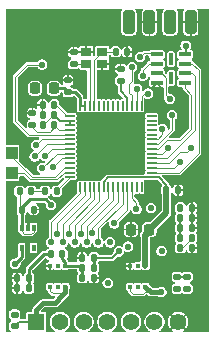
<source format=gbr>
%TF.GenerationSoftware,KiCad,Pcbnew,9.0.0*%
%TF.CreationDate,2025-04-27T20:52:48-05:00*%
%TF.ProjectId,ESP32_S3_CAM,45535033-325f-4533-935f-43414d2e6b69,rev?*%
%TF.SameCoordinates,Original*%
%TF.FileFunction,Copper,L1,Top*%
%TF.FilePolarity,Positive*%
%FSLAX46Y46*%
G04 Gerber Fmt 4.6, Leading zero omitted, Abs format (unit mm)*
G04 Created by KiCad (PCBNEW 9.0.0) date 2025-04-27 20:52:48*
%MOMM*%
%LPD*%
G01*
G04 APERTURE LIST*
G04 Aperture macros list*
%AMRoundRect*
0 Rectangle with rounded corners*
0 $1 Rounding radius*
0 $2 $3 $4 $5 $6 $7 $8 $9 X,Y pos of 4 corners*
0 Add a 4 corners polygon primitive as box body*
4,1,4,$2,$3,$4,$5,$6,$7,$8,$9,$2,$3,0*
0 Add four circle primitives for the rounded corners*
1,1,$1+$1,$2,$3*
1,1,$1+$1,$4,$5*
1,1,$1+$1,$6,$7*
1,1,$1+$1,$8,$9*
0 Add four rect primitives between the rounded corners*
20,1,$1+$1,$2,$3,$4,$5,0*
20,1,$1+$1,$4,$5,$6,$7,0*
20,1,$1+$1,$6,$7,$8,$9,0*
20,1,$1+$1,$8,$9,$2,$3,0*%
G04 Aperture macros list end*
%TA.AperFunction,SMDPad,CuDef*%
%ADD10RoundRect,0.140000X-0.140000X-0.170000X0.140000X-0.170000X0.140000X0.170000X-0.140000X0.170000X0*%
%TD*%
%TA.AperFunction,SMDPad,CuDef*%
%ADD11RoundRect,0.250000X-0.250000X-0.750000X0.250000X-0.750000X0.250000X0.750000X-0.250000X0.750000X0*%
%TD*%
%TA.AperFunction,SMDPad,CuDef*%
%ADD12RoundRect,0.140000X0.140000X0.170000X-0.140000X0.170000X-0.140000X-0.170000X0.140000X-0.170000X0*%
%TD*%
%TA.AperFunction,SMDPad,CuDef*%
%ADD13RoundRect,0.147500X-0.147500X-0.172500X0.147500X-0.172500X0.147500X0.172500X-0.147500X0.172500X0*%
%TD*%
%TA.AperFunction,SMDPad,CuDef*%
%ADD14RoundRect,0.093750X-0.106250X0.093750X-0.106250X-0.093750X0.106250X-0.093750X0.106250X0.093750X0*%
%TD*%
%TA.AperFunction,HeatsinkPad*%
%ADD15R,1.600000X1.000000*%
%TD*%
%TA.AperFunction,SMDPad,CuDef*%
%ADD16RoundRect,0.140000X0.170000X-0.140000X0.170000X0.140000X-0.170000X0.140000X-0.170000X-0.140000X0*%
%TD*%
%TA.AperFunction,SMDPad,CuDef*%
%ADD17R,0.304800X0.533400*%
%TD*%
%TA.AperFunction,SMDPad,CuDef*%
%ADD18R,0.300000X1.000000*%
%TD*%
%TA.AperFunction,SMDPad,CuDef*%
%ADD19R,1.000000X0.400000*%
%TD*%
%TA.AperFunction,SMDPad,CuDef*%
%ADD20RoundRect,0.140000X-0.170000X0.140000X-0.170000X-0.140000X0.170000X-0.140000X0.170000X0.140000X0*%
%TD*%
%TA.AperFunction,SMDPad,CuDef*%
%ADD21RoundRect,0.147500X0.147500X0.172500X-0.147500X0.172500X-0.147500X-0.172500X0.147500X-0.172500X0*%
%TD*%
%TA.AperFunction,SMDPad,CuDef*%
%ADD22RoundRect,0.220000X0.220000X0.255000X-0.220000X0.255000X-0.220000X-0.255000X0.220000X-0.255000X0*%
%TD*%
%TA.AperFunction,SMDPad,CuDef*%
%ADD23R,1.000000X1.000000*%
%TD*%
%TA.AperFunction,SMDPad,CuDef*%
%ADD24RoundRect,0.147500X-0.172500X0.147500X-0.172500X-0.147500X0.172500X-0.147500X0.172500X0.147500X0*%
%TD*%
%TA.AperFunction,SMDPad,CuDef*%
%ADD25RoundRect,0.050000X-0.350000X-0.050000X0.350000X-0.050000X0.350000X0.050000X-0.350000X0.050000X0*%
%TD*%
%TA.AperFunction,SMDPad,CuDef*%
%ADD26RoundRect,0.050000X-0.050000X-0.350000X0.050000X-0.350000X0.050000X0.350000X-0.050000X0.350000X0*%
%TD*%
%TA.AperFunction,ComponentPad*%
%ADD27C,0.500000*%
%TD*%
%TA.AperFunction,HeatsinkPad*%
%ADD28RoundRect,0.250000X-1.750000X-1.750000X1.750000X-1.750000X1.750000X1.750000X-1.750000X1.750000X0*%
%TD*%
%TA.AperFunction,SMDPad,CuDef*%
%ADD29R,0.850000X0.750000*%
%TD*%
%TA.AperFunction,SMDPad,CuDef*%
%ADD30RoundRect,0.225000X0.225000X0.250000X-0.225000X0.250000X-0.225000X-0.250000X0.225000X-0.250000X0*%
%TD*%
%TA.AperFunction,ComponentPad*%
%ADD31R,1.400000X1.400000*%
%TD*%
%TA.AperFunction,ComponentPad*%
%ADD32C,1.400000*%
%TD*%
%TA.AperFunction,ViaPad*%
%ADD33C,0.584200*%
%TD*%
%TA.AperFunction,Conductor*%
%ADD34C,0.254000*%
%TD*%
%TA.AperFunction,Conductor*%
%ADD35C,0.152400*%
%TD*%
%TA.AperFunction,Conductor*%
%ADD36C,0.508000*%
%TD*%
%TA.AperFunction,Conductor*%
%ADD37C,0.101600*%
%TD*%
%TA.AperFunction,Conductor*%
%ADD38C,0.203200*%
%TD*%
%TA.AperFunction,Conductor*%
%ADD39C,0.381000*%
%TD*%
G04 APERTURE END LIST*
D10*
%TO.P,R5,1*%
%TO.N,GND*%
X155020000Y-79100000D03*
%TO.P,R5,2*%
%TO.N,Net-(U1-LNA_IN)*%
X156020000Y-79100000D03*
%TD*%
%TO.P,C5,1*%
%TO.N,+3.3V*%
X165500000Y-86325000D03*
%TO.P,C5,2*%
%TO.N,GND*%
X166500000Y-86325000D03*
%TD*%
D11*
%TO.P,J7,1*%
%TO.N,GND*%
X164076667Y-72080000D03*
%TD*%
D12*
%TO.P,C13,1*%
%TO.N,Net-(D1-K)*%
X153870000Y-94620000D03*
%TO.P,C13,2*%
%TO.N,GND*%
X152870000Y-94620000D03*
%TD*%
D10*
%TO.P,C16,1*%
%TO.N,VCC_2V8*%
X158370000Y-93746879D03*
%TO.P,C16,2*%
%TO.N,GND*%
X159370000Y-93746879D03*
%TD*%
D13*
%TO.P,D1,1,K*%
%TO.N,Net-(D1-K)*%
X155725000Y-91750000D03*
%TO.P,D1,2,A*%
%TO.N,VCC_2V8*%
X156695000Y-91750000D03*
%TD*%
D14*
%TO.P,U3,1,OUT*%
%TO.N,VCC_2V8*%
X156955000Y-92712500D03*
%TO.P,U3,2,NC*%
%TO.N,unconnected-(U3-NC-Pad2)*%
X156305000Y-92712500D03*
%TO.P,U3,3,GND*%
%TO.N,GND*%
X155655000Y-92712500D03*
%TO.P,U3,4,EN*%
%TO.N,+BATT*%
X155655000Y-94487500D03*
%TO.P,U3,5,NC*%
%TO.N,unconnected-(U3-NC-Pad5)*%
X156305000Y-94487500D03*
%TO.P,U3,6,IN*%
%TO.N,+BATT*%
X156955000Y-94487500D03*
D15*
%TO.P,U3,7,GND*%
%TO.N,GND*%
X156305000Y-93600000D03*
%TD*%
D16*
%TO.P,C8,1*%
%TO.N,+3.3V*%
X161625000Y-77050000D03*
%TO.P,C8,2*%
%TO.N,GND*%
X161625000Y-76050000D03*
%TD*%
D14*
%TO.P,U4,1,OUT*%
%TO.N,+3.3V*%
X163730000Y-92712500D03*
%TO.P,U4,2,NC*%
%TO.N,unconnected-(U4-NC-Pad2)*%
X163080000Y-92712500D03*
%TO.P,U4,3,GND*%
%TO.N,GND*%
X162430000Y-92712500D03*
%TO.P,U4,4,EN*%
%TO.N,+BATT*%
X162430000Y-94487500D03*
%TO.P,U4,5,NC*%
%TO.N,unconnected-(U4-NC-Pad5)*%
X163080000Y-94487500D03*
%TO.P,U4,6,IN*%
%TO.N,+BATT*%
X163730000Y-94487500D03*
D15*
%TO.P,U4,7,GND*%
%TO.N,GND*%
X163080000Y-93600000D03*
%TD*%
D10*
%TO.P,C3,1*%
%TO.N,+3.3V*%
X166700000Y-89510000D03*
%TO.P,C3,2*%
%TO.N,GND*%
X167700000Y-89510000D03*
%TD*%
D17*
%TO.P,U5,1,CTRL*%
%TO.N,+BATT*%
X154259999Y-89476400D03*
%TO.P,U5,2,GND*%
%TO.N,GND*%
X153760000Y-89476400D03*
%TO.P,U5,3,VIN*%
%TO.N,+BATT*%
X153260001Y-89476400D03*
%TO.P,U5,4,VOUT*%
%TO.N,VCC_1V3*%
X153260001Y-91203600D03*
%TO.P,U5,5,NC*%
%TO.N,unconnected-(U5-NC-Pad5)*%
X154259999Y-91203600D03*
%TD*%
D18*
%TO.P,U2,*%
%TO.N,*%
X165900000Y-75225000D03*
X165900000Y-76825000D03*
D19*
%TO.P,U2,1,CS#*%
%TO.N,SPICS0*%
X164700000Y-74825000D03*
%TO.P,U2,2,SO/IO1*%
%TO.N,SPIQ*%
X164700000Y-75625000D03*
%TO.P,U2,3,WP#/IO2*%
%TO.N,SPIWP*%
X164700000Y-76425000D03*
%TO.P,U2,4,VSS*%
%TO.N,GND*%
X164700000Y-77225000D03*
%TO.P,U2,5,SI/IO0*%
%TO.N,SPID*%
X167100000Y-77225000D03*
%TO.P,U2,6,SCLK*%
%TO.N,SPICLK*%
X167100000Y-76425000D03*
%TO.P,U2,7,HOLD#/IO3*%
%TO.N,SPIHD*%
X167100000Y-75625000D03*
%TO.P,U2,8,VCC*%
%TO.N,+3.3V*%
X167100000Y-74825000D03*
%TD*%
D10*
%TO.P,FB2,1*%
%TO.N,VCC_2V8*%
X158370000Y-92896879D03*
%TO.P,FB2,2*%
%TO.N,AVCC_2V8*%
X159370000Y-92896879D03*
%TD*%
D20*
%TO.P,R3,1*%
%TO.N,+3.3V*%
X166423333Y-93660000D03*
%TO.P,R3,2*%
%TO.N,GPIO_39*%
X166423333Y-94660000D03*
%TD*%
D16*
%TO.P,C14,1*%
%TO.N,Net-(U1-VDDA1)*%
X157175000Y-78010000D03*
%TO.P,C14,2*%
%TO.N,GND*%
X157175000Y-77010000D03*
%TD*%
D12*
%TO.P,R9,1*%
%TO.N,GPIO_9*%
X156230000Y-86400000D03*
%TO.P,R9,2*%
%TO.N,Net-(D3-K)*%
X155230000Y-86400000D03*
%TD*%
D10*
%TO.P,C22,1*%
%TO.N,+BATT*%
X153260000Y-87960000D03*
%TO.P,C22,2*%
%TO.N,GND*%
X154260000Y-87960000D03*
%TD*%
%TO.P,C4,1*%
%TO.N,+3.3V*%
X166700000Y-88660000D03*
%TO.P,C4,2*%
%TO.N,GND*%
X167700000Y-88660000D03*
%TD*%
D21*
%TO.P,D3,1,K*%
%TO.N,Net-(D3-K)*%
X154045000Y-86400000D03*
%TO.P,D3,2,A*%
%TO.N,+BATT*%
X153075000Y-86400000D03*
%TD*%
D22*
%TO.P,FB1,1*%
%TO.N,Net-(U1-VDDA1)*%
X155980000Y-77680000D03*
%TO.P,FB1,2*%
%TO.N,+3.3V*%
X154400000Y-77680000D03*
%TD*%
D10*
%TO.P,R2,1*%
%TO.N,Net-(J1-Pad17)*%
X166700000Y-87810000D03*
%TO.P,R2,2*%
%TO.N,GND*%
X167700000Y-87810000D03*
%TD*%
D12*
%TO.P,C12,1*%
%TO.N,Net-(D1-K)*%
X153870000Y-93770000D03*
%TO.P,C12,2*%
%TO.N,GND*%
X152870000Y-93770000D03*
%TD*%
D10*
%TO.P,C10,1*%
%TO.N,Net-(C10-Pad1)*%
X166700000Y-91210000D03*
%TO.P,C10,2*%
%TO.N,GND*%
X167700000Y-91210000D03*
%TD*%
D11*
%TO.P,J6,1*%
%TO.N,GPIO_0*%
X162330000Y-72080000D03*
%TD*%
D23*
%TO.P,J8,1*%
%TO.N,GPIO_8*%
X152410000Y-84880000D03*
%TD*%
D12*
%TO.P,C19,1*%
%TO.N,AVCC_2V8*%
X159370000Y-92050000D03*
%TO.P,C19,2*%
%TO.N,GND*%
X158370000Y-92050000D03*
%TD*%
D24*
%TO.P,D2,1,K*%
%TO.N,Net-(D2-K)*%
X152660000Y-96865000D03*
%TO.P,D2,2,A*%
%TO.N,+BATT*%
X152660000Y-97835000D03*
%TD*%
D10*
%TO.P,R7,1*%
%TO.N,+3.3V*%
X155020000Y-80800000D03*
%TO.P,R7,2*%
%TO.N,CHIP_PU*%
X156020000Y-80800000D03*
%TD*%
D23*
%TO.P,J9,1*%
%TO.N,GPIO_7*%
X152410000Y-83140000D03*
%TD*%
D11*
%TO.P,J4,1*%
%TO.N,CHIP_PU*%
X165823333Y-72080000D03*
%TD*%
%TO.P,J5,1*%
%TO.N,GND*%
X167570000Y-72080000D03*
%TD*%
D25*
%TO.P,U1,1,LNA_IN*%
%TO.N,Net-(U1-LNA_IN)*%
X157350000Y-80020000D03*
%TO.P,U1,2,VDD3P3*%
%TO.N,+3.3V*%
X157350000Y-80420000D03*
%TO.P,U1,3,VDD3P3*%
X157350000Y-80820000D03*
%TO.P,U1,4,CHIP_PU*%
%TO.N,CHIP_PU*%
X157350000Y-81220000D03*
%TO.P,U1,5,GPIO0*%
%TO.N,GPIO_0*%
X157350000Y-81620000D03*
%TO.P,U1,6,GPIO1*%
%TO.N,GPIO_1*%
X157350000Y-82020000D03*
%TO.P,U1,7,GPIO2*%
%TO.N,GPIO_2*%
X157350000Y-82420000D03*
%TO.P,U1,8,GPIO3*%
%TO.N,GPIO_3*%
X157350000Y-82820000D03*
%TO.P,U1,9,GPIO4*%
%TO.N,GPIO_4*%
X157350000Y-83220000D03*
%TO.P,U1,10,GPIO5*%
%TO.N,GPIO_5*%
X157350000Y-83620000D03*
%TO.P,U1,11,GPIO6*%
%TO.N,GPIO_6*%
X157350000Y-84020000D03*
%TO.P,U1,12,GPIO7*%
%TO.N,GPIO_7*%
X157350000Y-84420000D03*
%TO.P,U1,13,GPIO8*%
%TO.N,GPIO_8*%
X157350000Y-84820000D03*
%TO.P,U1,14,GPIO9*%
%TO.N,GPIO_9*%
X157350000Y-85220000D03*
D26*
%TO.P,U1,15,GPIO10*%
%TO.N,GPIO_10*%
X158200000Y-86070000D03*
%TO.P,U1,16,GPIO11*%
%TO.N,GPIO_11*%
X158600000Y-86070000D03*
%TO.P,U1,17,GPIO12*%
%TO.N,GPIO_12*%
X159000000Y-86070000D03*
%TO.P,U1,18,GPIO13*%
%TO.N,GPIO_13*%
X159400000Y-86070000D03*
%TO.P,U1,19,GPIO14*%
%TO.N,GPIO_14*%
X159800000Y-86070000D03*
%TO.P,U1,20,VDD3P3_RTC*%
%TO.N,+3.3V*%
X160200000Y-86070000D03*
%TO.P,U1,21,XTAL_32K_P*%
%TO.N,GPIO_15*%
X160600000Y-86070000D03*
%TO.P,U1,22,XTAL_32K_N*%
%TO.N,GPIO_16*%
X161000000Y-86070000D03*
%TO.P,U1,23,GPIO17*%
%TO.N,GPIO_17*%
X161400000Y-86070000D03*
%TO.P,U1,24,GPIO18*%
%TO.N,GPIO_18*%
X161800000Y-86070000D03*
%TO.P,U1,25,GPIO19*%
%TO.N,USB-*%
X162200000Y-86070000D03*
%TO.P,U1,26,GPIO20*%
%TO.N,USB+*%
X162600000Y-86070000D03*
%TO.P,U1,27,GPIO21*%
%TO.N,GPIO_21*%
X163000000Y-86070000D03*
%TO.P,U1,28,SPICS1*%
%TO.N,unconnected-(U1-SPICS1-Pad28)*%
X163400000Y-86070000D03*
D25*
%TO.P,U1,29,VDD_SPI*%
%TO.N,+3.3V*%
X164250000Y-85220000D03*
%TO.P,U1,30,SPIHD*%
%TO.N,SPIHD*%
X164250000Y-84820000D03*
%TO.P,U1,31,SPIWP*%
%TO.N,SPIWP*%
X164250000Y-84420000D03*
%TO.P,U1,32,SPICS0*%
%TO.N,SPICS0*%
X164250000Y-84020000D03*
%TO.P,U1,33,SPICLK*%
%TO.N,SPICLK*%
X164250000Y-83620000D03*
%TO.P,U1,34,SPIQ*%
%TO.N,SPIQ*%
X164250000Y-83220000D03*
%TO.P,U1,35,SPID*%
%TO.N,SPID*%
X164250000Y-82820000D03*
%TO.P,U1,36,SPICLK_N*%
%TO.N,GPIO_48*%
X164250000Y-82420000D03*
%TO.P,U1,37,SPICLK_P*%
%TO.N,GPIO_47*%
X164250000Y-82020000D03*
%TO.P,U1,38,GPIO33*%
%TO.N,unconnected-(U1-GPIO33-Pad38)*%
X164250000Y-81620000D03*
%TO.P,U1,39,GPIO34*%
%TO.N,unconnected-(U1-GPIO34-Pad39)*%
X164250000Y-81220000D03*
%TO.P,U1,40,GPIO35*%
%TO.N,unconnected-(U1-GPIO35-Pad40)*%
X164250000Y-80820000D03*
%TO.P,U1,41,GPIO36*%
%TO.N,unconnected-(U1-GPIO36-Pad41)*%
X164250000Y-80420000D03*
%TO.P,U1,42,GPIO37*%
%TO.N,unconnected-(U1-GPIO37-Pad42)*%
X164250000Y-80020000D03*
D26*
%TO.P,U1,43,GPIO38*%
%TO.N,GPIO_38*%
X163400000Y-79170000D03*
%TO.P,U1,44,MTCK*%
%TO.N,GPIO_39*%
X163000000Y-79170000D03*
%TO.P,U1,45,MTDO*%
%TO.N,GPIO_40*%
X162600000Y-79170000D03*
%TO.P,U1,46,VDD3P3_CPU*%
%TO.N,+3.3V*%
X162200000Y-79170000D03*
%TO.P,U1,47,MTDI*%
%TO.N,unconnected-(U1-MTDI-Pad47)*%
X161800000Y-79170000D03*
%TO.P,U1,48,MTMS*%
%TO.N,unconnected-(U1-MTMS-Pad48)*%
X161400000Y-79170000D03*
%TO.P,U1,49,U0TXD*%
%TO.N,unconnected-(U1-U0TXD-Pad49)*%
X161000000Y-79170000D03*
%TO.P,U1,50,U0RXD*%
%TO.N,unconnected-(U1-U0RXD-Pad50)*%
X160600000Y-79170000D03*
%TO.P,U1,51,GPIO45*%
%TO.N,unconnected-(U1-GPIO45-Pad51)*%
X160200000Y-79170000D03*
%TO.P,U1,52,GPIO46*%
%TO.N,unconnected-(U1-GPIO46-Pad52)*%
X159800000Y-79170000D03*
%TO.P,U1,53,XTAL_N*%
%TO.N,Net-(U1-XTAL_N)*%
X159400000Y-79170000D03*
%TO.P,U1,54,XTAL_P*%
%TO.N,Net-(U1-XTAL_P)*%
X159000000Y-79170000D03*
%TO.P,U1,55,VDDA1*%
%TO.N,Net-(U1-VDDA1)*%
X158600000Y-79170000D03*
%TO.P,U1,56,VDDA2*%
X158200000Y-79170000D03*
D27*
%TO.P,U1,57,GND*%
%TO.N,GND*%
X159800000Y-81620000D03*
X159800000Y-82620000D03*
X159800000Y-83620000D03*
X160800000Y-81620000D03*
X160800000Y-82620000D03*
D28*
X160800000Y-82620000D03*
D27*
X160800000Y-83620000D03*
X161800000Y-81620000D03*
X161800000Y-82620000D03*
X161800000Y-83620000D03*
%TD*%
D12*
%TO.P,C7,1*%
%TO.N,GND*%
X162200000Y-74600000D03*
%TO.P,C7,2*%
%TO.N,Net-(U1-XTAL_N)*%
X161200000Y-74600000D03*
%TD*%
D20*
%TO.P,C6,1*%
%TO.N,GND*%
X157650000Y-74650000D03*
%TO.P,C6,2*%
%TO.N,Net-(U1-XTAL_P)*%
X157650000Y-75650000D03*
%TD*%
D10*
%TO.P,R1,1*%
%TO.N,+3.3V*%
X166700000Y-90360000D03*
%TO.P,R1,2*%
%TO.N,Net-(C10-Pad1)*%
X167700000Y-90360000D03*
%TD*%
D20*
%TO.P,R4,1*%
%TO.N,+3.3V*%
X167270000Y-93660000D03*
%TO.P,R4,2*%
%TO.N,GPIO_40*%
X167270000Y-94660000D03*
%TD*%
D16*
%TO.P,C23,1*%
%TO.N,CHIP_PU*%
X154170000Y-80800000D03*
%TO.P,C23,2*%
%TO.N,GND*%
X154170000Y-79800000D03*
%TD*%
D29*
%TO.P,Y1,1*%
%TO.N,Net-(U1-XTAL_P)*%
X158725000Y-75650000D03*
%TO.P,Y1,2*%
%TO.N,GND*%
X160075000Y-75650000D03*
%TO.P,Y1,3*%
%TO.N,Net-(U1-XTAL_N)*%
X160075000Y-74600000D03*
%TO.P,Y1,4*%
%TO.N,GND*%
X158725000Y-74600000D03*
%TD*%
D30*
%TO.P,C17,1*%
%TO.N,+3.3V*%
X164070000Y-89650000D03*
%TO.P,C17,2*%
%TO.N,GND*%
X162510000Y-89650000D03*
%TD*%
D12*
%TO.P,C11,1*%
%TO.N,+3.3V*%
X156020000Y-79950000D03*
%TO.P,C11,2*%
%TO.N,GND*%
X155020000Y-79950000D03*
%TD*%
D31*
%TO.P,J2,1,Pin_1*%
%TO.N,+BATT*%
X154500000Y-97470000D03*
D32*
%TO.P,J2,2,Pin_2*%
%TO.N,GPIO_1*%
X156500000Y-97470000D03*
%TO.P,J2,3,Pin_3*%
%TO.N,GPIO_2*%
X158500000Y-97470000D03*
%TO.P,J2,4,Pin_4*%
%TO.N,GPIO_3*%
X160500000Y-97470000D03*
%TO.P,J2,5,Pin_5*%
%TO.N,GPIO_4*%
X162500000Y-97470000D03*
%TO.P,J2,6,Pin_6*%
%TO.N,GPIO_5*%
X164500000Y-97470000D03*
%TO.P,J2,7,Pin_7*%
%TO.N,GND*%
X166500000Y-97470000D03*
%TD*%
D33*
%TO.N,GND*%
X153000000Y-74500000D03*
X154000000Y-74500000D03*
X155000000Y-74500000D03*
X156000000Y-74500000D03*
X153000000Y-73500000D03*
X153000000Y-72500000D03*
X153000000Y-71500000D03*
X154000000Y-73500000D03*
X155000000Y-73500000D03*
X156000000Y-73500000D03*
X154000000Y-72500000D03*
X155000000Y-72500000D03*
X156000000Y-72500000D03*
%TO.N,+3.3V*%
X163740000Y-90100000D03*
X167140000Y-74080000D03*
X160540000Y-94180000D03*
X154400000Y-77680000D03*
X167270000Y-93660000D03*
X165500000Y-86325000D03*
X156020000Y-79950000D03*
X166700000Y-90360000D03*
X161625000Y-77075000D03*
%TO.N,GPIO_1*%
X154460000Y-82510000D03*
%TO.N,GPIO_14*%
X157750000Y-90730000D03*
%TO.N,GPIO_11*%
X156250000Y-89990000D03*
%TO.N,SPICS0*%
X163280000Y-75060000D03*
X167580000Y-82780000D03*
%TO.N,GPIO_12*%
X156750000Y-90730000D03*
%TO.N,GND*%
X158000000Y-73500000D03*
X157000000Y-71500000D03*
X168500000Y-92500000D03*
X156000000Y-71500000D03*
X157140000Y-79000000D03*
X156000000Y-76500000D03*
X159000000Y-71500000D03*
X167500000Y-86250000D03*
X154250000Y-76500000D03*
X160500000Y-77750000D03*
X167500000Y-85000000D03*
X155000000Y-71500000D03*
X160000000Y-71500000D03*
X158000000Y-71500000D03*
X161000000Y-72500000D03*
X161000000Y-71500000D03*
X168500000Y-95750000D03*
X166500000Y-95750000D03*
X158000000Y-72500000D03*
X163425000Y-96025000D03*
X168500000Y-93750000D03*
X159000000Y-73500000D03*
X165500000Y-95750000D03*
X168500000Y-96750000D03*
X154000000Y-71500000D03*
X160000000Y-73500000D03*
X168500000Y-94750000D03*
X168500000Y-97750000D03*
X157000000Y-72500000D03*
X161410000Y-96040000D03*
X167500000Y-95750000D03*
X157000000Y-73500000D03*
X159000000Y-72500000D03*
X160000000Y-72500000D03*
%TO.N,GPIO_2*%
X154360000Y-83460000D03*
%TO.N,GPIO_38*%
X163940000Y-78140000D03*
%TO.N,GPIO_17*%
X159250000Y-89970000D03*
%TO.N,GPIO_3*%
X155245000Y-83395000D03*
%TO.N,GPIO_10*%
X155750000Y-90730000D03*
%TO.N,SPIWP*%
X165790000Y-78590000D03*
X166650000Y-83890000D03*
%TO.N,GPIO_13*%
X157250000Y-89990000D03*
%TO.N,CHIP_PU*%
X165823333Y-72080000D03*
X154170000Y-80800000D03*
%TO.N,GPIO_0*%
X162330000Y-72080000D03*
X154990000Y-75680000D03*
%TO.N,SPIQ*%
X165650000Y-82730000D03*
X163530000Y-76630000D03*
%TO.N,Net-(C10-Pad1)*%
X166700000Y-91210000D03*
%TO.N,GPIO_48*%
X166000000Y-79975000D03*
X160750000Y-90730000D03*
%TO.N,GPIO_47*%
X162250000Y-91100000D03*
X165175000Y-81150000D03*
%TO.N,GPIO_16*%
X158750000Y-90730000D03*
%TO.N,AVCC_2V8*%
X161480000Y-91490000D03*
X165100000Y-91480000D03*
%TO.N,GPIO_40*%
X162600000Y-75880000D03*
X167270000Y-94660000D03*
%TO.N,GPIO_15*%
X158250000Y-89990000D03*
%TO.N,GPIO_18*%
X159750000Y-90730000D03*
%TO.N,GPIO_39*%
X166423333Y-94660000D03*
X163000000Y-77720000D03*
%TO.N,GPIO_4*%
X155000000Y-84450000D03*
%TO.N,USB-*%
X161090000Y-89130000D03*
%TO.N,USB+*%
X162970000Y-87910000D03*
%TO.N,GPIO_5*%
X155925000Y-84375000D03*
%TO.N,+BATT*%
X155750000Y-87560000D03*
X165075000Y-94925000D03*
%TO.N,VCC_1V3*%
X152710000Y-92540000D03*
%TO.N,Net-(J1-Pad17)*%
X166700000Y-87810000D03*
X164220000Y-87810000D03*
%TO.N,Net-(D1-K)*%
X153870000Y-93770000D03*
%TO.N,Net-(D2-K)*%
X152660000Y-96850000D03*
%TD*%
D34*
%TO.N,Net-(U1-VDDA1)*%
X157750000Y-78010000D02*
X158200000Y-78460000D01*
X156845000Y-77680000D02*
X157175000Y-78010000D01*
X157175000Y-78010000D02*
X157750000Y-78010000D01*
X158200000Y-78460000D02*
X158200000Y-79170000D01*
X155980000Y-77680000D02*
X156845000Y-77680000D01*
D35*
X158200000Y-79170000D02*
X158600000Y-79170000D01*
D36*
%TO.N,+3.3V*%
X164070000Y-89770000D02*
X164070000Y-89650000D01*
D37*
X155870000Y-79950000D02*
X156020000Y-79950000D01*
D35*
X162200000Y-78525000D02*
X162200000Y-79170000D01*
X156020000Y-79950000D02*
X156490000Y-80420000D01*
X167270000Y-93660000D02*
X166423333Y-93660000D01*
D38*
X164250000Y-85220000D02*
X164870000Y-85220000D01*
D35*
X166700000Y-89510000D02*
X166700000Y-88660000D01*
D38*
X164870000Y-85220000D02*
X165500000Y-85850000D01*
X165500000Y-85850000D02*
X165500000Y-86325000D01*
D35*
X161625000Y-77075000D02*
X161625000Y-77950000D01*
X161625000Y-77950000D02*
X162200000Y-78525000D01*
D36*
X163730000Y-90110000D02*
X164070000Y-89770000D01*
D35*
X167140000Y-74785000D02*
X167100000Y-74825000D01*
D37*
X155020000Y-80800000D02*
X155870000Y-79950000D01*
D36*
X165500000Y-88220000D02*
X165500000Y-86325000D01*
D35*
X156490000Y-80420000D02*
X157350000Y-80420000D01*
X166700000Y-90360000D02*
X166700000Y-89510000D01*
X157350000Y-80420000D02*
X157350000Y-80820000D01*
X160200000Y-86070000D02*
X160200000Y-85610000D01*
X167140000Y-74080000D02*
X167140000Y-74785000D01*
D36*
X163730000Y-92712500D02*
X163730000Y-90110000D01*
X164070000Y-89650000D02*
X165500000Y-88220000D01*
D35*
X160590000Y-85220000D02*
X164250000Y-85220000D01*
X160200000Y-85610000D02*
X160590000Y-85220000D01*
D37*
%TO.N,GPIO_1*%
X154950000Y-82020000D02*
X157350000Y-82020000D01*
X154460000Y-82510000D02*
X154950000Y-82020000D01*
%TO.N,GPIO_14*%
X159800000Y-87210000D02*
X159800000Y-86070000D01*
X157750000Y-89260000D02*
X159800000Y-87210000D01*
X157750000Y-90730000D02*
X157750000Y-89260000D01*
%TO.N,SPIHD*%
X166580000Y-84820000D02*
X168250000Y-83150000D01*
X168250000Y-83150000D02*
X168250000Y-76175000D01*
X167700000Y-75625000D02*
X167100000Y-75625000D01*
X168250000Y-76175000D02*
X167700000Y-75625000D01*
X164250000Y-84820000D02*
X166580000Y-84820000D01*
%TO.N,GPIO_11*%
X156250000Y-89990000D02*
X156250000Y-89060000D01*
X158600000Y-86710000D02*
X158600000Y-86070000D01*
X156250000Y-89060000D02*
X158600000Y-86710000D01*
%TO.N,SPICLK*%
X167940000Y-76665000D02*
X167940000Y-81260000D01*
X167700000Y-76425000D02*
X167940000Y-76665000D01*
X165580000Y-83620000D02*
X164250000Y-83620000D01*
X167100000Y-76425000D02*
X167700000Y-76425000D01*
X167940000Y-81260000D02*
X165580000Y-83620000D01*
%TO.N,SPICS0*%
X165730000Y-84020000D02*
X164250000Y-84020000D01*
X163640000Y-74700000D02*
X164575000Y-74700000D01*
X166625000Y-83125000D02*
X165730000Y-84020000D01*
X164575000Y-74700000D02*
X164700000Y-74825000D01*
X167235000Y-83125000D02*
X166625000Y-83125000D01*
X163280000Y-75060000D02*
X163640000Y-74700000D01*
X167580000Y-82780000D02*
X167235000Y-83125000D01*
%TO.N,GPIO_7*%
X154115800Y-85195800D02*
X152410000Y-83490000D01*
X156850000Y-84420000D02*
X156074200Y-85195800D01*
X152410000Y-83490000D02*
X152410000Y-83140000D01*
X157350000Y-84420000D02*
X156850000Y-84420000D01*
X156074200Y-85195800D02*
X154115800Y-85195800D01*
%TO.N,Net-(U1-XTAL_P)*%
X159000000Y-79170000D02*
X159000000Y-75925000D01*
X159000000Y-75925000D02*
X158725000Y-75650000D01*
X158725000Y-75650000D02*
X157650000Y-75650000D01*
%TO.N,GPIO_12*%
X156750000Y-90730000D02*
X156750000Y-89140000D01*
X156750000Y-89140000D02*
X159000000Y-86890000D01*
X159000000Y-86890000D02*
X159000000Y-86070000D01*
D34*
%TO.N,GND*%
X153760000Y-89476400D02*
X153760000Y-88950000D01*
D37*
%TO.N,Net-(U1-XTAL_N)*%
X159400000Y-79170000D02*
X159400000Y-75275000D01*
X159400000Y-75275000D02*
X160075000Y-74600000D01*
X161200000Y-74600000D02*
X160075000Y-74600000D01*
%TO.N,GPIO_2*%
X154360000Y-83460000D02*
X155400000Y-82420000D01*
X155400000Y-82420000D02*
X157350000Y-82420000D01*
%TO.N,SPID*%
X166695000Y-82080000D02*
X165520000Y-82080000D01*
X167100000Y-77700000D02*
X167630000Y-78230000D01*
X167630000Y-81145000D02*
X166695000Y-82080000D01*
X167100000Y-77225000D02*
X167100000Y-77700000D01*
X165520000Y-82080000D02*
X164780000Y-82820000D01*
X167630000Y-78230000D02*
X167630000Y-81145000D01*
X164780000Y-82820000D02*
X164250000Y-82820000D01*
%TO.N,GPIO_38*%
X163940000Y-78140000D02*
X163570000Y-78140000D01*
X163400000Y-78310000D02*
X163400000Y-79170000D01*
X163570000Y-78140000D02*
X163400000Y-78310000D01*
%TO.N,GPIO_17*%
X159250000Y-89970000D02*
X159250000Y-89480000D01*
X161400000Y-87330000D02*
X161400000Y-86070000D01*
X159250000Y-89480000D02*
X161400000Y-87330000D01*
%TO.N,GPIO_3*%
X155245000Y-83395000D02*
X155820000Y-82820000D01*
X155820000Y-82820000D02*
X157350000Y-82820000D01*
%TO.N,GPIO_10*%
X158200000Y-86540000D02*
X158200000Y-86070000D01*
X155750000Y-88990000D02*
X158200000Y-86540000D01*
X155750000Y-90730000D02*
X155750000Y-88990000D01*
%TO.N,SPIWP*%
X166650000Y-83900000D02*
X166130000Y-84420000D01*
X165790000Y-78590000D02*
X165470000Y-78270000D01*
X165470000Y-78270000D02*
X165470000Y-76790000D01*
X165470000Y-76790000D02*
X165105000Y-76425000D01*
X166130000Y-84420000D02*
X164250000Y-84420000D01*
X166650000Y-83890000D02*
X166650000Y-83900000D01*
X165105000Y-76425000D02*
X164700000Y-76425000D01*
%TO.N,GPIO_13*%
X159400000Y-87080000D02*
X159400000Y-86070000D01*
X157250000Y-89990000D02*
X157250000Y-89230000D01*
X157250000Y-89230000D02*
X159400000Y-87080000D01*
%TO.N,CHIP_PU*%
X156020000Y-80970000D02*
X155640000Y-81350000D01*
X156020000Y-80800000D02*
X156020000Y-80970000D01*
X154170000Y-80930000D02*
X154170000Y-80800000D01*
X157350000Y-81220000D02*
X156440000Y-81220000D01*
X154590000Y-81350000D02*
X154170000Y-80930000D01*
X156440000Y-81220000D02*
X156020000Y-80800000D01*
X155640000Y-81350000D02*
X154590000Y-81350000D01*
%TO.N,Net-(U1-LNA_IN)*%
X157350000Y-80020000D02*
X157100000Y-80020000D01*
X157100000Y-80020000D02*
X156180000Y-79100000D01*
X156180000Y-79100000D02*
X156020000Y-79100000D01*
%TO.N,GPIO_0*%
X153730000Y-75680000D02*
X152710000Y-76700000D01*
X152710000Y-76700000D02*
X152710000Y-80470000D01*
X154990000Y-75680000D02*
X153730000Y-75680000D01*
X152710000Y-80470000D02*
X153860000Y-81620000D01*
X153860000Y-81620000D02*
X157350000Y-81620000D01*
%TO.N,GPIO_8*%
X156840000Y-84820000D02*
X156260000Y-85400000D01*
X153480000Y-84880000D02*
X152410000Y-84880000D01*
X154000000Y-85400000D02*
X153480000Y-84880000D01*
X156260000Y-85400000D02*
X154000000Y-85400000D01*
X157350000Y-84820000D02*
X156840000Y-84820000D01*
%TO.N,GPIO_9*%
X157350000Y-85220000D02*
X156230000Y-86340000D01*
X156230000Y-86340000D02*
X156230000Y-86400000D01*
%TO.N,SPIQ*%
X163530000Y-76110000D02*
X164015000Y-75625000D01*
X163530000Y-76630000D02*
X163530000Y-76110000D01*
X164015000Y-75625000D02*
X164700000Y-75625000D01*
X165160000Y-83220000D02*
X164250000Y-83220000D01*
X165650000Y-82730000D02*
X165160000Y-83220000D01*
%TO.N,Net-(C10-Pad1)*%
X166850000Y-91210000D02*
X167700000Y-90360000D01*
X166700000Y-91210000D02*
X166850000Y-91210000D01*
D34*
%TO.N,VCC_2V8*%
X158185621Y-92712500D02*
X158370000Y-92896879D01*
X156955000Y-92712500D02*
X158185621Y-92712500D01*
X156955000Y-92712500D02*
X156955000Y-92395000D01*
X158370000Y-93746879D02*
X158370000Y-92896879D01*
X156955000Y-92395000D02*
X156695000Y-92135000D01*
X156695000Y-92135000D02*
X156695000Y-91750000D01*
D37*
%TO.N,GPIO_48*%
X164780000Y-82420000D02*
X164250000Y-82420000D01*
X166000000Y-81200000D02*
X164780000Y-82420000D01*
X166000000Y-79975000D02*
X166000000Y-81200000D01*
%TO.N,GPIO_47*%
X164755000Y-82020000D02*
X164250000Y-82020000D01*
X165175000Y-81150000D02*
X165175000Y-81600000D01*
X165175000Y-81600000D02*
X164755000Y-82020000D01*
%TO.N,GPIO_16*%
X158750000Y-89360000D02*
X161000000Y-87110000D01*
X158750000Y-90730000D02*
X158750000Y-89360000D01*
X161000000Y-87110000D02*
X161000000Y-86070000D01*
D38*
%TO.N,AVCC_2V8*%
X161480000Y-91490000D02*
X160920000Y-92050000D01*
D34*
X159370000Y-92896879D02*
X159370000Y-92050000D01*
D38*
X160920000Y-92050000D02*
X159370000Y-92050000D01*
D37*
%TO.N,GPIO_40*%
X162360000Y-78060000D02*
X162600000Y-78300000D01*
X162600000Y-75880000D02*
X162600000Y-77090000D01*
X162360000Y-77330000D02*
X162360000Y-78060000D01*
X162600000Y-78300000D02*
X162600000Y-79170000D01*
X162600000Y-77090000D02*
X162360000Y-77330000D01*
%TO.N,GPIO_15*%
X158250000Y-89300000D02*
X160600000Y-86950000D01*
X158250000Y-89990000D02*
X158250000Y-89300000D01*
X160600000Y-86950000D02*
X160600000Y-86070000D01*
%TO.N,GPIO_18*%
X159750000Y-89520000D02*
X161800000Y-87470000D01*
X159750000Y-90730000D02*
X159750000Y-89520000D01*
X161800000Y-87470000D02*
X161800000Y-86070000D01*
%TO.N,GPIO_39*%
X163000000Y-79170000D02*
X163000000Y-77720000D01*
%TO.N,GPIO_4*%
X156230000Y-83220000D02*
X157350000Y-83220000D01*
X155000000Y-84450000D02*
X156230000Y-83220000D01*
%TO.N,USB-*%
X162200000Y-88020000D02*
X162200000Y-86070000D01*
X161090000Y-89130000D02*
X162200000Y-88020000D01*
%TO.N,USB+*%
X162970000Y-87910000D02*
X162970000Y-87360000D01*
X162970000Y-87360000D02*
X162600000Y-86990000D01*
X162600000Y-86990000D02*
X162600000Y-86070000D01*
%TO.N,GPIO_5*%
X155925000Y-84375000D02*
X156680000Y-83620000D01*
X156680000Y-83620000D02*
X157350000Y-83620000D01*
D39*
%TO.N,+BATT*%
X156080000Y-95850000D02*
X156700000Y-95230000D01*
D35*
X153025000Y-97470000D02*
X152660000Y-97835000D01*
D37*
X156520000Y-95050000D02*
X156700000Y-95230000D01*
X162430000Y-94820000D02*
X162710000Y-95100000D01*
X162430000Y-94487500D02*
X162430000Y-94820000D01*
D34*
X153260000Y-87760000D02*
X153260000Y-87960000D01*
D35*
X154500000Y-97470000D02*
X153025000Y-97470000D01*
D39*
X165075000Y-94925000D02*
X164167500Y-94925000D01*
X154500000Y-97470000D02*
X154500000Y-96430000D01*
D37*
X154259999Y-89476400D02*
X154259999Y-89820001D01*
X163705000Y-94925000D02*
X164167500Y-94925000D01*
X154070000Y-90010000D02*
X153470000Y-90010000D01*
D39*
X154500000Y-96430000D02*
X155080000Y-95850000D01*
D34*
X153920000Y-87100000D02*
X153260000Y-87760000D01*
X153260000Y-87960000D02*
X153260001Y-89476400D01*
D37*
X163530000Y-95100000D02*
X163705000Y-94925000D01*
X155890000Y-95050000D02*
X156520000Y-95050000D01*
D39*
X164167500Y-94925000D02*
X163730000Y-94487500D01*
X156955000Y-94975000D02*
X156955000Y-94487500D01*
D37*
X162710000Y-95100000D02*
X163530000Y-95100000D01*
X153470000Y-90010000D02*
X153260001Y-89800001D01*
X153075000Y-86460000D02*
X153075000Y-87775000D01*
X153260001Y-89800001D02*
X153260001Y-89476400D01*
X155655000Y-94487500D02*
X155655000Y-94815000D01*
D34*
X155290000Y-87100000D02*
X153920000Y-87100000D01*
D39*
X155080000Y-95850000D02*
X156080000Y-95850000D01*
X156700000Y-95230000D02*
X156955000Y-94975000D01*
D37*
X155655000Y-94815000D02*
X155890000Y-95050000D01*
X154259999Y-89820001D02*
X154070000Y-90010000D01*
X153075000Y-87775000D02*
X153260000Y-87960000D01*
D34*
X155750000Y-87560000D02*
X155290000Y-87100000D01*
%TO.N,VCC_1V3*%
X153260001Y-91203600D02*
X153260001Y-91989999D01*
X153260001Y-91989999D02*
X152710000Y-92540000D01*
%TO.N,Net-(D1-K)*%
X155160000Y-91710000D02*
X153870000Y-93000000D01*
X155685000Y-91710000D02*
X155160000Y-91710000D01*
X153870000Y-93000000D02*
X153870000Y-93770000D01*
X155725000Y-91750000D02*
X155685000Y-91710000D01*
X153870000Y-94620000D02*
X153870000Y-93770000D01*
D37*
%TO.N,Net-(D3-K)*%
X154045000Y-86400000D02*
X155230000Y-86400000D01*
%TD*%
%TA.AperFunction,Conductor*%
%TO.N,GND*%
G36*
X161757003Y-70967593D02*
G01*
X161782723Y-71012142D01*
X161773790Y-71062800D01*
X161761839Y-71078374D01*
X161749984Y-71090228D01*
X161692043Y-71203943D01*
X161677100Y-71298289D01*
X161677100Y-72861710D01*
X161692043Y-72956056D01*
X161749833Y-73069474D01*
X161749984Y-73069771D01*
X161840229Y-73160016D01*
X161953943Y-73217956D01*
X161953945Y-73217957D01*
X162048292Y-73232900D01*
X162048296Y-73232900D01*
X162611704Y-73232900D01*
X162611708Y-73232900D01*
X162706055Y-73217957D01*
X162819771Y-73160016D01*
X162910016Y-73069771D01*
X162967957Y-72956055D01*
X162982900Y-72861708D01*
X162982900Y-72861671D01*
X163424267Y-72861671D01*
X163439191Y-72955899D01*
X163497061Y-73069474D01*
X163587192Y-73159605D01*
X163700768Y-73217475D01*
X163700766Y-73217475D01*
X163794995Y-73232399D01*
X163795003Y-73232400D01*
X164000467Y-73232400D01*
X164152867Y-73232400D01*
X164358331Y-73232400D01*
X164358338Y-73232399D01*
X164452566Y-73217475D01*
X164566141Y-73159605D01*
X164656272Y-73069474D01*
X164714142Y-72955899D01*
X164729066Y-72861671D01*
X164729067Y-72861664D01*
X164729067Y-72156200D01*
X164152867Y-72156200D01*
X164152867Y-73232400D01*
X164000467Y-73232400D01*
X164000467Y-72156200D01*
X163424267Y-72156200D01*
X163424267Y-72861671D01*
X162982900Y-72861671D01*
X162982900Y-71298292D01*
X162967957Y-71203945D01*
X162910016Y-71090229D01*
X162898161Y-71078374D01*
X162876421Y-71031754D01*
X162889735Y-70982067D01*
X162931872Y-70952562D01*
X162951335Y-70950000D01*
X163456039Y-70950000D01*
X163504377Y-70967593D01*
X163530097Y-71012142D01*
X163521164Y-71062800D01*
X163509213Y-71078374D01*
X163497061Y-71090525D01*
X163439191Y-71204100D01*
X163424267Y-71298328D01*
X163424267Y-72003800D01*
X164729067Y-72003800D01*
X164729067Y-71298336D01*
X164729066Y-71298328D01*
X164714142Y-71204100D01*
X164656272Y-71090525D01*
X164644121Y-71078374D01*
X164622381Y-71031754D01*
X164635695Y-70982067D01*
X164677832Y-70952562D01*
X164697295Y-70950000D01*
X165201998Y-70950000D01*
X165250336Y-70967593D01*
X165276056Y-71012142D01*
X165267123Y-71062800D01*
X165255172Y-71078374D01*
X165243317Y-71090228D01*
X165185376Y-71203943D01*
X165170433Y-71298289D01*
X165170433Y-72861710D01*
X165185376Y-72956056D01*
X165243166Y-73069474D01*
X165243317Y-73069771D01*
X165333562Y-73160016D01*
X165447276Y-73217956D01*
X165447278Y-73217957D01*
X165541625Y-73232900D01*
X165541629Y-73232900D01*
X166105037Y-73232900D01*
X166105041Y-73232900D01*
X166199388Y-73217957D01*
X166313104Y-73160016D01*
X166403349Y-73069771D01*
X166461290Y-72956055D01*
X166476233Y-72861708D01*
X166476233Y-72861671D01*
X166917600Y-72861671D01*
X166932524Y-72955899D01*
X166990394Y-73069474D01*
X167080525Y-73159605D01*
X167194101Y-73217475D01*
X167194099Y-73217475D01*
X167288328Y-73232399D01*
X167288336Y-73232400D01*
X167493800Y-73232400D01*
X167646200Y-73232400D01*
X167851664Y-73232400D01*
X167851671Y-73232399D01*
X167945899Y-73217475D01*
X168059474Y-73159605D01*
X168149605Y-73069474D01*
X168207475Y-72955899D01*
X168222399Y-72861671D01*
X168222400Y-72861664D01*
X168222400Y-72156200D01*
X167646200Y-72156200D01*
X167646200Y-73232400D01*
X167493800Y-73232400D01*
X167493800Y-72156200D01*
X166917600Y-72156200D01*
X166917600Y-72861671D01*
X166476233Y-72861671D01*
X166476233Y-71298292D01*
X166461290Y-71203945D01*
X166403349Y-71090229D01*
X166391494Y-71078374D01*
X166369754Y-71031754D01*
X166383068Y-70982067D01*
X166425205Y-70952562D01*
X166444668Y-70950000D01*
X166949372Y-70950000D01*
X166997710Y-70967593D01*
X167023430Y-71012142D01*
X167014497Y-71062800D01*
X167002546Y-71078374D01*
X166990394Y-71090525D01*
X166932524Y-71204100D01*
X166917600Y-71298328D01*
X166917600Y-72003800D01*
X168222400Y-72003800D01*
X168222400Y-71298336D01*
X168222399Y-71298328D01*
X168207475Y-71204100D01*
X168149605Y-71090525D01*
X168137454Y-71078374D01*
X168115714Y-71031754D01*
X168129028Y-70982067D01*
X168171165Y-70952562D01*
X168190628Y-70950000D01*
X169021900Y-70950000D01*
X169070238Y-70967593D01*
X169095958Y-71012142D01*
X169097100Y-71025200D01*
X169097100Y-98271900D01*
X169079507Y-98320238D01*
X169034958Y-98345958D01*
X169021900Y-98347100D01*
X166969508Y-98347100D01*
X166921170Y-98329507D01*
X166895450Y-98284958D01*
X166904383Y-98234300D01*
X166927729Y-98209374D01*
X167043370Y-98132104D01*
X167048855Y-98126618D01*
X167048855Y-98126617D01*
X166724502Y-97802264D01*
X166745606Y-97790080D01*
X166820080Y-97715606D01*
X166832264Y-97694501D01*
X167156618Y-98018855D01*
X167162104Y-98013370D01*
X167255385Y-97873765D01*
X167319640Y-97718639D01*
X167319641Y-97718637D01*
X167352400Y-97553955D01*
X167352400Y-97386044D01*
X167319641Y-97221362D01*
X167319640Y-97221360D01*
X167255385Y-97066234D01*
X167162105Y-96926630D01*
X167162097Y-96926621D01*
X167156620Y-96921144D01*
X167156618Y-96921144D01*
X166832264Y-97245497D01*
X166820080Y-97224394D01*
X166745606Y-97149920D01*
X166724501Y-97137735D01*
X167048855Y-96813381D01*
X167048855Y-96813379D01*
X167043378Y-96807902D01*
X167043369Y-96807894D01*
X166903765Y-96714614D01*
X166748639Y-96650359D01*
X166748637Y-96650358D01*
X166583956Y-96617600D01*
X166416044Y-96617600D01*
X166251362Y-96650358D01*
X166251360Y-96650359D01*
X166096234Y-96714614D01*
X165956633Y-96807893D01*
X165956625Y-96807899D01*
X165951143Y-96813380D01*
X166275498Y-97137735D01*
X166254394Y-97149920D01*
X166179920Y-97224394D01*
X166167735Y-97245498D01*
X165843380Y-96921144D01*
X165837899Y-96926625D01*
X165837893Y-96926633D01*
X165744614Y-97066234D01*
X165680359Y-97221360D01*
X165680358Y-97221362D01*
X165647600Y-97386044D01*
X165647600Y-97553955D01*
X165680358Y-97718637D01*
X165680359Y-97718639D01*
X165744614Y-97873765D01*
X165837894Y-98013369D01*
X165837902Y-98013378D01*
X165843379Y-98018855D01*
X165843381Y-98018855D01*
X166167735Y-97694500D01*
X166179920Y-97715606D01*
X166254394Y-97790080D01*
X166275497Y-97802264D01*
X165951144Y-98126618D01*
X165951144Y-98126620D01*
X165956621Y-98132097D01*
X165956630Y-98132105D01*
X166072271Y-98209374D01*
X166102688Y-98250857D01*
X166099323Y-98302187D01*
X166063752Y-98339345D01*
X166030492Y-98347100D01*
X164970408Y-98347100D01*
X164922070Y-98329507D01*
X164896350Y-98284958D01*
X164905283Y-98234300D01*
X164928627Y-98209374D01*
X165043692Y-98132491D01*
X165162491Y-98013692D01*
X165255830Y-97874000D01*
X165320124Y-97718782D01*
X165352900Y-97554003D01*
X165352900Y-97385997D01*
X165320124Y-97221218D01*
X165255830Y-97066000D01*
X165162491Y-96926308D01*
X165162488Y-96926305D01*
X165162486Y-96926302D01*
X165043697Y-96807513D01*
X165043694Y-96807511D01*
X165043692Y-96807509D01*
X164904000Y-96714170D01*
X164894758Y-96710342D01*
X164803765Y-96672651D01*
X164748782Y-96649876D01*
X164748780Y-96649875D01*
X164748779Y-96649875D01*
X164584004Y-96617100D01*
X164584003Y-96617100D01*
X164415997Y-96617100D01*
X164415996Y-96617100D01*
X164251220Y-96649875D01*
X164251218Y-96649876D01*
X164096001Y-96714169D01*
X163956305Y-96807511D01*
X163956302Y-96807513D01*
X163837513Y-96926302D01*
X163837511Y-96926305D01*
X163744169Y-97066001D01*
X163679876Y-97221218D01*
X163679875Y-97221220D01*
X163647100Y-97385996D01*
X163647100Y-97554003D01*
X163679875Y-97718779D01*
X163679876Y-97718781D01*
X163744072Y-97873765D01*
X163744170Y-97874000D01*
X163837509Y-98013692D01*
X163837511Y-98013694D01*
X163837513Y-98013697D01*
X163956302Y-98132486D01*
X163956305Y-98132488D01*
X163956308Y-98132491D01*
X164071371Y-98209373D01*
X164101788Y-98250857D01*
X164098423Y-98302186D01*
X164062852Y-98339345D01*
X164029592Y-98347100D01*
X162970408Y-98347100D01*
X162922070Y-98329507D01*
X162896350Y-98284958D01*
X162905283Y-98234300D01*
X162928627Y-98209374D01*
X163043692Y-98132491D01*
X163162491Y-98013692D01*
X163255830Y-97874000D01*
X163320124Y-97718782D01*
X163352900Y-97554003D01*
X163352900Y-97385997D01*
X163320124Y-97221218D01*
X163255830Y-97066000D01*
X163162491Y-96926308D01*
X163162488Y-96926305D01*
X163162486Y-96926302D01*
X163043697Y-96807513D01*
X163043694Y-96807511D01*
X163043692Y-96807509D01*
X162904000Y-96714170D01*
X162894758Y-96710342D01*
X162803765Y-96672651D01*
X162748782Y-96649876D01*
X162748780Y-96649875D01*
X162748779Y-96649875D01*
X162584004Y-96617100D01*
X162584003Y-96617100D01*
X162415997Y-96617100D01*
X162415996Y-96617100D01*
X162251220Y-96649875D01*
X162251218Y-96649876D01*
X162096001Y-96714169D01*
X161956305Y-96807511D01*
X161956302Y-96807513D01*
X161837513Y-96926302D01*
X161837511Y-96926305D01*
X161744169Y-97066001D01*
X161679876Y-97221218D01*
X161679875Y-97221220D01*
X161647100Y-97385996D01*
X161647100Y-97554003D01*
X161679875Y-97718779D01*
X161679876Y-97718781D01*
X161744072Y-97873765D01*
X161744170Y-97874000D01*
X161837509Y-98013692D01*
X161837511Y-98013694D01*
X161837513Y-98013697D01*
X161956302Y-98132486D01*
X161956305Y-98132488D01*
X161956308Y-98132491D01*
X162071371Y-98209373D01*
X162101788Y-98250857D01*
X162098423Y-98302186D01*
X162062852Y-98339345D01*
X162029592Y-98347100D01*
X160970408Y-98347100D01*
X160922070Y-98329507D01*
X160896350Y-98284958D01*
X160905283Y-98234300D01*
X160928627Y-98209374D01*
X161043692Y-98132491D01*
X161162491Y-98013692D01*
X161255830Y-97874000D01*
X161320124Y-97718782D01*
X161352900Y-97554003D01*
X161352900Y-97385997D01*
X161320124Y-97221218D01*
X161255830Y-97066000D01*
X161162491Y-96926308D01*
X161162488Y-96926305D01*
X161162486Y-96926302D01*
X161043697Y-96807513D01*
X161043694Y-96807511D01*
X161043692Y-96807509D01*
X160904000Y-96714170D01*
X160894758Y-96710342D01*
X160803765Y-96672651D01*
X160748782Y-96649876D01*
X160748780Y-96649875D01*
X160748779Y-96649875D01*
X160584004Y-96617100D01*
X160584003Y-96617100D01*
X160415997Y-96617100D01*
X160415996Y-96617100D01*
X160251220Y-96649875D01*
X160251218Y-96649876D01*
X160096001Y-96714169D01*
X159956305Y-96807511D01*
X159956302Y-96807513D01*
X159837513Y-96926302D01*
X159837511Y-96926305D01*
X159744169Y-97066001D01*
X159679876Y-97221218D01*
X159679875Y-97221220D01*
X159647100Y-97385996D01*
X159647100Y-97554003D01*
X159679875Y-97718779D01*
X159679876Y-97718781D01*
X159744072Y-97873765D01*
X159744170Y-97874000D01*
X159837509Y-98013692D01*
X159837511Y-98013694D01*
X159837513Y-98013697D01*
X159956302Y-98132486D01*
X159956305Y-98132488D01*
X159956308Y-98132491D01*
X160071371Y-98209373D01*
X160101788Y-98250857D01*
X160098423Y-98302186D01*
X160062852Y-98339345D01*
X160029592Y-98347100D01*
X158970408Y-98347100D01*
X158922070Y-98329507D01*
X158896350Y-98284958D01*
X158905283Y-98234300D01*
X158928627Y-98209374D01*
X159043692Y-98132491D01*
X159162491Y-98013692D01*
X159255830Y-97874000D01*
X159320124Y-97718782D01*
X159352900Y-97554003D01*
X159352900Y-97385997D01*
X159320124Y-97221218D01*
X159255830Y-97066000D01*
X159162491Y-96926308D01*
X159162488Y-96926305D01*
X159162486Y-96926302D01*
X159043697Y-96807513D01*
X159043694Y-96807511D01*
X159043692Y-96807509D01*
X158904000Y-96714170D01*
X158894758Y-96710342D01*
X158803765Y-96672651D01*
X158748782Y-96649876D01*
X158748780Y-96649875D01*
X158748779Y-96649875D01*
X158584004Y-96617100D01*
X158584003Y-96617100D01*
X158415997Y-96617100D01*
X158415996Y-96617100D01*
X158251220Y-96649875D01*
X158251218Y-96649876D01*
X158096001Y-96714169D01*
X157956305Y-96807511D01*
X157956302Y-96807513D01*
X157837513Y-96926302D01*
X157837511Y-96926305D01*
X157744169Y-97066001D01*
X157679876Y-97221218D01*
X157679875Y-97221220D01*
X157647100Y-97385996D01*
X157647100Y-97554003D01*
X157679875Y-97718779D01*
X157679876Y-97718781D01*
X157744072Y-97873765D01*
X157744170Y-97874000D01*
X157837509Y-98013692D01*
X157837511Y-98013694D01*
X157837513Y-98013697D01*
X157956302Y-98132486D01*
X157956305Y-98132488D01*
X157956308Y-98132491D01*
X158071371Y-98209373D01*
X158101788Y-98250857D01*
X158098423Y-98302186D01*
X158062852Y-98339345D01*
X158029592Y-98347100D01*
X156970408Y-98347100D01*
X156922070Y-98329507D01*
X156896350Y-98284958D01*
X156905283Y-98234300D01*
X156928627Y-98209374D01*
X157043692Y-98132491D01*
X157162491Y-98013692D01*
X157255830Y-97874000D01*
X157320124Y-97718782D01*
X157352900Y-97554003D01*
X157352900Y-97385997D01*
X157320124Y-97221218D01*
X157255830Y-97066000D01*
X157162491Y-96926308D01*
X157162488Y-96926305D01*
X157162486Y-96926302D01*
X157043697Y-96807513D01*
X157043694Y-96807511D01*
X157043692Y-96807509D01*
X156904000Y-96714170D01*
X156894758Y-96710342D01*
X156803765Y-96672651D01*
X156748782Y-96649876D01*
X156748780Y-96649875D01*
X156748779Y-96649875D01*
X156584004Y-96617100D01*
X156584003Y-96617100D01*
X156415997Y-96617100D01*
X156415996Y-96617100D01*
X156251220Y-96649875D01*
X156251218Y-96649876D01*
X156096001Y-96714169D01*
X155956305Y-96807511D01*
X155956302Y-96807513D01*
X155837513Y-96926302D01*
X155837511Y-96926305D01*
X155744169Y-97066001D01*
X155679876Y-97221218D01*
X155679875Y-97221220D01*
X155647100Y-97385996D01*
X155647100Y-97554003D01*
X155679875Y-97718779D01*
X155679876Y-97718781D01*
X155744072Y-97873765D01*
X155744170Y-97874000D01*
X155837509Y-98013692D01*
X155837511Y-98013694D01*
X155837513Y-98013697D01*
X155956302Y-98132486D01*
X155956305Y-98132488D01*
X155956308Y-98132491D01*
X156071371Y-98209373D01*
X156101788Y-98250857D01*
X156098423Y-98302186D01*
X156062852Y-98339345D01*
X156029592Y-98347100D01*
X155406245Y-98347100D01*
X155357907Y-98329507D01*
X155332187Y-98284958D01*
X155341120Y-98234300D01*
X155343709Y-98230134D01*
X155344028Y-98229658D01*
X155352900Y-98185057D01*
X155352899Y-96754944D01*
X155344028Y-96710342D01*
X155310234Y-96659766D01*
X155259658Y-96625972D01*
X155259656Y-96625971D01*
X155215057Y-96617100D01*
X154980089Y-96617100D01*
X154931751Y-96599507D01*
X154906031Y-96554958D01*
X154914964Y-96504300D01*
X154926915Y-96488726D01*
X155200215Y-96215426D01*
X155246835Y-96193686D01*
X155253389Y-96193400D01*
X156125207Y-96193400D01*
X156125209Y-96193400D01*
X156189146Y-96176268D01*
X156212548Y-96169998D01*
X156290853Y-96124788D01*
X156974788Y-95440853D01*
X157229788Y-95185853D01*
X157274997Y-95107548D01*
X157274998Y-95107547D01*
X157298400Y-95020209D01*
X157298400Y-94660707D01*
X157299845Y-94646035D01*
X157304030Y-94625000D01*
X157307900Y-94605542D01*
X157307900Y-94369458D01*
X157304380Y-94351764D01*
X157293589Y-94297513D01*
X157293588Y-94297511D01*
X157283154Y-94281895D01*
X157239075Y-94215925D01*
X157157488Y-94161411D01*
X157157486Y-94161410D01*
X157085543Y-94147100D01*
X157085542Y-94147100D01*
X157011405Y-94147100D01*
X157000209Y-94144100D01*
X156909791Y-94144100D01*
X156898595Y-94147100D01*
X156824458Y-94147100D01*
X156824457Y-94147100D01*
X156752513Y-94161410D01*
X156752508Y-94161412D01*
X156671778Y-94215354D01*
X156621812Y-94227580D01*
X156588222Y-94215354D01*
X156507491Y-94161412D01*
X156507486Y-94161410D01*
X156435543Y-94147100D01*
X156435542Y-94147100D01*
X156174458Y-94147100D01*
X156174457Y-94147100D01*
X156102513Y-94161410D01*
X156102508Y-94161412D01*
X156021778Y-94215354D01*
X155971812Y-94227580D01*
X155938222Y-94215354D01*
X155857491Y-94161412D01*
X155857486Y-94161410D01*
X155785543Y-94147100D01*
X155785542Y-94147100D01*
X155524458Y-94147100D01*
X155524457Y-94147100D01*
X155452513Y-94161410D01*
X155452511Y-94161411D01*
X155370925Y-94215925D01*
X155316411Y-94297511D01*
X155316410Y-94297513D01*
X155302100Y-94369457D01*
X155302100Y-94605542D01*
X155316410Y-94677486D01*
X155316411Y-94677488D01*
X155370925Y-94759075D01*
X155417878Y-94790447D01*
X155448295Y-94831930D01*
X155451300Y-94852974D01*
X155451300Y-94855519D01*
X155482311Y-94930387D01*
X155539613Y-94987689D01*
X155539614Y-94987689D01*
X155774613Y-95222689D01*
X155849481Y-95253700D01*
X155930519Y-95253700D01*
X156009111Y-95253700D01*
X156030383Y-95261442D01*
X156052244Y-95267300D01*
X156054216Y-95270116D01*
X156057449Y-95271293D01*
X156068768Y-95290898D01*
X156081749Y-95309437D01*
X156081449Y-95312863D01*
X156083169Y-95315842D01*
X156079237Y-95338135D01*
X156077265Y-95360681D01*
X156074587Y-95364504D01*
X156074236Y-95366500D01*
X156062285Y-95382074D01*
X155959785Y-95484574D01*
X155913165Y-95506314D01*
X155906611Y-95506600D01*
X155034791Y-95506600D01*
X154965908Y-95525056D01*
X154965905Y-95525056D01*
X154947452Y-95530002D01*
X154869144Y-95575213D01*
X154869144Y-95575214D01*
X154225214Y-96219144D01*
X154225213Y-96219144D01*
X154180001Y-96297452D01*
X154180002Y-96297453D01*
X154156600Y-96384791D01*
X154156600Y-96384793D01*
X154156600Y-96541900D01*
X154139007Y-96590238D01*
X154094458Y-96615958D01*
X154081400Y-96617100D01*
X153784944Y-96617100D01*
X153784942Y-96617101D01*
X153740340Y-96625972D01*
X153689767Y-96659764D01*
X153655972Y-96710342D01*
X153655971Y-96710343D01*
X153647100Y-96754942D01*
X153647100Y-97165700D01*
X153629507Y-97214038D01*
X153584958Y-97239758D01*
X153571900Y-97240900D01*
X153175440Y-97240900D01*
X153127102Y-97223307D01*
X153101382Y-97178758D01*
X153106647Y-97135325D01*
X153129986Y-97082468D01*
X153132900Y-97057350D01*
X153132900Y-96672650D01*
X153129986Y-96647532D01*
X153084622Y-96544793D01*
X153084621Y-96544792D01*
X153084619Y-96544789D01*
X153005210Y-96465380D01*
X153005207Y-96465378D01*
X152902468Y-96420014D01*
X152877350Y-96417100D01*
X152877348Y-96417100D01*
X152773644Y-96417100D01*
X152754182Y-96414538D01*
X152741500Y-96411140D01*
X152718585Y-96405000D01*
X152601415Y-96405000D01*
X152578499Y-96411140D01*
X152565818Y-96414538D01*
X152546356Y-96417100D01*
X152442650Y-96417100D01*
X152417532Y-96420014D01*
X152366162Y-96442696D01*
X152314792Y-96465378D01*
X152314789Y-96465380D01*
X152235380Y-96544789D01*
X152235378Y-96544792D01*
X152223258Y-96572241D01*
X152190014Y-96647532D01*
X152187100Y-96672650D01*
X152187100Y-97057350D01*
X152190014Y-97082468D01*
X152235378Y-97185207D01*
X152235380Y-97185210D01*
X152314789Y-97264619D01*
X152314796Y-97264624D01*
X152352354Y-97281208D01*
X152389467Y-97316827D01*
X152395001Y-97367968D01*
X152366367Y-97410702D01*
X152352354Y-97418792D01*
X152314796Y-97435375D01*
X152314789Y-97435380D01*
X152235380Y-97514789D01*
X152235378Y-97514792D01*
X152235378Y-97514793D01*
X152190014Y-97617532D01*
X152187100Y-97642650D01*
X152187100Y-98027350D01*
X152190014Y-98052468D01*
X152225346Y-98132486D01*
X152235378Y-98155207D01*
X152235380Y-98155210D01*
X152298896Y-98218726D01*
X152320636Y-98265346D01*
X152307322Y-98315033D01*
X152265185Y-98344538D01*
X152245722Y-98347100D01*
X151978100Y-98347100D01*
X151929762Y-98329507D01*
X151904042Y-98284958D01*
X151902900Y-98271900D01*
X151902900Y-94833650D01*
X152437601Y-94833650D01*
X152440436Y-94858108D01*
X152484589Y-94958104D01*
X152484594Y-94958111D01*
X152561888Y-95035405D01*
X152561891Y-95035407D01*
X152661896Y-95079564D01*
X152686342Y-95082399D01*
X152793800Y-95082399D01*
X152793800Y-94696200D01*
X152437601Y-94696200D01*
X152437601Y-94833650D01*
X151902900Y-94833650D01*
X151902900Y-94406342D01*
X152437600Y-94406342D01*
X152437600Y-94543800D01*
X152793800Y-94543800D01*
X152793800Y-93846200D01*
X152437601Y-93846200D01*
X152437601Y-93983650D01*
X152440436Y-94008108D01*
X152484589Y-94108104D01*
X152484594Y-94108111D01*
X152518309Y-94141826D01*
X152540049Y-94188446D01*
X152526735Y-94238133D01*
X152518309Y-94248174D01*
X152484594Y-94281888D01*
X152484592Y-94281891D01*
X152440435Y-94381896D01*
X152437600Y-94406342D01*
X151902900Y-94406342D01*
X151902900Y-93556342D01*
X152437600Y-93556342D01*
X152437600Y-93693800D01*
X152793800Y-93693800D01*
X152793800Y-93307600D01*
X152946200Y-93307600D01*
X152946200Y-95082399D01*
X153053651Y-95082399D01*
X153078108Y-95079563D01*
X153178104Y-95035410D01*
X153178111Y-95035405D01*
X153255405Y-94958111D01*
X153255407Y-94958108D01*
X153300934Y-94855000D01*
X153336553Y-94817888D01*
X153387694Y-94812353D01*
X153430428Y-94840986D01*
X153438520Y-94855001D01*
X153439940Y-94858218D01*
X153439941Y-94858221D01*
X153484172Y-94958396D01*
X153484173Y-94958397D01*
X153484175Y-94958400D01*
X153561599Y-95035824D01*
X153561601Y-95035825D01*
X153561604Y-95035828D01*
X153661779Y-95080059D01*
X153686266Y-95082900D01*
X153686268Y-95082900D01*
X154053732Y-95082900D01*
X154053734Y-95082900D01*
X154078221Y-95080059D01*
X154178396Y-95035828D01*
X154255828Y-94958396D01*
X154300059Y-94858221D01*
X154302900Y-94833734D01*
X154302900Y-94406266D01*
X154300059Y-94381779D01*
X154255828Y-94281604D01*
X154255825Y-94281601D01*
X154255824Y-94281599D01*
X154222399Y-94248174D01*
X154200659Y-94201554D01*
X154213973Y-94151867D01*
X154222399Y-94141826D01*
X154255824Y-94108400D01*
X154255828Y-94108396D01*
X154300059Y-94008221D01*
X154302900Y-93983734D01*
X154302900Y-93883643D01*
X154305462Y-93864180D01*
X154315000Y-93828585D01*
X154315000Y-93711415D01*
X154305462Y-93675817D01*
X154302900Y-93656355D01*
X154302900Y-93556268D01*
X154300072Y-93531896D01*
X154300059Y-93531779D01*
X154255828Y-93431604D01*
X154178396Y-93354172D01*
X154178394Y-93354171D01*
X154173469Y-93349246D01*
X154175531Y-93347183D01*
X154169208Y-93338339D01*
X154154435Y-93320733D01*
X154153719Y-93316673D01*
X154152657Y-93315188D01*
X154149900Y-93295013D01*
X154149900Y-93147086D01*
X154167493Y-93098748D01*
X154171926Y-93093912D01*
X154435346Y-92830492D01*
X155302600Y-92830492D01*
X155316881Y-92902291D01*
X155316882Y-92902292D01*
X155371286Y-92983713D01*
X155452707Y-93038117D01*
X155452708Y-93038118D01*
X155524507Y-93052400D01*
X155578800Y-93052400D01*
X155578800Y-92788700D01*
X155302600Y-92788700D01*
X155302600Y-92830492D01*
X154435346Y-92830492D01*
X154707360Y-92558478D01*
X155200355Y-92065483D01*
X155246974Y-92043744D01*
X155296661Y-92057058D01*
X155322321Y-92088283D01*
X155325378Y-92095207D01*
X155325380Y-92095210D01*
X155404789Y-92174619D01*
X155404792Y-92174621D01*
X155404793Y-92174622D01*
X155507532Y-92219986D01*
X155530937Y-92222701D01*
X155576925Y-92245747D01*
X155597340Y-92292963D01*
X155582629Y-92342254D01*
X155539677Y-92370558D01*
X155528150Y-92371910D01*
X155528183Y-92372238D01*
X155524508Y-92372599D01*
X155452708Y-92386881D01*
X155452707Y-92386882D01*
X155371286Y-92441286D01*
X155316882Y-92522707D01*
X155316881Y-92522708D01*
X155302600Y-92594507D01*
X155302600Y-92636300D01*
X155579800Y-92636300D01*
X155598159Y-92642982D01*
X155617400Y-92646375D01*
X155621760Y-92651571D01*
X155628138Y-92653893D01*
X155637907Y-92670815D01*
X155650465Y-92685780D01*
X155652187Y-92695548D01*
X155653858Y-92698442D01*
X155655000Y-92711500D01*
X155655000Y-92712500D01*
X155656000Y-92712500D01*
X155704338Y-92730093D01*
X155730058Y-92774642D01*
X155731200Y-92787700D01*
X155731200Y-93052400D01*
X155785493Y-93052400D01*
X155857291Y-93038118D01*
X155857296Y-93038116D01*
X155937770Y-92984345D01*
X155987736Y-92972118D01*
X156021327Y-92984343D01*
X156102512Y-93038589D01*
X156138485Y-93045744D01*
X156174457Y-93052900D01*
X156174458Y-93052900D01*
X156435543Y-93052900D01*
X156459524Y-93048129D01*
X156507488Y-93038589D01*
X156588222Y-92984644D01*
X156638187Y-92972419D01*
X156671776Y-92984644D01*
X156752512Y-93038589D01*
X156788485Y-93045744D01*
X156824457Y-93052900D01*
X156824458Y-93052900D01*
X157085543Y-93052900D01*
X157109524Y-93048129D01*
X157157488Y-93038589D01*
X157207650Y-93005072D01*
X157249427Y-92992400D01*
X157861900Y-92992400D01*
X157910238Y-93009993D01*
X157935958Y-93054542D01*
X157937100Y-93067600D01*
X157937100Y-93110610D01*
X157939940Y-93135098D01*
X157939941Y-93135100D01*
X157984172Y-93235275D01*
X157984173Y-93235276D01*
X157984175Y-93235279D01*
X158017601Y-93268705D01*
X158039341Y-93315325D01*
X158026027Y-93365012D01*
X158017601Y-93375053D01*
X157984175Y-93408478D01*
X157984172Y-93408483D01*
X157939941Y-93508658D01*
X157939940Y-93508659D01*
X157939567Y-93511878D01*
X157937100Y-93533145D01*
X157937100Y-93960613D01*
X157937944Y-93967888D01*
X157939940Y-93985098D01*
X157939941Y-93985100D01*
X157984172Y-94085275D01*
X157984173Y-94085276D01*
X157984175Y-94085279D01*
X158061599Y-94162703D01*
X158061601Y-94162704D01*
X158061604Y-94162707D01*
X158161779Y-94206938D01*
X158186266Y-94209779D01*
X158186268Y-94209779D01*
X158553732Y-94209779D01*
X158553734Y-94209779D01*
X158578221Y-94206938D01*
X158678396Y-94162707D01*
X158755828Y-94085275D01*
X158800059Y-93985100D01*
X158800059Y-93985095D01*
X158801479Y-93981881D01*
X158837098Y-93944768D01*
X158888239Y-93939233D01*
X158930973Y-93967866D01*
X158939064Y-93981880D01*
X158984589Y-94084983D01*
X158984594Y-94084990D01*
X159061888Y-94162284D01*
X159061891Y-94162286D01*
X159161896Y-94206443D01*
X159186342Y-94209278D01*
X159293800Y-94209278D01*
X159446200Y-94209278D01*
X159553651Y-94209278D01*
X159578108Y-94206442D01*
X159678104Y-94162289D01*
X159678111Y-94162284D01*
X159718980Y-94121415D01*
X160095000Y-94121415D01*
X160095000Y-94238585D01*
X160106527Y-94281604D01*
X160125326Y-94351766D01*
X160183910Y-94453236D01*
X160266763Y-94536089D01*
X160368233Y-94594673D01*
X160368235Y-94594673D01*
X160368236Y-94594674D01*
X160481415Y-94625000D01*
X160481418Y-94625000D01*
X160598582Y-94625000D01*
X160598585Y-94625000D01*
X160711764Y-94594674D01*
X160756389Y-94568910D01*
X160813236Y-94536089D01*
X160896089Y-94453236D01*
X160944459Y-94369457D01*
X162077100Y-94369457D01*
X162077100Y-94605542D01*
X162091410Y-94677486D01*
X162091411Y-94677488D01*
X162145925Y-94759075D01*
X162192878Y-94790447D01*
X162223295Y-94831930D01*
X162226300Y-94852974D01*
X162226300Y-94860519D01*
X162257311Y-94935387D01*
X162314613Y-94992689D01*
X162314614Y-94992689D01*
X162537310Y-95215385D01*
X162537311Y-95215387D01*
X162594613Y-95272689D01*
X162614893Y-95281089D01*
X162669482Y-95303701D01*
X162669483Y-95303701D01*
X162759271Y-95303701D01*
X162759279Y-95303700D01*
X163570517Y-95303700D01*
X163570519Y-95303700D01*
X163645387Y-95272689D01*
X163702689Y-95215387D01*
X163702689Y-95215385D01*
X163732222Y-95185853D01*
X163767351Y-95150725D01*
X163813971Y-95128986D01*
X163820524Y-95128700D01*
X163854411Y-95128700D01*
X163902749Y-95146293D01*
X163907574Y-95150715D01*
X163956647Y-95199788D01*
X163965340Y-95204807D01*
X163983663Y-95215386D01*
X163983664Y-95215386D01*
X164034953Y-95244998D01*
X164122291Y-95268400D01*
X164759700Y-95268400D01*
X164796225Y-95280823D01*
X164797495Y-95278625D01*
X164903233Y-95339673D01*
X164903235Y-95339673D01*
X164903236Y-95339674D01*
X165016415Y-95370000D01*
X165016418Y-95370000D01*
X165133582Y-95370000D01*
X165133585Y-95370000D01*
X165246764Y-95339674D01*
X165348236Y-95281089D01*
X165431089Y-95198236D01*
X165483448Y-95107548D01*
X165489673Y-95096766D01*
X165489674Y-95096764D01*
X165520000Y-94983585D01*
X165520000Y-94866415D01*
X165489674Y-94753236D01*
X165489673Y-94753235D01*
X165489673Y-94753233D01*
X165431089Y-94651763D01*
X165348236Y-94568910D01*
X165246766Y-94510326D01*
X165201492Y-94498195D01*
X165133585Y-94480000D01*
X165016415Y-94480000D01*
X164959825Y-94495163D01*
X164903233Y-94510326D01*
X164797495Y-94571375D01*
X164796225Y-94569176D01*
X164759700Y-94581600D01*
X164340889Y-94581600D01*
X164292551Y-94564007D01*
X164287715Y-94559574D01*
X164095380Y-94367239D01*
X164074799Y-94328734D01*
X164068589Y-94297512D01*
X164014075Y-94215925D01*
X163932488Y-94161411D01*
X163932486Y-94161410D01*
X163860543Y-94147100D01*
X163860542Y-94147100D01*
X163786403Y-94147100D01*
X163775210Y-94144101D01*
X163684790Y-94144101D01*
X163673597Y-94147100D01*
X163599458Y-94147100D01*
X163599457Y-94147100D01*
X163527513Y-94161410D01*
X163527508Y-94161412D01*
X163446778Y-94215354D01*
X163396812Y-94227580D01*
X163363222Y-94215354D01*
X163282491Y-94161412D01*
X163282486Y-94161410D01*
X163210543Y-94147100D01*
X163210542Y-94147100D01*
X162949458Y-94147100D01*
X162949457Y-94147100D01*
X162877513Y-94161410D01*
X162877508Y-94161412D01*
X162796778Y-94215354D01*
X162746812Y-94227580D01*
X162713222Y-94215354D01*
X162632491Y-94161412D01*
X162632486Y-94161410D01*
X162560543Y-94147100D01*
X162560542Y-94147100D01*
X162299458Y-94147100D01*
X162299457Y-94147100D01*
X162227513Y-94161410D01*
X162227511Y-94161411D01*
X162145925Y-94215925D01*
X162091411Y-94297511D01*
X162091410Y-94297513D01*
X162077100Y-94369457D01*
X160944459Y-94369457D01*
X160954674Y-94351764D01*
X160985000Y-94238585D01*
X160985000Y-94121415D01*
X160954674Y-94008236D01*
X160954673Y-94008235D01*
X160954673Y-94008233D01*
X160896089Y-93906763D01*
X160813236Y-93823910D01*
X160711766Y-93765326D01*
X160659843Y-93751414D01*
X160598585Y-93735000D01*
X160481415Y-93735000D01*
X160437082Y-93746879D01*
X160368233Y-93765326D01*
X160266763Y-93823910D01*
X160183910Y-93906763D01*
X160125326Y-94008233D01*
X160115253Y-94045828D01*
X160095000Y-94121415D01*
X159718980Y-94121415D01*
X159755405Y-94084990D01*
X159755408Y-94084985D01*
X159799564Y-93984982D01*
X159802400Y-93960536D01*
X159802400Y-93823079D01*
X159446200Y-93823079D01*
X159446200Y-94209278D01*
X159293800Y-94209278D01*
X159293800Y-93822079D01*
X159300482Y-93803719D01*
X159303875Y-93784479D01*
X159309071Y-93780118D01*
X159311393Y-93773741D01*
X159328315Y-93763971D01*
X159343280Y-93751414D01*
X159353048Y-93749691D01*
X159355942Y-93748021D01*
X159369000Y-93746879D01*
X159370000Y-93746879D01*
X159370000Y-93745879D01*
X159387593Y-93697541D01*
X159432142Y-93671821D01*
X159445200Y-93670679D01*
X159802399Y-93670679D01*
X159802399Y-93533228D01*
X159799563Y-93508771D01*
X159797664Y-93504470D01*
X159797663Y-93504468D01*
X159785211Y-93476268D01*
X165960433Y-93476268D01*
X165960433Y-93843731D01*
X165963273Y-93868219D01*
X165963274Y-93868221D01*
X166007505Y-93968396D01*
X166007506Y-93968397D01*
X166007508Y-93968400D01*
X166084932Y-94045824D01*
X166084934Y-94045825D01*
X166084937Y-94045828D01*
X166185112Y-94090059D01*
X166185113Y-94090059D01*
X166187713Y-94091207D01*
X166224826Y-94126826D01*
X166230361Y-94177967D01*
X166201728Y-94220701D01*
X166187713Y-94228793D01*
X166185113Y-94229940D01*
X166185112Y-94229941D01*
X166143818Y-94248174D01*
X166084937Y-94274172D01*
X166084932Y-94274175D01*
X166007508Y-94351599D01*
X166007505Y-94351604D01*
X165963274Y-94451779D01*
X165963273Y-94451780D01*
X165960433Y-94476268D01*
X165960433Y-94843731D01*
X165963273Y-94868219D01*
X165963274Y-94868221D01*
X166007505Y-94968396D01*
X166007506Y-94968397D01*
X166007508Y-94968400D01*
X166084932Y-95045824D01*
X166084934Y-95045825D01*
X166084937Y-95045828D01*
X166185112Y-95090059D01*
X166209599Y-95092900D01*
X166309689Y-95092900D01*
X166329151Y-95095462D01*
X166334018Y-95096766D01*
X166364748Y-95105000D01*
X166364749Y-95105000D01*
X166481917Y-95105000D01*
X166481918Y-95105000D01*
X166512648Y-95096766D01*
X166517515Y-95095462D01*
X166536977Y-95092900D01*
X166637065Y-95092900D01*
X166637067Y-95092900D01*
X166661554Y-95090059D01*
X166761729Y-95045828D01*
X166793492Y-95014064D01*
X166840111Y-94992325D01*
X166889798Y-95005638D01*
X166899840Y-95014065D01*
X166931599Y-95045824D01*
X166931601Y-95045825D01*
X166931604Y-95045828D01*
X167031779Y-95090059D01*
X167056266Y-95092900D01*
X167156356Y-95092900D01*
X167175818Y-95095462D01*
X167180685Y-95096766D01*
X167211415Y-95105000D01*
X167211416Y-95105000D01*
X167328584Y-95105000D01*
X167328585Y-95105000D01*
X167359315Y-95096766D01*
X167364182Y-95095462D01*
X167383644Y-95092900D01*
X167483732Y-95092900D01*
X167483734Y-95092900D01*
X167508221Y-95090059D01*
X167608396Y-95045828D01*
X167685828Y-94968396D01*
X167730059Y-94868221D01*
X167732900Y-94843734D01*
X167732900Y-94476266D01*
X167730059Y-94451779D01*
X167685828Y-94351604D01*
X167685825Y-94351601D01*
X167685824Y-94351599D01*
X167608400Y-94274175D01*
X167608397Y-94274173D01*
X167608396Y-94274172D01*
X167508221Y-94229941D01*
X167508218Y-94229940D01*
X167505619Y-94228793D01*
X167468506Y-94193174D01*
X167462971Y-94142033D01*
X167491604Y-94099299D01*
X167505619Y-94091207D01*
X167508218Y-94090059D01*
X167508221Y-94090059D01*
X167608396Y-94045828D01*
X167685828Y-93968396D01*
X167730059Y-93868221D01*
X167732900Y-93843734D01*
X167732900Y-93476266D01*
X167730059Y-93451779D01*
X167685828Y-93351604D01*
X167685825Y-93351601D01*
X167685824Y-93351599D01*
X167608400Y-93274175D01*
X167608397Y-93274173D01*
X167608396Y-93274172D01*
X167508221Y-93229941D01*
X167508219Y-93229940D01*
X167489414Y-93227758D01*
X167483734Y-93227100D01*
X167483732Y-93227100D01*
X167383644Y-93227100D01*
X167364182Y-93224538D01*
X167351500Y-93221140D01*
X167328585Y-93215000D01*
X167211415Y-93215000D01*
X167188499Y-93221140D01*
X167175818Y-93224538D01*
X167156356Y-93227100D01*
X167056266Y-93227100D01*
X167051176Y-93227690D01*
X167031780Y-93229940D01*
X167031779Y-93229941D01*
X166931604Y-93274172D01*
X166931602Y-93274173D01*
X166899840Y-93305935D01*
X166853219Y-93327674D01*
X166803532Y-93314360D01*
X166793492Y-93305934D01*
X166761733Y-93274175D01*
X166761730Y-93274173D01*
X166761729Y-93274172D01*
X166661554Y-93229941D01*
X166661552Y-93229940D01*
X166642747Y-93227758D01*
X166637067Y-93227100D01*
X166209599Y-93227100D01*
X166204509Y-93227690D01*
X166185113Y-93229940D01*
X166185112Y-93229941D01*
X166084937Y-93274172D01*
X166084932Y-93274175D01*
X166007508Y-93351599D01*
X166007505Y-93351604D01*
X165963274Y-93451779D01*
X165963273Y-93451780D01*
X165960433Y-93476268D01*
X159785211Y-93476268D01*
X159755410Y-93408774D01*
X159755405Y-93408767D01*
X159722045Y-93375407D01*
X159700305Y-93328787D01*
X159713619Y-93279100D01*
X159722045Y-93269059D01*
X159755824Y-93235279D01*
X159755828Y-93235275D01*
X159800059Y-93135100D01*
X159802900Y-93110613D01*
X159802900Y-92830492D01*
X162077600Y-92830492D01*
X162091881Y-92902291D01*
X162091882Y-92902292D01*
X162146286Y-92983713D01*
X162227707Y-93038117D01*
X162227708Y-93038118D01*
X162299507Y-93052400D01*
X162353800Y-93052400D01*
X162353800Y-92788700D01*
X162077600Y-92788700D01*
X162077600Y-92830492D01*
X159802900Y-92830492D01*
X159802900Y-92683145D01*
X159800059Y-92658658D01*
X159771734Y-92594507D01*
X162077600Y-92594507D01*
X162077600Y-92636300D01*
X162353800Y-92636300D01*
X162353800Y-92372600D01*
X162299507Y-92372600D01*
X162227708Y-92386881D01*
X162227707Y-92386882D01*
X162146286Y-92441286D01*
X162091882Y-92522707D01*
X162091881Y-92522708D01*
X162077600Y-92594507D01*
X159771734Y-92594507D01*
X159755828Y-92558483D01*
X159718197Y-92520852D01*
X159713807Y-92513997D01*
X159709853Y-92496365D01*
X159702219Y-92479993D01*
X159704377Y-92471938D01*
X159702553Y-92463803D01*
X159710856Y-92447756D01*
X159715533Y-92430306D01*
X159723953Y-92420270D01*
X159755828Y-92388396D01*
X159761031Y-92376612D01*
X159773080Y-92349325D01*
X159808699Y-92312212D01*
X159841872Y-92304500D01*
X160970622Y-92304500D01*
X160970623Y-92304500D01*
X161064163Y-92265755D01*
X161372891Y-91957025D01*
X161419512Y-91935286D01*
X161426066Y-91935000D01*
X161538582Y-91935000D01*
X161538585Y-91935000D01*
X161651764Y-91904674D01*
X161669085Y-91894674D01*
X161753236Y-91846089D01*
X161836089Y-91763236D01*
X161894673Y-91661766D01*
X161894674Y-91661764D01*
X161925000Y-91548585D01*
X161925000Y-91548576D01*
X161925283Y-91546430D01*
X161925888Y-91545267D01*
X161926275Y-91543824D01*
X161926594Y-91543909D01*
X161949035Y-91500802D01*
X161996559Y-91481117D01*
X162037438Y-91491119D01*
X162078236Y-91514674D01*
X162191415Y-91545000D01*
X162191418Y-91545000D01*
X162308582Y-91545000D01*
X162308585Y-91545000D01*
X162421764Y-91514674D01*
X162434135Y-91507532D01*
X162523236Y-91456089D01*
X162606089Y-91373236D01*
X162664673Y-91271766D01*
X162664674Y-91271764D01*
X162695000Y-91158585D01*
X162695000Y-91041415D01*
X162664674Y-90928236D01*
X162664673Y-90928235D01*
X162664673Y-90928233D01*
X162606089Y-90826763D01*
X162523236Y-90743910D01*
X162421766Y-90685326D01*
X162376492Y-90673195D01*
X162308585Y-90655000D01*
X162191415Y-90655000D01*
X162134825Y-90670163D01*
X162078233Y-90685326D01*
X161976763Y-90743910D01*
X161893910Y-90826763D01*
X161835326Y-90928233D01*
X161804998Y-91041424D01*
X161804714Y-91043580D01*
X161804109Y-91044740D01*
X161803725Y-91046176D01*
X161803406Y-91046090D01*
X161780955Y-91089205D01*
X161733428Y-91108883D01*
X161692559Y-91098879D01*
X161651765Y-91075326D01*
X161614443Y-91065326D01*
X161538585Y-91045000D01*
X161421415Y-91045000D01*
X161364825Y-91060163D01*
X161308233Y-91075326D01*
X161206763Y-91133910D01*
X161123910Y-91216763D01*
X161065326Y-91318233D01*
X161050589Y-91373236D01*
X161035000Y-91431415D01*
X161035000Y-91431417D01*
X161035000Y-91543932D01*
X161017407Y-91592270D01*
X161012975Y-91597106D01*
X160836608Y-91773474D01*
X160789987Y-91795214D01*
X160783433Y-91795500D01*
X159841872Y-91795500D01*
X159793534Y-91777907D01*
X159773080Y-91750675D01*
X159755829Y-91711606D01*
X159755824Y-91711599D01*
X159678400Y-91634175D01*
X159678397Y-91634173D01*
X159678396Y-91634172D01*
X159578221Y-91589941D01*
X159578219Y-91589940D01*
X159559414Y-91587758D01*
X159553734Y-91587100D01*
X159186266Y-91587100D01*
X159181176Y-91587690D01*
X159161780Y-91589940D01*
X159161779Y-91589941D01*
X159061604Y-91634172D01*
X159061599Y-91634175D01*
X158984175Y-91711599D01*
X158984173Y-91711602D01*
X158938520Y-91814998D01*
X158902901Y-91852110D01*
X158851759Y-91857645D01*
X158809025Y-91829012D01*
X158800935Y-91814998D01*
X158755410Y-91711895D01*
X158755405Y-91711888D01*
X158678111Y-91634594D01*
X158678108Y-91634592D01*
X158578103Y-91590435D01*
X158553657Y-91587600D01*
X158446200Y-91587600D01*
X158446200Y-91974800D01*
X158439517Y-91993159D01*
X158436125Y-92012400D01*
X158430928Y-92016760D01*
X158428607Y-92023138D01*
X158411684Y-92032907D01*
X158396720Y-92045465D01*
X158386951Y-92047187D01*
X158384058Y-92048858D01*
X158371000Y-92050000D01*
X158370000Y-92050000D01*
X158370000Y-92051000D01*
X158352407Y-92099338D01*
X158307858Y-92125058D01*
X158294800Y-92126200D01*
X157937601Y-92126200D01*
X157937601Y-92263650D01*
X157940436Y-92288108D01*
X157957620Y-92327025D01*
X157961051Y-92378350D01*
X157930687Y-92419873D01*
X157888828Y-92432600D01*
X157310100Y-92432600D01*
X157261762Y-92415007D01*
X157236042Y-92370458D01*
X157235094Y-92359624D01*
X157234901Y-92358156D01*
X157234900Y-92358152D01*
X157234900Y-92358150D01*
X157215825Y-92286963D01*
X157178976Y-92223138D01*
X157126862Y-92171024D01*
X157117700Y-92161862D01*
X157095960Y-92115242D01*
X157102082Y-92078313D01*
X157139985Y-91992470D01*
X157139986Y-91992468D01*
X157142900Y-91967350D01*
X157142900Y-91836342D01*
X157937600Y-91836342D01*
X157937600Y-91973800D01*
X158293800Y-91973800D01*
X158293800Y-91587600D01*
X158186349Y-91587600D01*
X158161891Y-91590436D01*
X158061895Y-91634589D01*
X158061888Y-91634594D01*
X157984594Y-91711888D01*
X157984592Y-91711891D01*
X157940435Y-91811896D01*
X157937600Y-91836342D01*
X157142900Y-91836342D01*
X157142900Y-91532650D01*
X157139986Y-91507532D01*
X157094622Y-91404793D01*
X157094621Y-91404792D01*
X157094619Y-91404789D01*
X157015210Y-91325380D01*
X157015203Y-91325375D01*
X156919616Y-91283169D01*
X156882503Y-91247550D01*
X156876969Y-91196409D01*
X156905603Y-91153675D01*
X156921227Y-91144896D01*
X156921758Y-91144675D01*
X156921764Y-91144674D01*
X157023236Y-91086089D01*
X157106089Y-91003236D01*
X157164674Y-90901764D01*
X157177363Y-90854407D01*
X157206867Y-90812272D01*
X157256554Y-90798958D01*
X157303174Y-90820697D01*
X157322636Y-90854406D01*
X157327245Y-90871604D01*
X157335326Y-90901766D01*
X157393910Y-91003236D01*
X157476763Y-91086089D01*
X157578233Y-91144673D01*
X157578235Y-91144673D01*
X157578236Y-91144674D01*
X157691415Y-91175000D01*
X157691418Y-91175000D01*
X157808582Y-91175000D01*
X157808585Y-91175000D01*
X157921764Y-91144674D01*
X157921768Y-91144672D01*
X158023236Y-91086089D01*
X158106089Y-91003236D01*
X158164673Y-90901766D01*
X158171244Y-90877243D01*
X158177363Y-90854407D01*
X158206867Y-90812272D01*
X158256554Y-90798958D01*
X158303174Y-90820697D01*
X158322636Y-90854406D01*
X158327245Y-90871604D01*
X158335326Y-90901766D01*
X158393910Y-91003236D01*
X158476763Y-91086089D01*
X158578233Y-91144673D01*
X158578235Y-91144673D01*
X158578236Y-91144674D01*
X158691415Y-91175000D01*
X158691418Y-91175000D01*
X158808582Y-91175000D01*
X158808585Y-91175000D01*
X158921764Y-91144674D01*
X158921768Y-91144672D01*
X159023236Y-91086089D01*
X159106089Y-91003236D01*
X159164673Y-90901766D01*
X159171244Y-90877243D01*
X159177363Y-90854407D01*
X159206867Y-90812272D01*
X159256554Y-90798958D01*
X159303174Y-90820697D01*
X159322636Y-90854406D01*
X159327245Y-90871604D01*
X159335326Y-90901766D01*
X159393910Y-91003236D01*
X159476763Y-91086089D01*
X159578233Y-91144673D01*
X159578235Y-91144673D01*
X159578236Y-91144674D01*
X159691415Y-91175000D01*
X159691418Y-91175000D01*
X159808582Y-91175000D01*
X159808585Y-91175000D01*
X159921764Y-91144674D01*
X159921768Y-91144672D01*
X160023236Y-91086089D01*
X160106089Y-91003236D01*
X160164673Y-90901766D01*
X160171244Y-90877243D01*
X160177363Y-90854407D01*
X160206867Y-90812272D01*
X160256554Y-90798958D01*
X160303174Y-90820697D01*
X160322636Y-90854406D01*
X160327245Y-90871604D01*
X160335326Y-90901766D01*
X160393910Y-91003236D01*
X160476763Y-91086089D01*
X160578233Y-91144673D01*
X160578235Y-91144673D01*
X160578236Y-91144674D01*
X160691415Y-91175000D01*
X160691418Y-91175000D01*
X160808582Y-91175000D01*
X160808585Y-91175000D01*
X160921764Y-91144674D01*
X160921768Y-91144672D01*
X161023236Y-91086089D01*
X161106089Y-91003236D01*
X161164673Y-90901766D01*
X161171244Y-90877243D01*
X161195000Y-90788585D01*
X161195000Y-90671415D01*
X161164674Y-90558236D01*
X161164673Y-90558234D01*
X161164673Y-90558233D01*
X161106089Y-90456763D01*
X161023236Y-90373910D01*
X160921766Y-90315326D01*
X160869847Y-90301415D01*
X160808585Y-90285000D01*
X160691415Y-90285000D01*
X160634825Y-90300163D01*
X160578233Y-90315326D01*
X160476763Y-90373910D01*
X160393910Y-90456763D01*
X160335326Y-90558234D01*
X160331174Y-90573731D01*
X160324613Y-90598220D01*
X160322638Y-90605590D01*
X160293133Y-90647727D01*
X160243446Y-90661041D01*
X160196826Y-90639302D01*
X160177362Y-90605590D01*
X160164674Y-90558236D01*
X160133837Y-90504825D01*
X160106089Y-90456763D01*
X160023236Y-90373910D01*
X159991300Y-90355472D01*
X159958235Y-90316067D01*
X159953700Y-90290347D01*
X159953700Y-89935815D01*
X161907601Y-89935815D01*
X161918287Y-90009173D01*
X161918288Y-90009175D01*
X161973608Y-90122332D01*
X162062667Y-90211391D01*
X162175825Y-90266712D01*
X162249180Y-90277399D01*
X162433800Y-90277399D01*
X162586200Y-90277399D01*
X162770811Y-90277399D01*
X162770815Y-90277398D01*
X162844173Y-90266712D01*
X162844175Y-90266711D01*
X162957332Y-90211391D01*
X163046391Y-90122332D01*
X163101712Y-90009174D01*
X163112399Y-89935825D01*
X163112400Y-89935813D01*
X163112400Y-89726200D01*
X162586200Y-89726200D01*
X162586200Y-90277399D01*
X162433800Y-90277399D01*
X162433800Y-89726200D01*
X161907601Y-89726200D01*
X161907601Y-89935815D01*
X159953700Y-89935815D01*
X159953700Y-89635522D01*
X159971293Y-89587184D01*
X159975715Y-89582359D01*
X160516627Y-89041447D01*
X160563246Y-89019708D01*
X160612933Y-89033022D01*
X160642438Y-89075159D01*
X160645000Y-89094622D01*
X160645000Y-89188585D01*
X160654590Y-89224375D01*
X160675326Y-89301766D01*
X160733910Y-89403236D01*
X160816763Y-89486089D01*
X160918233Y-89544673D01*
X160918235Y-89544673D01*
X160918236Y-89544674D01*
X161031415Y-89575000D01*
X161031418Y-89575000D01*
X161148582Y-89575000D01*
X161148585Y-89575000D01*
X161261764Y-89544674D01*
X161363236Y-89486089D01*
X161446089Y-89403236D01*
X161447264Y-89401200D01*
X161468641Y-89364174D01*
X161907600Y-89364174D01*
X161907600Y-89573800D01*
X162433800Y-89573800D01*
X162586200Y-89573800D01*
X163112399Y-89573800D01*
X163112399Y-89364189D01*
X163112398Y-89364184D01*
X163101712Y-89290826D01*
X163101711Y-89290824D01*
X163046391Y-89177667D01*
X162957332Y-89088608D01*
X162844174Y-89033287D01*
X162770825Y-89022600D01*
X162586200Y-89022600D01*
X162586200Y-89573800D01*
X162433800Y-89573800D01*
X162433800Y-89022600D01*
X162249189Y-89022600D01*
X162249184Y-89022601D01*
X162175826Y-89033287D01*
X162175824Y-89033288D01*
X162062667Y-89088608D01*
X161973608Y-89177667D01*
X161918287Y-89290825D01*
X161907600Y-89364174D01*
X161468641Y-89364174D01*
X161491915Y-89323864D01*
X161504673Y-89301766D01*
X161504674Y-89301764D01*
X161535000Y-89188585D01*
X161535000Y-89071415D01*
X161525454Y-89035789D01*
X161529938Y-88984548D01*
X161544915Y-88963158D01*
X162315385Y-88192689D01*
X162315387Y-88192689D01*
X162372689Y-88135387D01*
X162403700Y-88060519D01*
X162403700Y-88060517D01*
X162406534Y-88053676D01*
X162408805Y-88054616D01*
X162429637Y-88020280D01*
X162478345Y-88003741D01*
X162526289Y-88022380D01*
X162549349Y-88059459D01*
X162551811Y-88068645D01*
X162555326Y-88081765D01*
X162613910Y-88183236D01*
X162696763Y-88266089D01*
X162798233Y-88324673D01*
X162798235Y-88324673D01*
X162798236Y-88324674D01*
X162911415Y-88355000D01*
X162911418Y-88355000D01*
X163028582Y-88355000D01*
X163028585Y-88355000D01*
X163141764Y-88324674D01*
X163146578Y-88321895D01*
X163243236Y-88266089D01*
X163326089Y-88183236D01*
X163384673Y-88081766D01*
X163388189Y-88068645D01*
X163415000Y-87968585D01*
X163415000Y-87851415D01*
X163388205Y-87751415D01*
X163775000Y-87751415D01*
X163775000Y-87868585D01*
X163787100Y-87913743D01*
X163805326Y-87981766D01*
X163863910Y-88083236D01*
X163946763Y-88166089D01*
X164048233Y-88224673D01*
X164048235Y-88224673D01*
X164048236Y-88224674D01*
X164161415Y-88255000D01*
X164161418Y-88255000D01*
X164278582Y-88255000D01*
X164278585Y-88255000D01*
X164391764Y-88224674D01*
X164479995Y-88173734D01*
X164493236Y-88166089D01*
X164576089Y-88083236D01*
X164634673Y-87981766D01*
X164634674Y-87981764D01*
X164665000Y-87868585D01*
X164665000Y-87751415D01*
X164634674Y-87638236D01*
X164634673Y-87638235D01*
X164634673Y-87638233D01*
X164576089Y-87536763D01*
X164493236Y-87453910D01*
X164391766Y-87395326D01*
X164346492Y-87383195D01*
X164278585Y-87365000D01*
X164161415Y-87365000D01*
X164105807Y-87379900D01*
X164048233Y-87395326D01*
X163946763Y-87453910D01*
X163863910Y-87536763D01*
X163805326Y-87638233D01*
X163797241Y-87668408D01*
X163775000Y-87751415D01*
X163388205Y-87751415D01*
X163384674Y-87738236D01*
X163380939Y-87731766D01*
X163326089Y-87636763D01*
X163243236Y-87553910D01*
X163211300Y-87535472D01*
X163178235Y-87496067D01*
X163173700Y-87470347D01*
X163173700Y-87319482D01*
X163173700Y-87319481D01*
X163142689Y-87244613D01*
X163142685Y-87244609D01*
X163142684Y-87244607D01*
X163081108Y-87183031D01*
X163081093Y-87183018D01*
X162825726Y-86927651D01*
X162803986Y-86881031D01*
X162803700Y-86874477D01*
X162803700Y-86689405D01*
X162821293Y-86641067D01*
X162865842Y-86615347D01*
X162893566Y-86615649D01*
X162930016Y-86622900D01*
X162930017Y-86622900D01*
X163069985Y-86622900D01*
X163089712Y-86618976D01*
X163129168Y-86611128D01*
X163158222Y-86591714D01*
X163208186Y-86579488D01*
X163241776Y-86591713D01*
X163270832Y-86611128D01*
X163293672Y-86615671D01*
X163330015Y-86622900D01*
X163330016Y-86622900D01*
X163469985Y-86622900D01*
X163489712Y-86618976D01*
X163529168Y-86611128D01*
X163596283Y-86566283D01*
X163641128Y-86499168D01*
X163652900Y-86439984D01*
X163652900Y-85700016D01*
X163641128Y-85640832D01*
X163596283Y-85573717D01*
X163596282Y-85573716D01*
X163592168Y-85567559D01*
X163594645Y-85565903D01*
X163590478Y-85556967D01*
X163579157Y-85537358D01*
X163579754Y-85533970D01*
X163578301Y-85530854D01*
X163584158Y-85508992D01*
X163588090Y-85486700D01*
X163590724Y-85484489D01*
X163591615Y-85481167D01*
X163610155Y-85468184D01*
X163627495Y-85453635D01*
X163632091Y-85452824D01*
X163633752Y-85451662D01*
X163653215Y-85449100D01*
X163780019Y-85449100D01*
X163813580Y-85459279D01*
X163813989Y-85458293D01*
X163820830Y-85461126D01*
X163820832Y-85461128D01*
X163850424Y-85467014D01*
X163880015Y-85472900D01*
X163880016Y-85472900D01*
X164183928Y-85472900D01*
X164198600Y-85474345D01*
X164199375Y-85474499D01*
X164199377Y-85474500D01*
X164733434Y-85474500D01*
X164781772Y-85492093D01*
X164786608Y-85496526D01*
X165142254Y-85852172D01*
X165163994Y-85898792D01*
X165150680Y-85948479D01*
X165142255Y-85958520D01*
X165114173Y-85986602D01*
X165114172Y-85986604D01*
X165069941Y-86086779D01*
X165069940Y-86086780D01*
X165067100Y-86111268D01*
X165067100Y-86211355D01*
X165064538Y-86230817D01*
X165055000Y-86266415D01*
X165055000Y-86383585D01*
X165064538Y-86419180D01*
X165067100Y-86438643D01*
X165067100Y-86538734D01*
X165069941Y-86563221D01*
X165086692Y-86601159D01*
X165093100Y-86631533D01*
X165093100Y-88020307D01*
X165075507Y-88068645D01*
X165071074Y-88073481D01*
X164144480Y-89000074D01*
X164097860Y-89021814D01*
X164091306Y-89022100D01*
X163809141Y-89022100D01*
X163809136Y-89022101D01*
X163735682Y-89032801D01*
X163735680Y-89032802D01*
X163622372Y-89088195D01*
X163533195Y-89177372D01*
X163477802Y-89290681D01*
X163477801Y-89290681D01*
X163467100Y-89364126D01*
X163467100Y-89712426D01*
X163449507Y-89760764D01*
X163445074Y-89765600D01*
X163383910Y-89826763D01*
X163325326Y-89928233D01*
X163313361Y-89972890D01*
X163295000Y-90041415D01*
X163295000Y-90158585D01*
X163309768Y-90213700D01*
X163320538Y-90253894D01*
X163323100Y-90273357D01*
X163323100Y-92302857D01*
X163305507Y-92351195D01*
X163260958Y-92376915D01*
X163233231Y-92376612D01*
X163210546Y-92372100D01*
X163210542Y-92372100D01*
X162949458Y-92372100D01*
X162949457Y-92372100D01*
X162877513Y-92386410D01*
X162877508Y-92386412D01*
X162796327Y-92440655D01*
X162746361Y-92452881D01*
X162712770Y-92440655D01*
X162632292Y-92386882D01*
X162632291Y-92386881D01*
X162560493Y-92372600D01*
X162506200Y-92372600D01*
X162506200Y-93052400D01*
X162560493Y-93052400D01*
X162632291Y-93038118D01*
X162632296Y-93038116D01*
X162712770Y-92984345D01*
X162762736Y-92972118D01*
X162796327Y-92984343D01*
X162877512Y-93038589D01*
X162913485Y-93045744D01*
X162949457Y-93052900D01*
X162949458Y-93052900D01*
X163210543Y-93052900D01*
X163234524Y-93048129D01*
X163282488Y-93038589D01*
X163349962Y-92993504D01*
X163399927Y-92981279D01*
X163444914Y-93002858D01*
X163480153Y-93038097D01*
X163480156Y-93038099D01*
X163480158Y-93038101D01*
X163504925Y-93052400D01*
X163569790Y-93089850D01*
X163572943Y-93091670D01*
X163676431Y-93119400D01*
X163676433Y-93119400D01*
X163783567Y-93119400D01*
X163783569Y-93119400D01*
X163887057Y-93091670D01*
X163979842Y-93038101D01*
X164055601Y-92962342D01*
X164109170Y-92869557D01*
X164136900Y-92766069D01*
X164136900Y-91421415D01*
X164655000Y-91421415D01*
X164655000Y-91538585D01*
X164669385Y-91592270D01*
X164685326Y-91651766D01*
X164743910Y-91753236D01*
X164826763Y-91836089D01*
X164928233Y-91894673D01*
X164928235Y-91894673D01*
X164928236Y-91894674D01*
X165041415Y-91925000D01*
X165041418Y-91925000D01*
X165158582Y-91925000D01*
X165158585Y-91925000D01*
X165271764Y-91894674D01*
X165373236Y-91836089D01*
X165456089Y-91753236D01*
X165480125Y-91711604D01*
X165514673Y-91651766D01*
X165514674Y-91651764D01*
X165545000Y-91538585D01*
X165545000Y-91421415D01*
X165514674Y-91308236D01*
X165514673Y-91308235D01*
X165514673Y-91308233D01*
X165456089Y-91206763D01*
X165373236Y-91123910D01*
X165271766Y-91065326D01*
X165226492Y-91053195D01*
X165158585Y-91035000D01*
X165041415Y-91035000D01*
X164984825Y-91050163D01*
X164928233Y-91065326D01*
X164826763Y-91123910D01*
X164743910Y-91206763D01*
X164685326Y-91308233D01*
X164680732Y-91325380D01*
X164655000Y-91421415D01*
X164136900Y-91421415D01*
X164136900Y-90353099D01*
X164154493Y-90304761D01*
X164199042Y-90279041D01*
X164212100Y-90277899D01*
X164330859Y-90277899D01*
X164330862Y-90277899D01*
X164404319Y-90267198D01*
X164517625Y-90211806D01*
X164606806Y-90122625D01*
X164662198Y-90009319D01*
X164666793Y-89977779D01*
X164672899Y-89935873D01*
X164672899Y-89935869D01*
X164672900Y-89935863D01*
X164672899Y-89653690D01*
X164690492Y-89605354D01*
X164694914Y-89600528D01*
X165825600Y-88469843D01*
X165826869Y-88467646D01*
X165827950Y-88465775D01*
X165872616Y-88388409D01*
X165879170Y-88377057D01*
X165906900Y-88273569D01*
X165906900Y-87751415D01*
X166255000Y-87751415D01*
X166255000Y-87868585D01*
X166264538Y-87904180D01*
X166267100Y-87923643D01*
X166267100Y-88023734D01*
X166267985Y-88031368D01*
X166269940Y-88048219D01*
X166269941Y-88048221D01*
X166314172Y-88148396D01*
X166314173Y-88148397D01*
X166314175Y-88148400D01*
X166347601Y-88181826D01*
X166369341Y-88228446D01*
X166356027Y-88278133D01*
X166347601Y-88288174D01*
X166314175Y-88321599D01*
X166314172Y-88321604D01*
X166269941Y-88421779D01*
X166269940Y-88421780D01*
X166267942Y-88439012D01*
X166267100Y-88446266D01*
X166267100Y-88873734D01*
X166267985Y-88881368D01*
X166269940Y-88898219D01*
X166269941Y-88898221D01*
X166314172Y-88998396D01*
X166314173Y-88998397D01*
X166314175Y-88998400D01*
X166347601Y-89031826D01*
X166369341Y-89078446D01*
X166356027Y-89128133D01*
X166347601Y-89138174D01*
X166314175Y-89171599D01*
X166314172Y-89171604D01*
X166269941Y-89271779D01*
X166269940Y-89271780D01*
X166269567Y-89274999D01*
X166267100Y-89296266D01*
X166267100Y-89723734D01*
X166267985Y-89731368D01*
X166269940Y-89748219D01*
X166269941Y-89748221D01*
X166314172Y-89848396D01*
X166314173Y-89848397D01*
X166314175Y-89848400D01*
X166347601Y-89881826D01*
X166369341Y-89928446D01*
X166356027Y-89978133D01*
X166347601Y-89988174D01*
X166314175Y-90021599D01*
X166314172Y-90021604D01*
X166269941Y-90121779D01*
X166269940Y-90121780D01*
X166267100Y-90146268D01*
X166267100Y-90246355D01*
X166264538Y-90265817D01*
X166264298Y-90266712D01*
X166255000Y-90301415D01*
X166255000Y-90418585D01*
X166264538Y-90454180D01*
X166267100Y-90473643D01*
X166267100Y-90573731D01*
X166269940Y-90598219D01*
X166269941Y-90598221D01*
X166314172Y-90698396D01*
X166314173Y-90698397D01*
X166314175Y-90698400D01*
X166347601Y-90731826D01*
X166369341Y-90778446D01*
X166356027Y-90828133D01*
X166347601Y-90838174D01*
X166314175Y-90871599D01*
X166314172Y-90871604D01*
X166269941Y-90971779D01*
X166269940Y-90971780D01*
X166267100Y-90996268D01*
X166267100Y-91096355D01*
X166264538Y-91115817D01*
X166255000Y-91151415D01*
X166255000Y-91268585D01*
X166264538Y-91304180D01*
X166267100Y-91323643D01*
X166267100Y-91423734D01*
X166267985Y-91431368D01*
X166269940Y-91448219D01*
X166269941Y-91448221D01*
X166314172Y-91548396D01*
X166314173Y-91548397D01*
X166314175Y-91548400D01*
X166391599Y-91625824D01*
X166391601Y-91625825D01*
X166391604Y-91625828D01*
X166491779Y-91670059D01*
X166516266Y-91672900D01*
X166516268Y-91672900D01*
X166883732Y-91672900D01*
X166883734Y-91672900D01*
X166908221Y-91670059D01*
X167008396Y-91625828D01*
X167085828Y-91548396D01*
X167130059Y-91448221D01*
X167130059Y-91448216D01*
X167131479Y-91445002D01*
X167167098Y-91407889D01*
X167218239Y-91402354D01*
X167260973Y-91430987D01*
X167269064Y-91445001D01*
X167314589Y-91548104D01*
X167314594Y-91548111D01*
X167391888Y-91625405D01*
X167391891Y-91625407D01*
X167491896Y-91669564D01*
X167516342Y-91672399D01*
X167623800Y-91672399D01*
X167776200Y-91672399D01*
X167883651Y-91672399D01*
X167908108Y-91669563D01*
X168008104Y-91625410D01*
X168008111Y-91625405D01*
X168085405Y-91548111D01*
X168085407Y-91548108D01*
X168129564Y-91448103D01*
X168132400Y-91423657D01*
X168132400Y-91286200D01*
X167776200Y-91286200D01*
X167776200Y-91672399D01*
X167623800Y-91672399D01*
X167623800Y-91285200D01*
X167630482Y-91266840D01*
X167633875Y-91247600D01*
X167639071Y-91243239D01*
X167641393Y-91236862D01*
X167658315Y-91227092D01*
X167673280Y-91214535D01*
X167683048Y-91212812D01*
X167685942Y-91211142D01*
X167699000Y-91210000D01*
X167700000Y-91210000D01*
X167700000Y-91209000D01*
X167717593Y-91160662D01*
X167762142Y-91134942D01*
X167775200Y-91133800D01*
X168132399Y-91133800D01*
X168132399Y-90996349D01*
X168129563Y-90971891D01*
X168085410Y-90871895D01*
X168085405Y-90871888D01*
X168052045Y-90838528D01*
X168030305Y-90791908D01*
X168043619Y-90742221D01*
X168052045Y-90732180D01*
X168085824Y-90698400D01*
X168085828Y-90698396D01*
X168130059Y-90598221D01*
X168132900Y-90573734D01*
X168132900Y-90146266D01*
X168130059Y-90121779D01*
X168085828Y-90021604D01*
X168085825Y-90021601D01*
X168085824Y-90021599D01*
X168052045Y-89987820D01*
X168030305Y-89941200D01*
X168043619Y-89891513D01*
X168052045Y-89881472D01*
X168085405Y-89848111D01*
X168085407Y-89848108D01*
X168129564Y-89748103D01*
X168132400Y-89723657D01*
X168132400Y-89586200D01*
X167775200Y-89586200D01*
X167756840Y-89579517D01*
X167737600Y-89576125D01*
X167733239Y-89570928D01*
X167726862Y-89568607D01*
X167717092Y-89551684D01*
X167704535Y-89536720D01*
X167702812Y-89526951D01*
X167701142Y-89524058D01*
X167700000Y-89511000D01*
X167700000Y-89510000D01*
X167699000Y-89510000D01*
X167650662Y-89492407D01*
X167624942Y-89447858D01*
X167623800Y-89434800D01*
X167623800Y-89433800D01*
X167776200Y-89433800D01*
X168132399Y-89433800D01*
X168132399Y-89296349D01*
X168129563Y-89271891D01*
X168085410Y-89171895D01*
X168085405Y-89171888D01*
X168051691Y-89138174D01*
X168029951Y-89091554D01*
X168043265Y-89041867D01*
X168051691Y-89031826D01*
X168085405Y-88998111D01*
X168085407Y-88998108D01*
X168129564Y-88898103D01*
X168132400Y-88873657D01*
X168132400Y-88736200D01*
X167776200Y-88736200D01*
X167776200Y-89433800D01*
X167623800Y-89433800D01*
X167623800Y-88583800D01*
X167776200Y-88583800D01*
X168132399Y-88583800D01*
X168132399Y-88446349D01*
X168129563Y-88421891D01*
X168085410Y-88321895D01*
X168085405Y-88321888D01*
X168051691Y-88288174D01*
X168029951Y-88241554D01*
X168043265Y-88191867D01*
X168051691Y-88181826D01*
X168085405Y-88148111D01*
X168085407Y-88148108D01*
X168129564Y-88048103D01*
X168132400Y-88023657D01*
X168132400Y-87886200D01*
X167776200Y-87886200D01*
X167776200Y-88583800D01*
X167623800Y-88583800D01*
X167623800Y-87733800D01*
X167776200Y-87733800D01*
X168132399Y-87733800D01*
X168132399Y-87596349D01*
X168129563Y-87571891D01*
X168085410Y-87471895D01*
X168085405Y-87471888D01*
X168008111Y-87394594D01*
X168008108Y-87394592D01*
X167908103Y-87350435D01*
X167883657Y-87347600D01*
X167776200Y-87347600D01*
X167776200Y-87733800D01*
X167623800Y-87733800D01*
X167623800Y-87347600D01*
X167516349Y-87347600D01*
X167491891Y-87350436D01*
X167391895Y-87394589D01*
X167391888Y-87394594D01*
X167314594Y-87471888D01*
X167314589Y-87471895D01*
X167269064Y-87574999D01*
X167233445Y-87612112D01*
X167182304Y-87617646D01*
X167139570Y-87589012D01*
X167131479Y-87574998D01*
X167130059Y-87571782D01*
X167130059Y-87571779D01*
X167085828Y-87471604D01*
X167085825Y-87471601D01*
X167085824Y-87471599D01*
X167008400Y-87394175D01*
X167008397Y-87394173D01*
X167008396Y-87394172D01*
X166908221Y-87349941D01*
X166908219Y-87349940D01*
X166889414Y-87347758D01*
X166883734Y-87347100D01*
X166516266Y-87347100D01*
X166511176Y-87347690D01*
X166491780Y-87349940D01*
X166491779Y-87349941D01*
X166391604Y-87394172D01*
X166391599Y-87394175D01*
X166314175Y-87471599D01*
X166314172Y-87471604D01*
X166269941Y-87571779D01*
X166269940Y-87571780D01*
X166267100Y-87596268D01*
X166267100Y-87696355D01*
X166265202Y-87710769D01*
X166265001Y-87713999D01*
X166264780Y-87714914D01*
X166255000Y-87751415D01*
X165906900Y-87751415D01*
X165906900Y-86631533D01*
X165907582Y-86628296D01*
X165907067Y-86626519D01*
X165913306Y-86601162D01*
X165930059Y-86563221D01*
X165930059Y-86563217D01*
X165931479Y-86560002D01*
X165967098Y-86522889D01*
X166018239Y-86517354D01*
X166060973Y-86545987D01*
X166069064Y-86560001D01*
X166114589Y-86663104D01*
X166114594Y-86663111D01*
X166191888Y-86740405D01*
X166191891Y-86740407D01*
X166291896Y-86784564D01*
X166316342Y-86787399D01*
X166423800Y-86787399D01*
X166576200Y-86787399D01*
X166683651Y-86787399D01*
X166708108Y-86784563D01*
X166808104Y-86740410D01*
X166808111Y-86740405D01*
X166885405Y-86663111D01*
X166885407Y-86663108D01*
X166929564Y-86563103D01*
X166932400Y-86538657D01*
X166932400Y-86401200D01*
X166576200Y-86401200D01*
X166576200Y-86787399D01*
X166423800Y-86787399D01*
X166423800Y-86248800D01*
X166576200Y-86248800D01*
X166932399Y-86248800D01*
X166932399Y-86111349D01*
X166929563Y-86086891D01*
X166885410Y-85986895D01*
X166885405Y-85986888D01*
X166808111Y-85909594D01*
X166808108Y-85909592D01*
X166708103Y-85865435D01*
X166683657Y-85862600D01*
X166576200Y-85862600D01*
X166576200Y-86248800D01*
X166423800Y-86248800D01*
X166423800Y-85862600D01*
X166316349Y-85862600D01*
X166291891Y-85865436D01*
X166191895Y-85909589D01*
X166191888Y-85909594D01*
X166114594Y-85986888D01*
X166114589Y-85986895D01*
X166069064Y-86089999D01*
X166033445Y-86127112D01*
X165982304Y-86132646D01*
X165939570Y-86104012D01*
X165931479Y-86089998D01*
X165930059Y-86086782D01*
X165930059Y-86086779D01*
X165885828Y-85986604D01*
X165885825Y-85986601D01*
X165885824Y-85986599D01*
X165808400Y-85909175D01*
X165808393Y-85909170D01*
X165799323Y-85905165D01*
X165762212Y-85869545D01*
X165754501Y-85836374D01*
X165754501Y-85799378D01*
X165715755Y-85705838D01*
X165715755Y-85705837D01*
X165639876Y-85629958D01*
X165639869Y-85629952D01*
X165161992Y-85152074D01*
X165140252Y-85105454D01*
X165153566Y-85055767D01*
X165195703Y-85026262D01*
X165215166Y-85023700D01*
X166620517Y-85023700D01*
X166620519Y-85023700D01*
X166695387Y-84992689D01*
X166752689Y-84935387D01*
X166752689Y-84935386D01*
X166763265Y-84924810D01*
X166763266Y-84924808D01*
X168365385Y-83322689D01*
X168365387Y-83322689D01*
X168422689Y-83265387D01*
X168451979Y-83194674D01*
X168453701Y-83190518D01*
X168453701Y-83109481D01*
X168453700Y-83109478D01*
X168453700Y-76134481D01*
X168422689Y-76059613D01*
X168365387Y-76002311D01*
X168365386Y-76002310D01*
X167872689Y-75509614D01*
X167872689Y-75509613D01*
X167815387Y-75452311D01*
X167783376Y-75439051D01*
X167774801Y-75432044D01*
X167766973Y-75418885D01*
X167755682Y-75408538D01*
X167748632Y-75388490D01*
X167744028Y-75365342D01*
X167744026Y-75365339D01*
X167744026Y-75365338D01*
X167710235Y-75314767D01*
X167710234Y-75314766D01*
X167669465Y-75287525D01*
X167639050Y-75246043D01*
X167642414Y-75194714D01*
X167669465Y-75162474D01*
X167710234Y-75135234D01*
X167744028Y-75084658D01*
X167752900Y-75040057D01*
X167752899Y-74609944D01*
X167744028Y-74565342D01*
X167718616Y-74527311D01*
X167710235Y-74514767D01*
X167710231Y-74514764D01*
X167659658Y-74480972D01*
X167659656Y-74480971D01*
X167615057Y-74472100D01*
X167557373Y-74472100D01*
X167509035Y-74454507D01*
X167483315Y-74409958D01*
X167492248Y-74359300D01*
X167494756Y-74355546D01*
X167554673Y-74251766D01*
X167554674Y-74251764D01*
X167585000Y-74138585D01*
X167585000Y-74021415D01*
X167554674Y-73908236D01*
X167554673Y-73908235D01*
X167554673Y-73908233D01*
X167496089Y-73806763D01*
X167413236Y-73723910D01*
X167311766Y-73665326D01*
X167266492Y-73653195D01*
X167198585Y-73635000D01*
X167081415Y-73635000D01*
X167024825Y-73650163D01*
X166968233Y-73665326D01*
X166866763Y-73723910D01*
X166783910Y-73806763D01*
X166725326Y-73908233D01*
X166707130Y-73976143D01*
X166695000Y-74021415D01*
X166695000Y-74138585D01*
X166707328Y-74184594D01*
X166725326Y-74251766D01*
X166786375Y-74357505D01*
X166784621Y-74358517D01*
X166797755Y-74400189D01*
X166778064Y-74447711D01*
X166732433Y-74471458D01*
X166722628Y-74472100D01*
X166584944Y-74472100D01*
X166584942Y-74472101D01*
X166540340Y-74480972D01*
X166489767Y-74514764D01*
X166455972Y-74565342D01*
X166455971Y-74565343D01*
X166447100Y-74609942D01*
X166447100Y-75040055D01*
X166447101Y-75040057D01*
X166455972Y-75084659D01*
X166488097Y-75132736D01*
X166489766Y-75135234D01*
X166530531Y-75162472D01*
X166560949Y-75203955D01*
X166557585Y-75255285D01*
X166530533Y-75287525D01*
X166489766Y-75314765D01*
X166455972Y-75365342D01*
X166455971Y-75365343D01*
X166447100Y-75409942D01*
X166447100Y-75840055D01*
X166447101Y-75840057D01*
X166455972Y-75884659D01*
X166489765Y-75935233D01*
X166489766Y-75935234D01*
X166530531Y-75962472D01*
X166560949Y-76003955D01*
X166557585Y-76055285D01*
X166530533Y-76087525D01*
X166489766Y-76114765D01*
X166455972Y-76165342D01*
X166455971Y-76165343D01*
X166447100Y-76209942D01*
X166447100Y-76640055D01*
X166447101Y-76640057D01*
X166455972Y-76684659D01*
X166484989Y-76728085D01*
X166489766Y-76735234D01*
X166530531Y-76762472D01*
X166560949Y-76803955D01*
X166557585Y-76855285D01*
X166530533Y-76887525D01*
X166489766Y-76914765D01*
X166455972Y-76965342D01*
X166455971Y-76965343D01*
X166447100Y-77009942D01*
X166447100Y-77440055D01*
X166447101Y-77440057D01*
X166455972Y-77484659D01*
X166489764Y-77535232D01*
X166489765Y-77535232D01*
X166489766Y-77535234D01*
X166540342Y-77569028D01*
X166584943Y-77577900D01*
X166821100Y-77577899D01*
X166869437Y-77595492D01*
X166895157Y-77640040D01*
X166896300Y-77653099D01*
X166896300Y-77740519D01*
X166927311Y-77815387D01*
X166984613Y-77872689D01*
X166984614Y-77872689D01*
X166995190Y-77883265D01*
X167404274Y-78292349D01*
X167426014Y-78338969D01*
X167426300Y-78345523D01*
X167426300Y-81029477D01*
X167408707Y-81077815D01*
X167404274Y-81082651D01*
X166632651Y-81854274D01*
X166586031Y-81876014D01*
X166579477Y-81876300D01*
X165793323Y-81876300D01*
X165744985Y-81858707D01*
X165719265Y-81814158D01*
X165728198Y-81763500D01*
X165740145Y-81747929D01*
X166115385Y-81372689D01*
X166115387Y-81372689D01*
X166172689Y-81315387D01*
X166195416Y-81260519D01*
X166203701Y-81240518D01*
X166203701Y-81159481D01*
X166203700Y-81159478D01*
X166203700Y-80414652D01*
X166221293Y-80366314D01*
X166241301Y-80349527D01*
X166273231Y-80331092D01*
X166273231Y-80331091D01*
X166273236Y-80331089D01*
X166356089Y-80248236D01*
X166392144Y-80185787D01*
X166414673Y-80146766D01*
X166414674Y-80146764D01*
X166445000Y-80033585D01*
X166445000Y-79916415D01*
X166414674Y-79803236D01*
X166414673Y-79803235D01*
X166414673Y-79803233D01*
X166356089Y-79701763D01*
X166273236Y-79618910D01*
X166171766Y-79560326D01*
X166126492Y-79548195D01*
X166058585Y-79530000D01*
X165941415Y-79530000D01*
X165884825Y-79545163D01*
X165828233Y-79560326D01*
X165726763Y-79618910D01*
X165643910Y-79701763D01*
X165585326Y-79803233D01*
X165579838Y-79823717D01*
X165555000Y-79916415D01*
X165555000Y-80033585D01*
X165561784Y-80058903D01*
X165585326Y-80146766D01*
X165643910Y-80248236D01*
X165726759Y-80331085D01*
X165726768Y-80331092D01*
X165758699Y-80349527D01*
X165791765Y-80388932D01*
X165796300Y-80414652D01*
X165796300Y-81084475D01*
X165790684Y-81099902D01*
X165789254Y-81116256D01*
X165779839Y-81129700D01*
X165778707Y-81132813D01*
X165774274Y-81137649D01*
X165748374Y-81163549D01*
X165701754Y-81185289D01*
X165652067Y-81171975D01*
X165622562Y-81129838D01*
X165620000Y-81110375D01*
X165620000Y-81091417D01*
X165620000Y-81091415D01*
X165589674Y-80978236D01*
X165589673Y-80978235D01*
X165589673Y-80978233D01*
X165531089Y-80876763D01*
X165448236Y-80793910D01*
X165346766Y-80735326D01*
X165301492Y-80723195D01*
X165233585Y-80705000D01*
X165116415Y-80705000D01*
X165059825Y-80720163D01*
X165003233Y-80735326D01*
X164911798Y-80788117D01*
X164861139Y-80797049D01*
X164816591Y-80771329D01*
X164804089Y-80750192D01*
X164801720Y-80744088D01*
X164791128Y-80690832D01*
X164767119Y-80654901D01*
X164764132Y-80647200D01*
X164763754Y-80629250D01*
X164759488Y-80611814D01*
X164763175Y-80601683D01*
X164763051Y-80595771D01*
X164767210Y-80590597D01*
X164771715Y-80578221D01*
X164791128Y-80549168D01*
X164802900Y-80489984D01*
X164802900Y-80350016D01*
X164791128Y-80290832D01*
X164771714Y-80261777D01*
X164759488Y-80211814D01*
X164771715Y-80178221D01*
X164791128Y-80149168D01*
X164802900Y-80089984D01*
X164802900Y-79950016D01*
X164799397Y-79932407D01*
X164791128Y-79890833D01*
X164791128Y-79890832D01*
X164746283Y-79823717D01*
X164679168Y-79778872D01*
X164679166Y-79778871D01*
X164619985Y-79767100D01*
X164619984Y-79767100D01*
X163880016Y-79767100D01*
X163880015Y-79767100D01*
X163820833Y-79778871D01*
X163820832Y-79778872D01*
X163753717Y-79823717D01*
X163708872Y-79890832D01*
X163708871Y-79890833D01*
X163697100Y-79950015D01*
X163697100Y-80089984D01*
X163708871Y-80149166D01*
X163708872Y-80149168D01*
X163728284Y-80178220D01*
X163728285Y-80178221D01*
X163740511Y-80228187D01*
X163728285Y-80261779D01*
X163708872Y-80290832D01*
X163708871Y-80290833D01*
X163697100Y-80350015D01*
X163697100Y-80489984D01*
X163708871Y-80549166D01*
X163708872Y-80549168D01*
X163728284Y-80578220D01*
X163728285Y-80578221D01*
X163740511Y-80628187D01*
X163728285Y-80661777D01*
X163718808Y-80675962D01*
X163708872Y-80690832D01*
X163708871Y-80690833D01*
X163697100Y-80750015D01*
X163697100Y-80889984D01*
X163708871Y-80949166D01*
X163708872Y-80949168D01*
X163727650Y-80977271D01*
X163728285Y-80978221D01*
X163740511Y-81028187D01*
X163728285Y-81061777D01*
X163723694Y-81068650D01*
X163708872Y-81090832D01*
X163708871Y-81090833D01*
X163697100Y-81150015D01*
X163697100Y-81289984D01*
X163708871Y-81349166D01*
X163708872Y-81349168D01*
X163728284Y-81378220D01*
X163728285Y-81378221D01*
X163740511Y-81428187D01*
X163728285Y-81461779D01*
X163708872Y-81490832D01*
X163708871Y-81490833D01*
X163697100Y-81550015D01*
X163697100Y-81689984D01*
X163708871Y-81749166D01*
X163708872Y-81749168D01*
X163728284Y-81778220D01*
X163728285Y-81778221D01*
X163740511Y-81828187D01*
X163728285Y-81861779D01*
X163708872Y-81890832D01*
X163708871Y-81890833D01*
X163697100Y-81950015D01*
X163697100Y-82089984D01*
X163708871Y-82149166D01*
X163708872Y-82149168D01*
X163728284Y-82178220D01*
X163728285Y-82178221D01*
X163740511Y-82228187D01*
X163728285Y-82261777D01*
X163712769Y-82285000D01*
X163708872Y-82290832D01*
X163708871Y-82290833D01*
X163697100Y-82350015D01*
X163697100Y-82489984D01*
X163708871Y-82549166D01*
X163708872Y-82549168D01*
X163728284Y-82578220D01*
X163728285Y-82578221D01*
X163740511Y-82628187D01*
X163728285Y-82661779D01*
X163708872Y-82690832D01*
X163708871Y-82690833D01*
X163697100Y-82750015D01*
X163697100Y-82889984D01*
X163708871Y-82949166D01*
X163708872Y-82949168D01*
X163728284Y-82978220D01*
X163728285Y-82978221D01*
X163740511Y-83028187D01*
X163728285Y-83061779D01*
X163708872Y-83090832D01*
X163708871Y-83090833D01*
X163697100Y-83150015D01*
X163697100Y-83289984D01*
X163708871Y-83349166D01*
X163708872Y-83349168D01*
X163728284Y-83378220D01*
X163728285Y-83378221D01*
X163740511Y-83428187D01*
X163728285Y-83461777D01*
X163712206Y-83485842D01*
X163708872Y-83490832D01*
X163708871Y-83490833D01*
X163697100Y-83550015D01*
X163697100Y-83689984D01*
X163708871Y-83749166D01*
X163708872Y-83749168D01*
X163728284Y-83778220D01*
X163728285Y-83778221D01*
X163740511Y-83828187D01*
X163728285Y-83861777D01*
X163717956Y-83877237D01*
X163708872Y-83890832D01*
X163708871Y-83890833D01*
X163697100Y-83950015D01*
X163697100Y-84089984D01*
X163708871Y-84149166D01*
X163708872Y-84149168D01*
X163727311Y-84176764D01*
X163728285Y-84178221D01*
X163740511Y-84228187D01*
X163728285Y-84261777D01*
X163715579Y-84280794D01*
X163708872Y-84290832D01*
X163708871Y-84290833D01*
X163697100Y-84350015D01*
X163697100Y-84489984D01*
X163708871Y-84549166D01*
X163708872Y-84549168D01*
X163728050Y-84577870D01*
X163728285Y-84578221D01*
X163740511Y-84628187D01*
X163728285Y-84661779D01*
X163708872Y-84690832D01*
X163708871Y-84690833D01*
X163697100Y-84750015D01*
X163697100Y-84889983D01*
X163699297Y-84901028D01*
X163691472Y-84951870D01*
X163652798Y-84985787D01*
X163625542Y-84990900D01*
X160544429Y-84990900D01*
X160533597Y-84995387D01*
X160460223Y-85025778D01*
X160005778Y-85480223D01*
X160005776Y-85480226D01*
X160004945Y-85482233D01*
X160003064Y-85484285D01*
X160001662Y-85486384D01*
X160001338Y-85486168D01*
X159970192Y-85520157D01*
X159920801Y-85527207D01*
X159869986Y-85517100D01*
X159869984Y-85517100D01*
X159730016Y-85517100D01*
X159730015Y-85517100D01*
X159670833Y-85528871D01*
X159670832Y-85528872D01*
X159641779Y-85548285D01*
X159591813Y-85560511D01*
X159558221Y-85548285D01*
X159529168Y-85528872D01*
X159529166Y-85528871D01*
X159469985Y-85517100D01*
X159469984Y-85517100D01*
X159330016Y-85517100D01*
X159330015Y-85517100D01*
X159270833Y-85528871D01*
X159270832Y-85528872D01*
X159241779Y-85548285D01*
X159191813Y-85560511D01*
X159158221Y-85548285D01*
X159129168Y-85528872D01*
X159129166Y-85528871D01*
X159069985Y-85517100D01*
X159069984Y-85517100D01*
X158930016Y-85517100D01*
X158930015Y-85517100D01*
X158870833Y-85528871D01*
X158870832Y-85528872D01*
X158841779Y-85548285D01*
X158791813Y-85560511D01*
X158758221Y-85548285D01*
X158729168Y-85528872D01*
X158729166Y-85528871D01*
X158669985Y-85517100D01*
X158669984Y-85517100D01*
X158530016Y-85517100D01*
X158530015Y-85517100D01*
X158470833Y-85528871D01*
X158470832Y-85528872D01*
X158441779Y-85548285D01*
X158391813Y-85560511D01*
X158358221Y-85548285D01*
X158329168Y-85528872D01*
X158329166Y-85528871D01*
X158269985Y-85517100D01*
X158269984Y-85517100D01*
X158130016Y-85517100D01*
X158130015Y-85517100D01*
X158070833Y-85528871D01*
X158070832Y-85528872D01*
X158003717Y-85573717D01*
X157958872Y-85640832D01*
X157958871Y-85640833D01*
X157947100Y-85700015D01*
X157947100Y-86439983D01*
X157950016Y-86454646D01*
X157942188Y-86505487D01*
X157929434Y-86522488D01*
X156207752Y-88244172D01*
X155634614Y-88817310D01*
X155634613Y-88817311D01*
X155605963Y-88845961D01*
X155577313Y-88874610D01*
X155577312Y-88874612D01*
X155577311Y-88874613D01*
X155546300Y-88949481D01*
X155546300Y-88949482D01*
X155546300Y-90290347D01*
X155528707Y-90338685D01*
X155508700Y-90355472D01*
X155476763Y-90373910D01*
X155393910Y-90456763D01*
X155335326Y-90558233D01*
X155317130Y-90626143D01*
X155305000Y-90671415D01*
X155305000Y-90788585D01*
X155318287Y-90838174D01*
X155335326Y-90901766D01*
X155393910Y-91003236D01*
X155476763Y-91086089D01*
X155564875Y-91136960D01*
X155597940Y-91176365D01*
X155597940Y-91227805D01*
X155564875Y-91267210D01*
X155534735Y-91276232D01*
X155534807Y-91276850D01*
X155532652Y-91277100D01*
X155532650Y-91277100D01*
X155507532Y-91280014D01*
X155456162Y-91302696D01*
X155404792Y-91325378D01*
X155404789Y-91325380D01*
X155322096Y-91408074D01*
X155275476Y-91429814D01*
X155268922Y-91430100D01*
X155123150Y-91430100D01*
X155087556Y-91439637D01*
X155051961Y-91449175D01*
X155024987Y-91464749D01*
X155024986Y-91464749D01*
X154988141Y-91486020D01*
X154988132Y-91486027D01*
X153879704Y-92594458D01*
X153698138Y-92776024D01*
X153672081Y-92802081D01*
X153646024Y-92828137D01*
X153646023Y-92828139D01*
X153609175Y-92891961D01*
X153600905Y-92922825D01*
X153590316Y-92962346D01*
X153590100Y-92963151D01*
X153590100Y-93295013D01*
X153572507Y-93343351D01*
X153566283Y-93348998D01*
X153566531Y-93349246D01*
X153561605Y-93354171D01*
X153561604Y-93354172D01*
X153540723Y-93375053D01*
X153484173Y-93431602D01*
X153484172Y-93431603D01*
X153484172Y-93431604D01*
X153448729Y-93511877D01*
X153438520Y-93534998D01*
X153402901Y-93572110D01*
X153351759Y-93577645D01*
X153309025Y-93549012D01*
X153300935Y-93534998D01*
X153255410Y-93431895D01*
X153255405Y-93431888D01*
X153178111Y-93354594D01*
X153178108Y-93354592D01*
X153078103Y-93310435D01*
X153053657Y-93307600D01*
X152946200Y-93307600D01*
X152793800Y-93307600D01*
X152686349Y-93307600D01*
X152661891Y-93310436D01*
X152561895Y-93354589D01*
X152561888Y-93354594D01*
X152484594Y-93431888D01*
X152484592Y-93431891D01*
X152440435Y-93531896D01*
X152437600Y-93556342D01*
X151902900Y-93556342D01*
X151902900Y-92481415D01*
X152265000Y-92481415D01*
X152265000Y-92598585D01*
X152279820Y-92653893D01*
X152295326Y-92711766D01*
X152353910Y-92813236D01*
X152436763Y-92896089D01*
X152538233Y-92954673D01*
X152538235Y-92954673D01*
X152538236Y-92954674D01*
X152651415Y-92985000D01*
X152651418Y-92985000D01*
X152768582Y-92985000D01*
X152768585Y-92985000D01*
X152881764Y-92954674D01*
X152904366Y-92941625D01*
X152983236Y-92896089D01*
X153066089Y-92813236D01*
X153124673Y-92711766D01*
X153124674Y-92711764D01*
X153155000Y-92598585D01*
X153155000Y-92521986D01*
X153172593Y-92473648D01*
X153177015Y-92468822D01*
X153483977Y-92161861D01*
X153520826Y-92098036D01*
X153539901Y-92026849D01*
X153539901Y-91953149D01*
X153539901Y-91577505D01*
X153552577Y-91535723D01*
X153553434Y-91534440D01*
X153556429Y-91529958D01*
X153565301Y-91485357D01*
X153565300Y-90921844D01*
X153565300Y-90921842D01*
X153954699Y-90921842D01*
X153954699Y-91485355D01*
X153954700Y-91485357D01*
X153963571Y-91529959D01*
X153997363Y-91580532D01*
X153997364Y-91580532D01*
X153997365Y-91580534D01*
X154047941Y-91614328D01*
X154092542Y-91623200D01*
X154427455Y-91623199D01*
X154472057Y-91614328D01*
X154522633Y-91580534D01*
X154556427Y-91529958D01*
X154565299Y-91485357D01*
X154565298Y-90921844D01*
X154556427Y-90877242D01*
X154552854Y-90871895D01*
X154522634Y-90826667D01*
X154522630Y-90826664D01*
X154472057Y-90792872D01*
X154472055Y-90792871D01*
X154427456Y-90784000D01*
X154092543Y-90784000D01*
X154092541Y-90784001D01*
X154047939Y-90792872D01*
X153997366Y-90826664D01*
X153963571Y-90877242D01*
X153963570Y-90877243D01*
X153954699Y-90921842D01*
X153565300Y-90921842D01*
X153556429Y-90877242D01*
X153552856Y-90871895D01*
X153522636Y-90826667D01*
X153522632Y-90826664D01*
X153472059Y-90792872D01*
X153472057Y-90792871D01*
X153427458Y-90784000D01*
X153092545Y-90784000D01*
X153092543Y-90784001D01*
X153047941Y-90792872D01*
X152997368Y-90826664D01*
X152963573Y-90877242D01*
X152963572Y-90877243D01*
X152954701Y-90921842D01*
X152954701Y-91485355D01*
X152954702Y-91485356D01*
X152963573Y-91529958D01*
X152967427Y-91535725D01*
X152980101Y-91577505D01*
X152980101Y-91842913D01*
X152962508Y-91891251D01*
X152958075Y-91896087D01*
X152781188Y-92072974D01*
X152734568Y-92094714D01*
X152728014Y-92095000D01*
X152651415Y-92095000D01*
X152594825Y-92110163D01*
X152538233Y-92125326D01*
X152436763Y-92183910D01*
X152353910Y-92266763D01*
X152295326Y-92368233D01*
X152278080Y-92432600D01*
X152265000Y-92481415D01*
X151902900Y-92481415D01*
X151902900Y-85608099D01*
X151920493Y-85559761D01*
X151965042Y-85534041D01*
X151978100Y-85532899D01*
X152925056Y-85532899D01*
X152969658Y-85524028D01*
X153020234Y-85490234D01*
X153054028Y-85439658D01*
X153062900Y-85395057D01*
X153062900Y-85158900D01*
X153080493Y-85110562D01*
X153125042Y-85084842D01*
X153138100Y-85083700D01*
X153364477Y-85083700D01*
X153412815Y-85101293D01*
X153417651Y-85105726D01*
X153823018Y-85511093D01*
X153823031Y-85511108D01*
X153884607Y-85572684D01*
X153884609Y-85572685D01*
X153884613Y-85572689D01*
X153959481Y-85603700D01*
X153959482Y-85603700D01*
X156300517Y-85603700D01*
X156300519Y-85603700D01*
X156375387Y-85572689D01*
X156432689Y-85515387D01*
X156432689Y-85515385D01*
X156674555Y-85273519D01*
X156721174Y-85251780D01*
X156770861Y-85265094D01*
X156797804Y-85299411D01*
X156800198Y-85305560D01*
X156808872Y-85349168D01*
X156828771Y-85378949D01*
X156831755Y-85386613D01*
X156832154Y-85404603D01*
X156836432Y-85422084D01*
X156832715Y-85429832D01*
X156832898Y-85438040D01*
X156822647Y-85450822D01*
X156814853Y-85467070D01*
X156366850Y-85915074D01*
X156320231Y-85936814D01*
X156313677Y-85937100D01*
X156046266Y-85937100D01*
X156041176Y-85937690D01*
X156021780Y-85939940D01*
X156021779Y-85939941D01*
X155921604Y-85984172D01*
X155921599Y-85984175D01*
X155844175Y-86061599D01*
X155844172Y-86061604D01*
X155801817Y-86157532D01*
X155798793Y-86164380D01*
X155763174Y-86201493D01*
X155712033Y-86207028D01*
X155669299Y-86178395D01*
X155661207Y-86164380D01*
X155658184Y-86157533D01*
X155615828Y-86061604D01*
X155615825Y-86061601D01*
X155615824Y-86061599D01*
X155538400Y-85984175D01*
X155538397Y-85984173D01*
X155538396Y-85984172D01*
X155438221Y-85939941D01*
X155438219Y-85939940D01*
X155419414Y-85937758D01*
X155413734Y-85937100D01*
X155046266Y-85937100D01*
X155041176Y-85937690D01*
X155021780Y-85939940D01*
X155021779Y-85939941D01*
X154921604Y-85984172D01*
X154921599Y-85984175D01*
X154844175Y-86061599D01*
X154844172Y-86061604D01*
X154804490Y-86151475D01*
X154768873Y-86188587D01*
X154735699Y-86196300D01*
X154556104Y-86196300D01*
X154507766Y-86178707D01*
X154487312Y-86151476D01*
X154444622Y-86054793D01*
X154444621Y-86054792D01*
X154444619Y-86054789D01*
X154365210Y-85975380D01*
X154365207Y-85975378D01*
X154262468Y-85930014D01*
X154237350Y-85927100D01*
X153852650Y-85927100D01*
X153827532Y-85930014D01*
X153805052Y-85939940D01*
X153724792Y-85975378D01*
X153724789Y-85975380D01*
X153645380Y-86054789D01*
X153645375Y-86054796D01*
X153628792Y-86092354D01*
X153593173Y-86129467D01*
X153542032Y-86135001D01*
X153499298Y-86106367D01*
X153491208Y-86092354D01*
X153474624Y-86054796D01*
X153474619Y-86054789D01*
X153395210Y-85975380D01*
X153395207Y-85975378D01*
X153292468Y-85930014D01*
X153267350Y-85927100D01*
X152882650Y-85927100D01*
X152857532Y-85930014D01*
X152835052Y-85939940D01*
X152754792Y-85975378D01*
X152754789Y-85975380D01*
X152675380Y-86054789D01*
X152675378Y-86054792D01*
X152661255Y-86086779D01*
X152630014Y-86157532D01*
X152627100Y-86182650D01*
X152627100Y-86617350D01*
X152630014Y-86642468D01*
X152661831Y-86714526D01*
X152675378Y-86745207D01*
X152675380Y-86745210D01*
X152754789Y-86824619D01*
X152754791Y-86824620D01*
X152754793Y-86824622D01*
X152826474Y-86856272D01*
X152863587Y-86891891D01*
X152871300Y-86925065D01*
X152871300Y-87612244D01*
X152864893Y-87642618D01*
X152829941Y-87721779D01*
X152829940Y-87721780D01*
X152828782Y-87731766D01*
X152827100Y-87746266D01*
X152827100Y-88173734D01*
X152827985Y-88181368D01*
X152829940Y-88198219D01*
X152829941Y-88198221D01*
X152874172Y-88298396D01*
X152874173Y-88298397D01*
X152874175Y-88298400D01*
X152956531Y-88380756D01*
X152954460Y-88382826D01*
X152977325Y-88414747D01*
X152980100Y-88434986D01*
X152980100Y-89102495D01*
X152967429Y-89144270D01*
X152963573Y-89150041D01*
X152954701Y-89194642D01*
X152954701Y-89758155D01*
X152954702Y-89758157D01*
X152963573Y-89802759D01*
X152997366Y-89853334D01*
X153047941Y-89887127D01*
X153054783Y-89889961D01*
X153053682Y-89892618D01*
X153080032Y-89906846D01*
X153086508Y-89913448D01*
X153087312Y-89915388D01*
X153144614Y-89972690D01*
X153144615Y-89972690D01*
X153354613Y-90182689D01*
X153429481Y-90213700D01*
X153429482Y-90213700D01*
X154110517Y-90213700D01*
X154110519Y-90213700D01*
X154185387Y-90182689D01*
X154242689Y-90125387D01*
X154242689Y-90125385D01*
X154432688Y-89935388D01*
X154436742Y-89925598D01*
X154466876Y-89892709D01*
X154465898Y-89891244D01*
X154503550Y-89866084D01*
X154522633Y-89853334D01*
X154556427Y-89802758D01*
X154565299Y-89758157D01*
X154565298Y-89194644D01*
X154556427Y-89150042D01*
X154552640Y-89144375D01*
X154522634Y-89099467D01*
X154515383Y-89094622D01*
X154472057Y-89065672D01*
X154472055Y-89065671D01*
X154427456Y-89056800D01*
X154092543Y-89056800D01*
X154092541Y-89056801D01*
X154047939Y-89065672D01*
X154041095Y-89068507D01*
X154040119Y-89066152D01*
X154001353Y-89075633D01*
X153979278Y-89067596D01*
X153978707Y-89068977D01*
X153971862Y-89066141D01*
X153927413Y-89057300D01*
X153836200Y-89057300D01*
X153836200Y-89401200D01*
X153829517Y-89419559D01*
X153826125Y-89438800D01*
X153820928Y-89443160D01*
X153818607Y-89449538D01*
X153801684Y-89459307D01*
X153786720Y-89471865D01*
X153776951Y-89473587D01*
X153774058Y-89475258D01*
X153761000Y-89476400D01*
X153759000Y-89476400D01*
X153710662Y-89458807D01*
X153684942Y-89414258D01*
X153683800Y-89401200D01*
X153683800Y-89057300D01*
X153615100Y-89057300D01*
X153566762Y-89039707D01*
X153541042Y-88995158D01*
X153539900Y-88982100D01*
X153539900Y-88434986D01*
X153557493Y-88386648D01*
X153563718Y-88381005D01*
X153563469Y-88380756D01*
X153645824Y-88298400D01*
X153645828Y-88298396D01*
X153690059Y-88198221D01*
X153690059Y-88198216D01*
X153691479Y-88195002D01*
X153727098Y-88157889D01*
X153778239Y-88152354D01*
X153820973Y-88180987D01*
X153829064Y-88195001D01*
X153874589Y-88298104D01*
X153874594Y-88298111D01*
X153951888Y-88375405D01*
X153951891Y-88375407D01*
X154051896Y-88419564D01*
X154076342Y-88422399D01*
X154183800Y-88422399D01*
X154336200Y-88422399D01*
X154443651Y-88422399D01*
X154468108Y-88419563D01*
X154568104Y-88375410D01*
X154568111Y-88375405D01*
X154645405Y-88298111D01*
X154645407Y-88298108D01*
X154689564Y-88198103D01*
X154692400Y-88173657D01*
X154692400Y-88036200D01*
X154336200Y-88036200D01*
X154336200Y-88422399D01*
X154183800Y-88422399D01*
X154183800Y-88035200D01*
X154190482Y-88016840D01*
X154193875Y-87997600D01*
X154199071Y-87993239D01*
X154201393Y-87986862D01*
X154218315Y-87977092D01*
X154233280Y-87964535D01*
X154243048Y-87962812D01*
X154245942Y-87961142D01*
X154259000Y-87960000D01*
X154260000Y-87960000D01*
X154260000Y-87959000D01*
X154277593Y-87910662D01*
X154322142Y-87884942D01*
X154335200Y-87883800D01*
X154692399Y-87883800D01*
X154692399Y-87746349D01*
X154689563Y-87721891D01*
X154645410Y-87621895D01*
X154645405Y-87621888D01*
X154568111Y-87544594D01*
X154568104Y-87544589D01*
X154521229Y-87523892D01*
X154484117Y-87488273D01*
X154478582Y-87437132D01*
X154507215Y-87394398D01*
X154551604Y-87379900D01*
X155142914Y-87379900D01*
X155158341Y-87385515D01*
X155174695Y-87386946D01*
X155188139Y-87396360D01*
X155191252Y-87397493D01*
X155196088Y-87401926D01*
X155282974Y-87488812D01*
X155304714Y-87535432D01*
X155305000Y-87541986D01*
X155305000Y-87618585D01*
X155311440Y-87642618D01*
X155335326Y-87731766D01*
X155393910Y-87833236D01*
X155476763Y-87916089D01*
X155578233Y-87974673D01*
X155578235Y-87974673D01*
X155578236Y-87974674D01*
X155691415Y-88005000D01*
X155691418Y-88005000D01*
X155808582Y-88005000D01*
X155808585Y-88005000D01*
X155921764Y-87974674D01*
X155932311Y-87968585D01*
X156023236Y-87916089D01*
X156106089Y-87833236D01*
X156164673Y-87731766D01*
X156169434Y-87713999D01*
X156195000Y-87618585D01*
X156195000Y-87501415D01*
X156164674Y-87388236D01*
X156164673Y-87388235D01*
X156164673Y-87388233D01*
X156106089Y-87286763D01*
X156023236Y-87203910D01*
X155921766Y-87145326D01*
X155864006Y-87129850D01*
X155808585Y-87115000D01*
X155808582Y-87115000D01*
X155731986Y-87115000D01*
X155683648Y-87097407D01*
X155678822Y-87092984D01*
X155521170Y-86935332D01*
X155499431Y-86888712D01*
X155512745Y-86839025D01*
X155533930Y-86821637D01*
X155532648Y-86819765D01*
X155538390Y-86815830D01*
X155538396Y-86815828D01*
X155615828Y-86738396D01*
X155660059Y-86638221D01*
X155660059Y-86638218D01*
X155661207Y-86635619D01*
X155696826Y-86598506D01*
X155747967Y-86592971D01*
X155790701Y-86621604D01*
X155798793Y-86635619D01*
X155799940Y-86638218D01*
X155799941Y-86638221D01*
X155844172Y-86738396D01*
X155844173Y-86738397D01*
X155844175Y-86738400D01*
X155921599Y-86815824D01*
X155921601Y-86815825D01*
X155921604Y-86815828D01*
X156021779Y-86860059D01*
X156046266Y-86862900D01*
X156046268Y-86862900D01*
X156413732Y-86862900D01*
X156413734Y-86862900D01*
X156438221Y-86860059D01*
X156538396Y-86815828D01*
X156615828Y-86738396D01*
X156660059Y-86638221D01*
X156662900Y-86613734D01*
X156662900Y-86226323D01*
X156680493Y-86177985D01*
X156684926Y-86173149D01*
X157363150Y-85494926D01*
X157409770Y-85473186D01*
X157416324Y-85472900D01*
X157719985Y-85472900D01*
X157749294Y-85467070D01*
X157779168Y-85461128D01*
X157846283Y-85416283D01*
X157891128Y-85349168D01*
X157902900Y-85289984D01*
X157902900Y-85150016D01*
X157891128Y-85090832D01*
X157871714Y-85061777D01*
X157859488Y-85011814D01*
X157871713Y-84978223D01*
X157891128Y-84949168D01*
X157902900Y-84889984D01*
X157902900Y-84750016D01*
X157891128Y-84690832D01*
X157871714Y-84661777D01*
X157859488Y-84611814D01*
X157871715Y-84578221D01*
X157891128Y-84549168D01*
X157902900Y-84489984D01*
X157902900Y-84350016D01*
X157891128Y-84290832D01*
X157871714Y-84261777D01*
X157859488Y-84211814D01*
X157871715Y-84178221D01*
X157891128Y-84149168D01*
X157902900Y-84089984D01*
X157902900Y-83950016D01*
X157902615Y-83948585D01*
X157893311Y-83901809D01*
X157891128Y-83890832D01*
X157871714Y-83861777D01*
X157859488Y-83811814D01*
X157871715Y-83778221D01*
X157891128Y-83749168D01*
X157902900Y-83689984D01*
X157902900Y-83550016D01*
X157899696Y-83533910D01*
X157891128Y-83490833D01*
X157891127Y-83490831D01*
X157871714Y-83461777D01*
X157859488Y-83411814D01*
X157871715Y-83378221D01*
X157891128Y-83349168D01*
X157902900Y-83289984D01*
X157902900Y-83150016D01*
X157891128Y-83090832D01*
X157871714Y-83061777D01*
X157859488Y-83011814D01*
X157871715Y-82978221D01*
X157891128Y-82949168D01*
X157902900Y-82889984D01*
X157902900Y-82750016D01*
X157891128Y-82690832D01*
X157871714Y-82661777D01*
X157859488Y-82611814D01*
X157871715Y-82578221D01*
X157891128Y-82549168D01*
X157902900Y-82489984D01*
X157902900Y-82350016D01*
X157891128Y-82290832D01*
X157871714Y-82261777D01*
X157859488Y-82211814D01*
X157871715Y-82178221D01*
X157891128Y-82149168D01*
X157902900Y-82089984D01*
X157902900Y-81950016D01*
X157891128Y-81890832D01*
X157871714Y-81861777D01*
X157859488Y-81811814D01*
X157871715Y-81778221D01*
X157891128Y-81749168D01*
X157902900Y-81689984D01*
X157902900Y-81550016D01*
X157899919Y-81535031D01*
X157891128Y-81490833D01*
X157891127Y-81490831D01*
X157871714Y-81461777D01*
X157859488Y-81411814D01*
X157871715Y-81378221D01*
X157891128Y-81349168D01*
X157902900Y-81289984D01*
X157902900Y-81150016D01*
X157898886Y-81129838D01*
X157895015Y-81110375D01*
X157891128Y-81090832D01*
X157871714Y-81061777D01*
X157859488Y-81011814D01*
X157871715Y-80978221D01*
X157891128Y-80949168D01*
X157902900Y-80889984D01*
X157902900Y-80750016D01*
X157891128Y-80690832D01*
X157871714Y-80661777D01*
X157859488Y-80611814D01*
X157871715Y-80578221D01*
X157891128Y-80549168D01*
X157902900Y-80489984D01*
X157902900Y-80350016D01*
X157891128Y-80290832D01*
X157871714Y-80261777D01*
X157859488Y-80211814D01*
X157871715Y-80178221D01*
X157891128Y-80149168D01*
X157902900Y-80089984D01*
X157902900Y-79950016D01*
X157899397Y-79932407D01*
X157891128Y-79890833D01*
X157891128Y-79890832D01*
X157846283Y-79823717D01*
X157779168Y-79778872D01*
X157779166Y-79778871D01*
X157719985Y-79767100D01*
X157719984Y-79767100D01*
X157166324Y-79767100D01*
X157117986Y-79749507D01*
X157113150Y-79745074D01*
X156474926Y-79106850D01*
X156453186Y-79060230D01*
X156452900Y-79053676D01*
X156452900Y-78886268D01*
X156450072Y-78861896D01*
X156450059Y-78861779D01*
X156405828Y-78761604D01*
X156405825Y-78761601D01*
X156405824Y-78761599D01*
X156328400Y-78684175D01*
X156328397Y-78684173D01*
X156328396Y-78684172D01*
X156228221Y-78639941D01*
X156228219Y-78639940D01*
X156209414Y-78637758D01*
X156203734Y-78637100D01*
X155836266Y-78637100D01*
X155831176Y-78637690D01*
X155811780Y-78639940D01*
X155811779Y-78639941D01*
X155711604Y-78684172D01*
X155711599Y-78684175D01*
X155634175Y-78761599D01*
X155634173Y-78761602D01*
X155634172Y-78761603D01*
X155634172Y-78761604D01*
X155634101Y-78761766D01*
X155588520Y-78864998D01*
X155552901Y-78902110D01*
X155501759Y-78907645D01*
X155459025Y-78879012D01*
X155450935Y-78864998D01*
X155405410Y-78761895D01*
X155405405Y-78761888D01*
X155328111Y-78684594D01*
X155328108Y-78684592D01*
X155228103Y-78640435D01*
X155203657Y-78637600D01*
X155096200Y-78637600D01*
X155096200Y-79874800D01*
X155089517Y-79893159D01*
X155086125Y-79912400D01*
X155080928Y-79916760D01*
X155078607Y-79923138D01*
X155061684Y-79932907D01*
X155046720Y-79945465D01*
X155036951Y-79947187D01*
X155034058Y-79948858D01*
X155021000Y-79950000D01*
X155019000Y-79950000D01*
X154970662Y-79932407D01*
X154944942Y-79887858D01*
X154943800Y-79874800D01*
X154943800Y-79176200D01*
X154587601Y-79176200D01*
X154587601Y-79313655D01*
X154589090Y-79326504D01*
X154577178Y-79376546D01*
X154535887Y-79407223D01*
X154484537Y-79404182D01*
X154484015Y-79403954D01*
X154408103Y-79370435D01*
X154383657Y-79367600D01*
X154246200Y-79367600D01*
X154246200Y-79724800D01*
X154239517Y-79743159D01*
X154236125Y-79762400D01*
X154230928Y-79766760D01*
X154228607Y-79773138D01*
X154211684Y-79782907D01*
X154196720Y-79795465D01*
X154186951Y-79797187D01*
X154184058Y-79798858D01*
X154171000Y-79800000D01*
X154170000Y-79800000D01*
X154170000Y-79801000D01*
X154152407Y-79849338D01*
X154107858Y-79875058D01*
X154094800Y-79876200D01*
X153707601Y-79876200D01*
X153707601Y-79983650D01*
X153710436Y-80008108D01*
X153754589Y-80108104D01*
X153754594Y-80108111D01*
X153831888Y-80185405D01*
X153831891Y-80185407D01*
X153934999Y-80230934D01*
X153972111Y-80266553D01*
X153977646Y-80317695D01*
X153949013Y-80360429D01*
X153934998Y-80368520D01*
X153931779Y-80369940D01*
X153931779Y-80369941D01*
X153896258Y-80385625D01*
X153831604Y-80414172D01*
X153831599Y-80414175D01*
X153754175Y-80491599D01*
X153754172Y-80491604D01*
X153709941Y-80591779D01*
X153709940Y-80591780D01*
X153707100Y-80616268D01*
X153707100Y-80983734D01*
X153707832Y-80990046D01*
X153695925Y-81040089D01*
X153654636Y-81070770D01*
X153603286Y-81067733D01*
X153579959Y-81051884D01*
X152935726Y-80407651D01*
X152913986Y-80361031D01*
X152913700Y-80354477D01*
X152913700Y-79616342D01*
X153707600Y-79616342D01*
X153707600Y-79723800D01*
X154093800Y-79723800D01*
X154093800Y-79367600D01*
X153956349Y-79367600D01*
X153931891Y-79370436D01*
X153831895Y-79414589D01*
X153831888Y-79414594D01*
X153754594Y-79491888D01*
X153754592Y-79491891D01*
X153710435Y-79591896D01*
X153707600Y-79616342D01*
X152913700Y-79616342D01*
X152913700Y-78886342D01*
X154587600Y-78886342D01*
X154587600Y-79023800D01*
X154943800Y-79023800D01*
X154943800Y-78637600D01*
X154836349Y-78637600D01*
X154811891Y-78640436D01*
X154711895Y-78684589D01*
X154711888Y-78684594D01*
X154634594Y-78761888D01*
X154634592Y-78761891D01*
X154590435Y-78861896D01*
X154587600Y-78886342D01*
X152913700Y-78886342D01*
X152913700Y-77389603D01*
X153807100Y-77389603D01*
X153807100Y-77970396D01*
X153810914Y-77996568D01*
X153817661Y-78042873D01*
X153858940Y-78127310D01*
X153872321Y-78154682D01*
X153960317Y-78242678D01*
X153960318Y-78242678D01*
X153960320Y-78242680D01*
X154072127Y-78297339D01*
X154125246Y-78305078D01*
X154144603Y-78307899D01*
X154144608Y-78307899D01*
X154144612Y-78307900D01*
X154144614Y-78307900D01*
X154655386Y-78307900D01*
X154655388Y-78307900D01*
X154655392Y-78307899D01*
X154655396Y-78307899D01*
X154664548Y-78306565D01*
X154727873Y-78297339D01*
X154839680Y-78242680D01*
X154927680Y-78154680D01*
X154982339Y-78042873D01*
X154992900Y-77970388D01*
X154992900Y-77389612D01*
X154992899Y-77389603D01*
X155387100Y-77389603D01*
X155387100Y-77970396D01*
X155390914Y-77996568D01*
X155397661Y-78042873D01*
X155438940Y-78127310D01*
X155452321Y-78154682D01*
X155540317Y-78242678D01*
X155540318Y-78242678D01*
X155540320Y-78242680D01*
X155652127Y-78297339D01*
X155705246Y-78305078D01*
X155724603Y-78307899D01*
X155724608Y-78307899D01*
X155724612Y-78307900D01*
X155724614Y-78307900D01*
X156235386Y-78307900D01*
X156235388Y-78307900D01*
X156235392Y-78307899D01*
X156235396Y-78307899D01*
X156244548Y-78306565D01*
X156307873Y-78297339D01*
X156419680Y-78242680D01*
X156507680Y-78154680D01*
X156562339Y-78042873D01*
X156562486Y-78041863D01*
X156562872Y-78041145D01*
X156564062Y-78037296D01*
X156564818Y-78037529D01*
X156586864Y-77996568D01*
X156634655Y-77977540D01*
X156683497Y-77993682D01*
X156710535Y-78037443D01*
X156712100Y-78052706D01*
X156712100Y-78193734D01*
X156712663Y-78198585D01*
X156714940Y-78218219D01*
X156714941Y-78218221D01*
X156759172Y-78318396D01*
X156759173Y-78318397D01*
X156759175Y-78318400D01*
X156836599Y-78395824D01*
X156836601Y-78395825D01*
X156836604Y-78395828D01*
X156936779Y-78440059D01*
X156961266Y-78442900D01*
X156961268Y-78442900D01*
X157388732Y-78442900D01*
X157388734Y-78442900D01*
X157413221Y-78440059D01*
X157513396Y-78395828D01*
X157573519Y-78335704D01*
X157620138Y-78313965D01*
X157669825Y-78327278D01*
X157679867Y-78335705D01*
X157898074Y-78553912D01*
X157919814Y-78600532D01*
X157920100Y-78607086D01*
X157920100Y-79206850D01*
X157934063Y-79258961D01*
X157939174Y-79278034D01*
X157941060Y-79282586D01*
X157939414Y-79283267D01*
X157947100Y-79311912D01*
X157947100Y-79539984D01*
X157958871Y-79599166D01*
X157958872Y-79599168D01*
X158003717Y-79666283D01*
X158070832Y-79711128D01*
X158090289Y-79714998D01*
X158130015Y-79722900D01*
X158130016Y-79722900D01*
X158269985Y-79722900D01*
X158289712Y-79718976D01*
X158329168Y-79711128D01*
X158358222Y-79691714D01*
X158408186Y-79679488D01*
X158441776Y-79691713D01*
X158470832Y-79711128D01*
X158490289Y-79714998D01*
X158530015Y-79722900D01*
X158530016Y-79722900D01*
X158669985Y-79722900D01*
X158689712Y-79718976D01*
X158729168Y-79711128D01*
X158758222Y-79691714D01*
X158808186Y-79679488D01*
X158841776Y-79691713D01*
X158870832Y-79711128D01*
X158890289Y-79714998D01*
X158930015Y-79722900D01*
X158930016Y-79722900D01*
X159069985Y-79722900D01*
X159089712Y-79718976D01*
X159129168Y-79711128D01*
X159158222Y-79691714D01*
X159208186Y-79679488D01*
X159241776Y-79691713D01*
X159270832Y-79711128D01*
X159290289Y-79714998D01*
X159330015Y-79722900D01*
X159330016Y-79722900D01*
X159469985Y-79722900D01*
X159489712Y-79718976D01*
X159529168Y-79711128D01*
X159558222Y-79691714D01*
X159608186Y-79679488D01*
X159641776Y-79691713D01*
X159670832Y-79711128D01*
X159690289Y-79714998D01*
X159730015Y-79722900D01*
X159730016Y-79722900D01*
X159869985Y-79722900D01*
X159889712Y-79718976D01*
X159929168Y-79711128D01*
X159958222Y-79691714D01*
X160008186Y-79679488D01*
X160041776Y-79691713D01*
X160070832Y-79711128D01*
X160090289Y-79714998D01*
X160130015Y-79722900D01*
X160130016Y-79722900D01*
X160269985Y-79722900D01*
X160289712Y-79718976D01*
X160329168Y-79711128D01*
X160358222Y-79691714D01*
X160408186Y-79679488D01*
X160441776Y-79691713D01*
X160470832Y-79711128D01*
X160490289Y-79714998D01*
X160530015Y-79722900D01*
X160530016Y-79722900D01*
X160669985Y-79722900D01*
X160689712Y-79718976D01*
X160729168Y-79711128D01*
X160758222Y-79691714D01*
X160808186Y-79679488D01*
X160841776Y-79691713D01*
X160870832Y-79711128D01*
X160890289Y-79714998D01*
X160930015Y-79722900D01*
X160930016Y-79722900D01*
X161069985Y-79722900D01*
X161089712Y-79718976D01*
X161129168Y-79711128D01*
X161158222Y-79691714D01*
X161208186Y-79679488D01*
X161241776Y-79691713D01*
X161270832Y-79711128D01*
X161290289Y-79714998D01*
X161330015Y-79722900D01*
X161330016Y-79722900D01*
X161469985Y-79722900D01*
X161489712Y-79718976D01*
X161529168Y-79711128D01*
X161558222Y-79691714D01*
X161608186Y-79679488D01*
X161641776Y-79691713D01*
X161670832Y-79711128D01*
X161690289Y-79714998D01*
X161730015Y-79722900D01*
X161730016Y-79722900D01*
X161869985Y-79722900D01*
X161889712Y-79718976D01*
X161929168Y-79711128D01*
X161958222Y-79691714D01*
X162008186Y-79679488D01*
X162041776Y-79691713D01*
X162070832Y-79711128D01*
X162090289Y-79714998D01*
X162130015Y-79722900D01*
X162130016Y-79722900D01*
X162269985Y-79722900D01*
X162289712Y-79718976D01*
X162329168Y-79711128D01*
X162358222Y-79691714D01*
X162408186Y-79679488D01*
X162441776Y-79691713D01*
X162470832Y-79711128D01*
X162490289Y-79714998D01*
X162530015Y-79722900D01*
X162530016Y-79722900D01*
X162669985Y-79722900D01*
X162689712Y-79718976D01*
X162729168Y-79711128D01*
X162758222Y-79691714D01*
X162808186Y-79679488D01*
X162841776Y-79691713D01*
X162870832Y-79711128D01*
X162890289Y-79714998D01*
X162930015Y-79722900D01*
X162930016Y-79722900D01*
X163069985Y-79722900D01*
X163089712Y-79718976D01*
X163129168Y-79711128D01*
X163158222Y-79691714D01*
X163208186Y-79679488D01*
X163241776Y-79691713D01*
X163270832Y-79711128D01*
X163290289Y-79714998D01*
X163330015Y-79722900D01*
X163330016Y-79722900D01*
X163469985Y-79722900D01*
X163489712Y-79718976D01*
X163529168Y-79711128D01*
X163596283Y-79666283D01*
X163641128Y-79599168D01*
X163652900Y-79539984D01*
X163652900Y-78800016D01*
X163641128Y-78740832D01*
X163616373Y-78703783D01*
X163613351Y-78693822D01*
X163608235Y-78687725D01*
X163603700Y-78662005D01*
X163603700Y-78589929D01*
X163621293Y-78541591D01*
X163665842Y-78515871D01*
X163716499Y-78524803D01*
X163768236Y-78554674D01*
X163881415Y-78585000D01*
X163881418Y-78585000D01*
X163998582Y-78585000D01*
X163998585Y-78585000D01*
X164111764Y-78554674D01*
X164134425Y-78541591D01*
X164213236Y-78496089D01*
X164296089Y-78413236D01*
X164354673Y-78311766D01*
X164354674Y-78311764D01*
X164385000Y-78198585D01*
X164385000Y-78081415D01*
X164354674Y-77968236D01*
X164354673Y-77968235D01*
X164354673Y-77968233D01*
X164296089Y-77866763D01*
X164213236Y-77783910D01*
X164111766Y-77725326D01*
X164063922Y-77712507D01*
X163998585Y-77695000D01*
X163881415Y-77695000D01*
X163824825Y-77710163D01*
X163768233Y-77725326D01*
X163666763Y-77783910D01*
X163583911Y-77866762D01*
X163566210Y-77897422D01*
X163526804Y-77930486D01*
X163475364Y-77930486D01*
X163435960Y-77897420D01*
X163427028Y-77846762D01*
X163428441Y-77840381D01*
X163445000Y-77778585D01*
X163445000Y-77661415D01*
X163414674Y-77548236D01*
X163414673Y-77548235D01*
X163414673Y-77548233D01*
X163356089Y-77446763D01*
X163273236Y-77363910D01*
X163171766Y-77305326D01*
X163112629Y-77289481D01*
X163058585Y-77275000D01*
X162941415Y-77275000D01*
X162866482Y-77295077D01*
X162815239Y-77290594D01*
X162778865Y-77254220D01*
X162774383Y-77202976D01*
X162777540Y-77193674D01*
X162803700Y-77130519D01*
X162803700Y-77049482D01*
X162803700Y-76319652D01*
X162821293Y-76271314D01*
X162841301Y-76254527D01*
X162873231Y-76236092D01*
X162873231Y-76236091D01*
X162873236Y-76236089D01*
X162956089Y-76153236D01*
X162958235Y-76149519D01*
X163014673Y-76051766D01*
X163014674Y-76051764D01*
X163045000Y-75938585D01*
X163045000Y-75821415D01*
X163014674Y-75708236D01*
X163014673Y-75708235D01*
X163014673Y-75708233D01*
X162956089Y-75606763D01*
X162873236Y-75523910D01*
X162771766Y-75465326D01*
X162723187Y-75452310D01*
X162658585Y-75435000D01*
X162541415Y-75435000D01*
X162499243Y-75446300D01*
X162428233Y-75465326D01*
X162326763Y-75523910D01*
X162243910Y-75606763D01*
X162185325Y-75708235D01*
X162180215Y-75727308D01*
X162150710Y-75769444D01*
X162101022Y-75782757D01*
X162054403Y-75761016D01*
X162044957Y-75747224D01*
X162044347Y-75747642D01*
X162040405Y-75741888D01*
X161963111Y-75664594D01*
X161963108Y-75664592D01*
X161863103Y-75620435D01*
X161838657Y-75617600D01*
X161701200Y-75617600D01*
X161701200Y-75974800D01*
X161694517Y-75993159D01*
X161691125Y-76012400D01*
X161685928Y-76016760D01*
X161683607Y-76023138D01*
X161666684Y-76032907D01*
X161651720Y-76045465D01*
X161641951Y-76047187D01*
X161639058Y-76048858D01*
X161626000Y-76050000D01*
X161625000Y-76050000D01*
X161625000Y-76051000D01*
X161607407Y-76099338D01*
X161562858Y-76125058D01*
X161549800Y-76126200D01*
X161162601Y-76126200D01*
X161162601Y-76233650D01*
X161165436Y-76258108D01*
X161209589Y-76358104D01*
X161209594Y-76358111D01*
X161286888Y-76435405D01*
X161286891Y-76435407D01*
X161389999Y-76480934D01*
X161427111Y-76516553D01*
X161432646Y-76567695D01*
X161404013Y-76610429D01*
X161389998Y-76618520D01*
X161386779Y-76619940D01*
X161386779Y-76619941D01*
X161341220Y-76640057D01*
X161286604Y-76664172D01*
X161286599Y-76664175D01*
X161209175Y-76741599D01*
X161209172Y-76741604D01*
X161164941Y-76841779D01*
X161164940Y-76841780D01*
X161163374Y-76855285D01*
X161162122Y-76866081D01*
X161162100Y-76866268D01*
X161162100Y-77233731D01*
X161164940Y-77258219D01*
X161164941Y-77258221D01*
X161209172Y-77358396D01*
X161209173Y-77358397D01*
X161209175Y-77358400D01*
X161286599Y-77435824D01*
X161286601Y-77435825D01*
X161286604Y-77435828D01*
X161351075Y-77464294D01*
X161388187Y-77499912D01*
X161395900Y-77533086D01*
X161395900Y-77995570D01*
X161430777Y-78079774D01*
X161430778Y-78079775D01*
X161839731Y-78488727D01*
X161861470Y-78535346D01*
X161848156Y-78585033D01*
X161806019Y-78614538D01*
X161786556Y-78617100D01*
X161730015Y-78617100D01*
X161670833Y-78628871D01*
X161670832Y-78628872D01*
X161653526Y-78640436D01*
X161641779Y-78648285D01*
X161591813Y-78660511D01*
X161558221Y-78648285D01*
X161529168Y-78628872D01*
X161529166Y-78628871D01*
X161469985Y-78617100D01*
X161469984Y-78617100D01*
X161330016Y-78617100D01*
X161330015Y-78617100D01*
X161270833Y-78628871D01*
X161270832Y-78628872D01*
X161253526Y-78640436D01*
X161241779Y-78648285D01*
X161191813Y-78660511D01*
X161158221Y-78648285D01*
X161129168Y-78628872D01*
X161129166Y-78628871D01*
X161069985Y-78617100D01*
X161069984Y-78617100D01*
X160930016Y-78617100D01*
X160930015Y-78617100D01*
X160870833Y-78628871D01*
X160870832Y-78628872D01*
X160853526Y-78640436D01*
X160841779Y-78648285D01*
X160791813Y-78660511D01*
X160758221Y-78648285D01*
X160729168Y-78628872D01*
X160729166Y-78628871D01*
X160669985Y-78617100D01*
X160669984Y-78617100D01*
X160530016Y-78617100D01*
X160530015Y-78617100D01*
X160470833Y-78628871D01*
X160470832Y-78628872D01*
X160453526Y-78640436D01*
X160441779Y-78648285D01*
X160391813Y-78660511D01*
X160358221Y-78648285D01*
X160329168Y-78628872D01*
X160329166Y-78628871D01*
X160269985Y-78617100D01*
X160269984Y-78617100D01*
X160130016Y-78617100D01*
X160130015Y-78617100D01*
X160070833Y-78628871D01*
X160070832Y-78628872D01*
X160053526Y-78640436D01*
X160041779Y-78648285D01*
X159991813Y-78660511D01*
X159958221Y-78648285D01*
X159929168Y-78628872D01*
X159929166Y-78628871D01*
X159869985Y-78617100D01*
X159869984Y-78617100D01*
X159730016Y-78617100D01*
X159730013Y-78617100D01*
X159693570Y-78624349D01*
X159642729Y-78616524D01*
X159608813Y-78577849D01*
X159603700Y-78550594D01*
X159603700Y-76252600D01*
X159621293Y-76204262D01*
X159665842Y-76178542D01*
X159678900Y-76177400D01*
X159998800Y-76177400D01*
X160151200Y-76177400D01*
X160515013Y-76177400D01*
X160559462Y-76168558D01*
X160559464Y-76168557D01*
X160609873Y-76134873D01*
X160643557Y-76084464D01*
X160643558Y-76084462D01*
X160652400Y-76040012D01*
X160652400Y-75866342D01*
X161162600Y-75866342D01*
X161162600Y-75973800D01*
X161548800Y-75973800D01*
X161548800Y-75617600D01*
X161411349Y-75617600D01*
X161386891Y-75620436D01*
X161286895Y-75664589D01*
X161286888Y-75664594D01*
X161209594Y-75741888D01*
X161209592Y-75741891D01*
X161165435Y-75841896D01*
X161162600Y-75866342D01*
X160652400Y-75866342D01*
X160652400Y-75726200D01*
X160151200Y-75726200D01*
X160151200Y-76177400D01*
X159998800Y-76177400D01*
X159998800Y-75725200D01*
X160005482Y-75706840D01*
X160008875Y-75687600D01*
X160014071Y-75683239D01*
X160016393Y-75676862D01*
X160033315Y-75667092D01*
X160048280Y-75654535D01*
X160058048Y-75652812D01*
X160060942Y-75651142D01*
X160074000Y-75650000D01*
X160075000Y-75650000D01*
X160075000Y-75649000D01*
X160092593Y-75600662D01*
X160137142Y-75574942D01*
X160150200Y-75573800D01*
X160652400Y-75573800D01*
X160652400Y-75259987D01*
X160643558Y-75215537D01*
X160643557Y-75215535D01*
X160611279Y-75167229D01*
X160599052Y-75117263D01*
X160611279Y-75083670D01*
X160644026Y-75034661D01*
X160644026Y-75034660D01*
X160644028Y-75034658D01*
X160652900Y-74990057D01*
X160652900Y-74929635D01*
X160670493Y-74881297D01*
X160715042Y-74855577D01*
X160765700Y-74864510D01*
X160796891Y-74899259D01*
X160814172Y-74938396D01*
X160814173Y-74938397D01*
X160814175Y-74938400D01*
X160891599Y-75015824D01*
X160891601Y-75015825D01*
X160891604Y-75015828D01*
X160991779Y-75060059D01*
X161016266Y-75062900D01*
X161016268Y-75062900D01*
X161383732Y-75062900D01*
X161383734Y-75062900D01*
X161408221Y-75060059D01*
X161508396Y-75015828D01*
X161585828Y-74938396D01*
X161630059Y-74838221D01*
X161630059Y-74838216D01*
X161631479Y-74835002D01*
X161667098Y-74797889D01*
X161718239Y-74792354D01*
X161760973Y-74820987D01*
X161769064Y-74835001D01*
X161814589Y-74938104D01*
X161814594Y-74938111D01*
X161891888Y-75015405D01*
X161891891Y-75015407D01*
X161991896Y-75059564D01*
X162016342Y-75062399D01*
X162123800Y-75062399D01*
X162276200Y-75062399D01*
X162383651Y-75062399D01*
X162408108Y-75059563D01*
X162508104Y-75015410D01*
X162508111Y-75015405D01*
X162522101Y-75001415D01*
X162835000Y-75001415D01*
X162835000Y-75118585D01*
X162846760Y-75162473D01*
X162865326Y-75231766D01*
X162923910Y-75333236D01*
X163006763Y-75416089D01*
X163108233Y-75474673D01*
X163108235Y-75474673D01*
X163108236Y-75474674D01*
X163221415Y-75505000D01*
X163221418Y-75505000D01*
X163338582Y-75505000D01*
X163338585Y-75505000D01*
X163451764Y-75474674D01*
X163553236Y-75416089D01*
X163636089Y-75333236D01*
X163675297Y-75265326D01*
X163694673Y-75231766D01*
X163694674Y-75231764D01*
X163725000Y-75118585D01*
X163725000Y-75001415D01*
X163724181Y-74998358D01*
X163728668Y-74947115D01*
X163765043Y-74910744D01*
X163796820Y-74903700D01*
X163971901Y-74903700D01*
X164020239Y-74921293D01*
X164045959Y-74965842D01*
X164047101Y-74978900D01*
X164047101Y-75040057D01*
X164055972Y-75084659D01*
X164088097Y-75132736D01*
X164089766Y-75135234D01*
X164130531Y-75162472D01*
X164160949Y-75203955D01*
X164157585Y-75255285D01*
X164130533Y-75287525D01*
X164089766Y-75314765D01*
X164055972Y-75365342D01*
X164053138Y-75372185D01*
X164050595Y-75371132D01*
X164030184Y-75404755D01*
X164003102Y-75418597D01*
X163993296Y-75421299D01*
X163974482Y-75421299D01*
X163941406Y-75435000D01*
X163937104Y-75436781D01*
X163937100Y-75436783D01*
X163899613Y-75452310D01*
X163880159Y-75471765D01*
X163842311Y-75509613D01*
X163842310Y-75509614D01*
X163414614Y-75937310D01*
X163414613Y-75937311D01*
X163398688Y-75953236D01*
X163357313Y-75994610D01*
X163357312Y-75994612D01*
X163357311Y-75994613D01*
X163326300Y-76069481D01*
X163326300Y-76069482D01*
X163326300Y-76190347D01*
X163308707Y-76238685D01*
X163288700Y-76255472D01*
X163256763Y-76273910D01*
X163173910Y-76356763D01*
X163115326Y-76458233D01*
X163103961Y-76500651D01*
X163085000Y-76571415D01*
X163085000Y-76688585D01*
X163099205Y-76741599D01*
X163115326Y-76801766D01*
X163173910Y-76903236D01*
X163256763Y-76986089D01*
X163358233Y-77044673D01*
X163358235Y-77044673D01*
X163358236Y-77044674D01*
X163471415Y-77075000D01*
X163471418Y-77075000D01*
X163588582Y-77075000D01*
X163588585Y-77075000D01*
X163701764Y-77044674D01*
X163731251Y-77027650D01*
X163803236Y-76986089D01*
X163886089Y-76903236D01*
X163904065Y-76872100D01*
X163944674Y-76801764D01*
X163955971Y-76759599D01*
X163985475Y-76717463D01*
X164035162Y-76704149D01*
X164074227Y-76719280D01*
X164084180Y-76726875D01*
X164089766Y-76735234D01*
X164132946Y-76764086D01*
X164134820Y-76765516D01*
X164147497Y-76785297D01*
X164161398Y-76804255D01*
X164161235Y-76806734D01*
X164162575Y-76808825D01*
X164159571Y-76832121D01*
X164158034Y-76855585D01*
X164156276Y-76857679D01*
X164155998Y-76859843D01*
X164149226Y-76866081D01*
X164130983Y-76887824D01*
X164090126Y-76915125D01*
X164056442Y-76965535D01*
X164056441Y-76965537D01*
X164047600Y-77009987D01*
X164047600Y-77440012D01*
X164056441Y-77484462D01*
X164056442Y-77484464D01*
X164090126Y-77534873D01*
X164140535Y-77568557D01*
X164140537Y-77568558D01*
X164184987Y-77577400D01*
X164239837Y-77577400D01*
X164455362Y-77577400D01*
X164944637Y-77577400D01*
X164699999Y-77332761D01*
X164455362Y-77577400D01*
X164239837Y-77577400D01*
X164592943Y-77224293D01*
X164610638Y-77216041D01*
X164626629Y-77204836D01*
X164633402Y-77205426D01*
X164639564Y-77202553D01*
X164658421Y-77207606D01*
X164677875Y-77209301D01*
X164686022Y-77215001D01*
X164689251Y-77215867D01*
X164699274Y-77224274D01*
X164699999Y-77224998D01*
X164700725Y-77224274D01*
X164747353Y-77202551D01*
X164797036Y-77215882D01*
X164807055Y-77224293D01*
X165160162Y-77577400D01*
X165191100Y-77577400D01*
X165239438Y-77594993D01*
X165265158Y-77639542D01*
X165266300Y-77652600D01*
X165266300Y-78310519D01*
X165297311Y-78385387D01*
X165297313Y-78385389D01*
X165297315Y-78385392D01*
X165335080Y-78423157D01*
X165356820Y-78469777D01*
X165354544Y-78495792D01*
X165346771Y-78524804D01*
X165345000Y-78531415D01*
X165345000Y-78648585D01*
X165357121Y-78693822D01*
X165375326Y-78761766D01*
X165433910Y-78863236D01*
X165516763Y-78946089D01*
X165618233Y-79004673D01*
X165618235Y-79004673D01*
X165618236Y-79004674D01*
X165731415Y-79035000D01*
X165731418Y-79035000D01*
X165848582Y-79035000D01*
X165848585Y-79035000D01*
X165961764Y-79004674D01*
X166063236Y-78946089D01*
X166146089Y-78863236D01*
X166182590Y-78800015D01*
X166204673Y-78761766D01*
X166204674Y-78761764D01*
X166235000Y-78648585D01*
X166235000Y-78531415D01*
X166204674Y-78418236D01*
X166204673Y-78418235D01*
X166204673Y-78418233D01*
X166146089Y-78316763D01*
X166063236Y-78233910D01*
X165961766Y-78175326D01*
X165916492Y-78163195D01*
X165848585Y-78145000D01*
X165748900Y-78145000D01*
X165700562Y-78127407D01*
X165674842Y-78082858D01*
X165673700Y-78069800D01*
X165673700Y-77553099D01*
X165691293Y-77504761D01*
X165735842Y-77479041D01*
X165748889Y-77477899D01*
X166065056Y-77477899D01*
X166109658Y-77469028D01*
X166160234Y-77435234D01*
X166194028Y-77384658D01*
X166202900Y-77340057D01*
X166202899Y-76309944D01*
X166194028Y-76265342D01*
X166189194Y-76258108D01*
X166160235Y-76214767D01*
X166153017Y-76209944D01*
X166109658Y-76180972D01*
X166109656Y-76180971D01*
X166065057Y-76172100D01*
X165734944Y-76172100D01*
X165734942Y-76172101D01*
X165690340Y-76180972D01*
X165639767Y-76214764D01*
X165605972Y-76265342D01*
X165605971Y-76265343D01*
X165597100Y-76309942D01*
X165597100Y-76447477D01*
X165589357Y-76468749D01*
X165583500Y-76490610D01*
X165580683Y-76492582D01*
X165579507Y-76495815D01*
X165559901Y-76507134D01*
X165541363Y-76520115D01*
X165537936Y-76519815D01*
X165534958Y-76521535D01*
X165512664Y-76517603D01*
X165490119Y-76515631D01*
X165486295Y-76512953D01*
X165484300Y-76512602D01*
X165468726Y-76500651D01*
X165374925Y-76406850D01*
X165353185Y-76360230D01*
X165352899Y-76353676D01*
X165352899Y-76209944D01*
X165352899Y-76209943D01*
X165344028Y-76165342D01*
X165338070Y-76156426D01*
X165310235Y-76114767D01*
X165310234Y-76114766D01*
X165269465Y-76087525D01*
X165239050Y-76046043D01*
X165242414Y-75994714D01*
X165269465Y-75962474D01*
X165310234Y-75935234D01*
X165344028Y-75884658D01*
X165352900Y-75840057D01*
X165352899Y-75409944D01*
X165344028Y-75365342D01*
X165344025Y-75365338D01*
X165310235Y-75314767D01*
X165310234Y-75314766D01*
X165269465Y-75287525D01*
X165239050Y-75246043D01*
X165242414Y-75194714D01*
X165269465Y-75162474D01*
X165310234Y-75135234D01*
X165344028Y-75084658D01*
X165352900Y-75040057D01*
X165352899Y-74709942D01*
X165597100Y-74709942D01*
X165597100Y-75740055D01*
X165597101Y-75740057D01*
X165605972Y-75784659D01*
X165639764Y-75835232D01*
X165639765Y-75835232D01*
X165639766Y-75835234D01*
X165690342Y-75869028D01*
X165734943Y-75877900D01*
X166065056Y-75877899D01*
X166109658Y-75869028D01*
X166160234Y-75835234D01*
X166194028Y-75784658D01*
X166202900Y-75740057D01*
X166202899Y-74709944D01*
X166194028Y-74665342D01*
X166168288Y-74626820D01*
X166160235Y-74614767D01*
X166153017Y-74609944D01*
X166109658Y-74580972D01*
X166109656Y-74580971D01*
X166065057Y-74572100D01*
X165734944Y-74572100D01*
X165734942Y-74572101D01*
X165690340Y-74580972D01*
X165639767Y-74614764D01*
X165605972Y-74665342D01*
X165605971Y-74665343D01*
X165597100Y-74709942D01*
X165352899Y-74709942D01*
X165352899Y-74609944D01*
X165344028Y-74565342D01*
X165318616Y-74527311D01*
X165310235Y-74514767D01*
X165310231Y-74514764D01*
X165259658Y-74480972D01*
X165259656Y-74480971D01*
X165215057Y-74472100D01*
X164184944Y-74472100D01*
X164184942Y-74472101D01*
X164140340Y-74480972D01*
X164136369Y-74483626D01*
X164094590Y-74496300D01*
X163689279Y-74496300D01*
X163689271Y-74496299D01*
X163680519Y-74496299D01*
X163599481Y-74496299D01*
X163546541Y-74518226D01*
X163546541Y-74518227D01*
X163535577Y-74522769D01*
X163524612Y-74527311D01*
X163501262Y-74550662D01*
X163467311Y-74584613D01*
X163467310Y-74584614D01*
X163446842Y-74605082D01*
X163400221Y-74626820D01*
X163374208Y-74624544D01*
X163338585Y-74615000D01*
X163221415Y-74615000D01*
X163177302Y-74626820D01*
X163108233Y-74645326D01*
X163006763Y-74703910D01*
X162923910Y-74786763D01*
X162865326Y-74888233D01*
X162847130Y-74956143D01*
X162835000Y-75001415D01*
X162522101Y-75001415D01*
X162580205Y-74943312D01*
X162585405Y-74938111D01*
X162585407Y-74938108D01*
X162629564Y-74838103D01*
X162632400Y-74813657D01*
X162632400Y-74676200D01*
X162276200Y-74676200D01*
X162276200Y-75062399D01*
X162123800Y-75062399D01*
X162123800Y-74523800D01*
X162276200Y-74523800D01*
X162632399Y-74523800D01*
X162632399Y-74386349D01*
X162629563Y-74361891D01*
X162585410Y-74261895D01*
X162585405Y-74261888D01*
X162508111Y-74184594D01*
X162508108Y-74184592D01*
X162408103Y-74140435D01*
X162383657Y-74137600D01*
X162276200Y-74137600D01*
X162276200Y-74523800D01*
X162123800Y-74523800D01*
X162123800Y-74137600D01*
X162016349Y-74137600D01*
X161991891Y-74140436D01*
X161891895Y-74184589D01*
X161891888Y-74184594D01*
X161814594Y-74261888D01*
X161814589Y-74261895D01*
X161769064Y-74364999D01*
X161733445Y-74402112D01*
X161682304Y-74407646D01*
X161639570Y-74379012D01*
X161631479Y-74364998D01*
X161630059Y-74361782D01*
X161630059Y-74361779D01*
X161585828Y-74261604D01*
X161585825Y-74261601D01*
X161585824Y-74261599D01*
X161508400Y-74184175D01*
X161508397Y-74184173D01*
X161508396Y-74184172D01*
X161408221Y-74139941D01*
X161408219Y-74139940D01*
X161389414Y-74137758D01*
X161383734Y-74137100D01*
X161016266Y-74137100D01*
X161011176Y-74137690D01*
X160991780Y-74139940D01*
X160991779Y-74139941D01*
X160891604Y-74184172D01*
X160891599Y-74184175D01*
X160814175Y-74261599D01*
X160814173Y-74261602D01*
X160814172Y-74261603D01*
X160814172Y-74261604D01*
X160799114Y-74295709D01*
X160796892Y-74300741D01*
X160761273Y-74337853D01*
X160710131Y-74343388D01*
X160667397Y-74314755D01*
X160652899Y-74270366D01*
X160652899Y-74209944D01*
X160652899Y-74209943D01*
X160644028Y-74165342D01*
X160627386Y-74140436D01*
X160610235Y-74114767D01*
X160610231Y-74114764D01*
X160559658Y-74080972D01*
X160559656Y-74080971D01*
X160515057Y-74072100D01*
X159634944Y-74072100D01*
X159634942Y-74072101D01*
X159590340Y-74080972D01*
X159539767Y-74114764D01*
X159505972Y-74165342D01*
X159505971Y-74165343D01*
X159497100Y-74209942D01*
X159497100Y-74858674D01*
X159491484Y-74874101D01*
X159490054Y-74890455D01*
X159480639Y-74903899D01*
X159479507Y-74907012D01*
X159475074Y-74911848D01*
X159430774Y-74956148D01*
X159384154Y-74977888D01*
X159334467Y-74964574D01*
X159304962Y-74922437D01*
X159302400Y-74902974D01*
X159302400Y-74676200D01*
X158193599Y-74676200D01*
X158179180Y-74690618D01*
X158176007Y-74699338D01*
X158131458Y-74725058D01*
X158118400Y-74726200D01*
X157187601Y-74726200D01*
X157187601Y-74833650D01*
X157190436Y-74858108D01*
X157234589Y-74958104D01*
X157234594Y-74958111D01*
X157311888Y-75035405D01*
X157311891Y-75035407D01*
X157414999Y-75080934D01*
X157452111Y-75116553D01*
X157457646Y-75167695D01*
X157429013Y-75210429D01*
X157414998Y-75218520D01*
X157411779Y-75219940D01*
X157411779Y-75219941D01*
X157325902Y-75257859D01*
X157311604Y-75264172D01*
X157311599Y-75264175D01*
X157234175Y-75341599D01*
X157234172Y-75341604D01*
X157189941Y-75441779D01*
X157189940Y-75441780D01*
X157189416Y-75446300D01*
X157187100Y-75466266D01*
X157187100Y-75833734D01*
X157187834Y-75840057D01*
X157189940Y-75858219D01*
X157189941Y-75858221D01*
X157234172Y-75958396D01*
X157234173Y-75958397D01*
X157234175Y-75958400D01*
X157311599Y-76035824D01*
X157311601Y-76035825D01*
X157311604Y-76035828D01*
X157411779Y-76080059D01*
X157436266Y-76082900D01*
X157436268Y-76082900D01*
X157863732Y-76082900D01*
X157863734Y-76082900D01*
X157888221Y-76080059D01*
X157988396Y-76035828D01*
X158020586Y-76003637D01*
X158067205Y-75981898D01*
X158116892Y-75995211D01*
X158146397Y-76037348D01*
X158147515Y-76042141D01*
X158155972Y-76084660D01*
X158189764Y-76135232D01*
X158189765Y-76135232D01*
X158189766Y-76135234D01*
X158240342Y-76169028D01*
X158284943Y-76177900D01*
X158721100Y-76177899D01*
X158769437Y-76195492D01*
X158795158Y-76240040D01*
X158796300Y-76253099D01*
X158796300Y-78550594D01*
X158778707Y-78598932D01*
X158734158Y-78624652D01*
X158706430Y-78624349D01*
X158669986Y-78617100D01*
X158669984Y-78617100D01*
X158555100Y-78617100D01*
X158506762Y-78599507D01*
X158481042Y-78554958D01*
X158479900Y-78541900D01*
X158479900Y-78423148D01*
X158478513Y-78417974D01*
X158477820Y-78415386D01*
X158460825Y-78351962D01*
X158435385Y-78307899D01*
X158423976Y-78288137D01*
X157921866Y-77786027D01*
X157921860Y-77786023D01*
X157858038Y-77749175D01*
X157825733Y-77740519D01*
X157786850Y-77730100D01*
X157786848Y-77730100D01*
X157649987Y-77730100D01*
X157601649Y-77712507D01*
X157596004Y-77706282D01*
X157595756Y-77706531D01*
X157513400Y-77624175D01*
X157513397Y-77624173D01*
X157513396Y-77624172D01*
X157413221Y-77579941D01*
X157413220Y-77579940D01*
X157410002Y-77578520D01*
X157372889Y-77542901D01*
X157367354Y-77491760D01*
X157395987Y-77449026D01*
X157410001Y-77440934D01*
X157513108Y-77395407D01*
X157513111Y-77395405D01*
X157590405Y-77318111D01*
X157590407Y-77318108D01*
X157634564Y-77218103D01*
X157637400Y-77193657D01*
X157637400Y-77086200D01*
X156712601Y-77086200D01*
X156712601Y-77193650D01*
X156715436Y-77218108D01*
X156749178Y-77294525D01*
X156749797Y-77303794D01*
X156754444Y-77311842D01*
X156751464Y-77328735D01*
X156752609Y-77345850D01*
X156747124Y-77353350D01*
X156745511Y-77362500D01*
X156732370Y-77373526D01*
X156722245Y-77387373D01*
X156712245Y-77390413D01*
X156706106Y-77395565D01*
X156680386Y-77400100D01*
X156639465Y-77400100D01*
X156591127Y-77382507D01*
X156565407Y-77337958D01*
X156565051Y-77335742D01*
X156564030Y-77328735D01*
X156562339Y-77317127D01*
X156507680Y-77205320D01*
X156507678Y-77205318D01*
X156507678Y-77205317D01*
X156419682Y-77117321D01*
X156419680Y-77117320D01*
X156307873Y-77062661D01*
X156235396Y-77052100D01*
X156235388Y-77052100D01*
X155724612Y-77052100D01*
X155724603Y-77052100D01*
X155652127Y-77062661D01*
X155540317Y-77117321D01*
X155452321Y-77205317D01*
X155397661Y-77317127D01*
X155387100Y-77389603D01*
X154992899Y-77389603D01*
X154982339Y-77317127D01*
X154927680Y-77205320D01*
X154927678Y-77205318D01*
X154927678Y-77205317D01*
X154839682Y-77117321D01*
X154839680Y-77117320D01*
X154727873Y-77062661D01*
X154655396Y-77052100D01*
X154655388Y-77052100D01*
X154144612Y-77052100D01*
X154144603Y-77052100D01*
X154072127Y-77062661D01*
X153960317Y-77117321D01*
X153872321Y-77205317D01*
X153817661Y-77317127D01*
X153807100Y-77389603D01*
X152913700Y-77389603D01*
X152913700Y-76826342D01*
X156712600Y-76826342D01*
X156712600Y-76933800D01*
X157098800Y-76933800D01*
X157251200Y-76933800D01*
X157637399Y-76933800D01*
X157637399Y-76826349D01*
X157634563Y-76801891D01*
X157590410Y-76701895D01*
X157590405Y-76701888D01*
X157513111Y-76624594D01*
X157513108Y-76624592D01*
X157413103Y-76580435D01*
X157388657Y-76577600D01*
X157251200Y-76577600D01*
X157251200Y-76933800D01*
X157098800Y-76933800D01*
X157098800Y-76577600D01*
X156961349Y-76577600D01*
X156936891Y-76580436D01*
X156836895Y-76624589D01*
X156836888Y-76624594D01*
X156759594Y-76701888D01*
X156759592Y-76701891D01*
X156715435Y-76801896D01*
X156712600Y-76826342D01*
X152913700Y-76826342D01*
X152913700Y-76815523D01*
X152931293Y-76767185D01*
X152935726Y-76762349D01*
X153792349Y-75905726D01*
X153838969Y-75883986D01*
X153845523Y-75883700D01*
X154550347Y-75883700D01*
X154598685Y-75901293D01*
X154615472Y-75921300D01*
X154633910Y-75953236D01*
X154716763Y-76036089D01*
X154818233Y-76094673D01*
X154818235Y-76094673D01*
X154818236Y-76094674D01*
X154931415Y-76125000D01*
X154931418Y-76125000D01*
X155048582Y-76125000D01*
X155048585Y-76125000D01*
X155161764Y-76094674D01*
X155174147Y-76087525D01*
X155263236Y-76036089D01*
X155346089Y-75953236D01*
X155404673Y-75851766D01*
X155407318Y-75841896D01*
X155435000Y-75738585D01*
X155435000Y-75621415D01*
X155404674Y-75508236D01*
X155404673Y-75508235D01*
X155404673Y-75508233D01*
X155346089Y-75406763D01*
X155263236Y-75323910D01*
X155161766Y-75265326D01*
X155116492Y-75253195D01*
X155048585Y-75235000D01*
X154931415Y-75235000D01*
X154890202Y-75246043D01*
X154818233Y-75265326D01*
X154716763Y-75323910D01*
X154633910Y-75406763D01*
X154615472Y-75438700D01*
X154576067Y-75471765D01*
X154550347Y-75476300D01*
X153779279Y-75476300D01*
X153779271Y-75476299D01*
X153770519Y-75476299D01*
X153689481Y-75476299D01*
X153636541Y-75498226D01*
X153636541Y-75498227D01*
X153625577Y-75502769D01*
X153614612Y-75507311D01*
X153599064Y-75522860D01*
X153557311Y-75564613D01*
X153557310Y-75564614D01*
X152594614Y-76527310D01*
X152594613Y-76527311D01*
X152565963Y-76555961D01*
X152537313Y-76584610D01*
X152537312Y-76584612D01*
X152537311Y-76584613D01*
X152506300Y-76659481D01*
X152506300Y-80510519D01*
X152537311Y-80585387D01*
X152594613Y-80642689D01*
X152594614Y-80642689D01*
X152605190Y-80653265D01*
X153683018Y-81731093D01*
X153683031Y-81731108D01*
X153744607Y-81792684D01*
X153744609Y-81792685D01*
X153744613Y-81792689D01*
X153762335Y-81800029D01*
X153771195Y-81803700D01*
X153771196Y-81803700D01*
X153819482Y-81823701D01*
X153819483Y-81823701D01*
X153909271Y-81823701D01*
X153909279Y-81823700D01*
X154676676Y-81823700D01*
X154725014Y-81841293D01*
X154750734Y-81885842D01*
X154741801Y-81936500D01*
X154729853Y-81952070D01*
X154626843Y-82055081D01*
X154580223Y-82076820D01*
X154554208Y-82074544D01*
X154518585Y-82065000D01*
X154401415Y-82065000D01*
X154357302Y-82076820D01*
X154288233Y-82095326D01*
X154186763Y-82153910D01*
X154103910Y-82236763D01*
X154045326Y-82338233D01*
X154035767Y-82373911D01*
X154015000Y-82451415D01*
X154015000Y-82568585D01*
X154029845Y-82623986D01*
X154045326Y-82681766D01*
X154103910Y-82783236D01*
X154186765Y-82866091D01*
X154242043Y-82898005D01*
X154275109Y-82937410D01*
X154275109Y-82988849D01*
X154242045Y-83028255D01*
X154223908Y-83035767D01*
X154188236Y-83045325D01*
X154086763Y-83103910D01*
X154003910Y-83186763D01*
X153945326Y-83288233D01*
X153931149Y-83341145D01*
X153915000Y-83401415D01*
X153915000Y-83518585D01*
X153933195Y-83586492D01*
X153945326Y-83631766D01*
X154003910Y-83733236D01*
X154086763Y-83816089D01*
X154188233Y-83874673D01*
X154188235Y-83874673D01*
X154188236Y-83874674D01*
X154301415Y-83905000D01*
X154301418Y-83905000D01*
X154418582Y-83905000D01*
X154418585Y-83905000D01*
X154531764Y-83874674D01*
X154574347Y-83850089D01*
X154633236Y-83816089D01*
X154716088Y-83733237D01*
X154724749Y-83718236D01*
X154756139Y-83663867D01*
X154795542Y-83630803D01*
X154846982Y-83630803D01*
X154886387Y-83663866D01*
X154888910Y-83668236D01*
X154971763Y-83751089D01*
X155068369Y-83806864D01*
X155073236Y-83809674D01*
X155167477Y-83834925D01*
X155178337Y-83842529D01*
X155191146Y-83845962D01*
X155198750Y-83856822D01*
X155209613Y-83864428D01*
X155213045Y-83877237D01*
X155220651Y-83888099D01*
X155219495Y-83901307D01*
X155222927Y-83914115D01*
X155217322Y-83926133D01*
X155216167Y-83939343D01*
X155201189Y-83960731D01*
X155201188Y-83960736D01*
X155201187Y-83960736D01*
X155166843Y-83995080D01*
X155120223Y-84016820D01*
X155094208Y-84014544D01*
X155058585Y-84005000D01*
X154941415Y-84005000D01*
X154897302Y-84016820D01*
X154828233Y-84035326D01*
X154726763Y-84093910D01*
X154643910Y-84176763D01*
X154585326Y-84278233D01*
X154567537Y-84344627D01*
X154555000Y-84391415D01*
X154555000Y-84508585D01*
X154562181Y-84535385D01*
X154585326Y-84621766D01*
X154643910Y-84723236D01*
X154726763Y-84806089D01*
X154805894Y-84851775D01*
X154838959Y-84891180D01*
X154838959Y-84942620D01*
X154805894Y-84982025D01*
X154768294Y-84992100D01*
X154231324Y-84992100D01*
X154182986Y-84974507D01*
X154178150Y-84970074D01*
X153610343Y-84402267D01*
X153039068Y-83830993D01*
X153017329Y-83784374D01*
X153029716Y-83736042D01*
X153054028Y-83699658D01*
X153062900Y-83655057D01*
X153062899Y-82624944D01*
X153054028Y-82580342D01*
X153046172Y-82568585D01*
X153020235Y-82529767D01*
X153006245Y-82520419D01*
X152969658Y-82495972D01*
X152969656Y-82495971D01*
X152925057Y-82487100D01*
X151978100Y-82487100D01*
X151929762Y-82469507D01*
X151904042Y-82424958D01*
X151902900Y-82411900D01*
X151902900Y-74466342D01*
X157187600Y-74466342D01*
X157187600Y-74573800D01*
X157573800Y-74573800D01*
X157573800Y-74217600D01*
X157726200Y-74217600D01*
X157726200Y-74573800D01*
X158066401Y-74573800D01*
X158080819Y-74559381D01*
X158083993Y-74550662D01*
X158128542Y-74524942D01*
X158141600Y-74523800D01*
X158648800Y-74523800D01*
X158801200Y-74523800D01*
X159302400Y-74523800D01*
X159302400Y-74209987D01*
X159293558Y-74165537D01*
X159293557Y-74165535D01*
X159259873Y-74115126D01*
X159209464Y-74081442D01*
X159209462Y-74081441D01*
X159165013Y-74072600D01*
X158801200Y-74072600D01*
X158801200Y-74523800D01*
X158648800Y-74523800D01*
X158648800Y-74072600D01*
X158284987Y-74072600D01*
X158240537Y-74081441D01*
X158240535Y-74081442D01*
X158190126Y-74115126D01*
X158156442Y-74165535D01*
X158156441Y-74165537D01*
X158147600Y-74209987D01*
X158147600Y-74242535D01*
X158130007Y-74290873D01*
X158085458Y-74316593D01*
X158034800Y-74307660D01*
X158019226Y-74295709D01*
X157988111Y-74264594D01*
X157988108Y-74264592D01*
X157888103Y-74220435D01*
X157863657Y-74217600D01*
X157726200Y-74217600D01*
X157573800Y-74217600D01*
X157436349Y-74217600D01*
X157411891Y-74220436D01*
X157311895Y-74264589D01*
X157311888Y-74264594D01*
X157234594Y-74341888D01*
X157234592Y-74341891D01*
X157190435Y-74441896D01*
X157187600Y-74466342D01*
X151902900Y-74466342D01*
X151902900Y-71025200D01*
X151920493Y-70976862D01*
X151965042Y-70951142D01*
X151978100Y-70950000D01*
X161708665Y-70950000D01*
X161757003Y-70967593D01*
G37*
%TD.AperFunction*%
%TD*%
M02*

</source>
